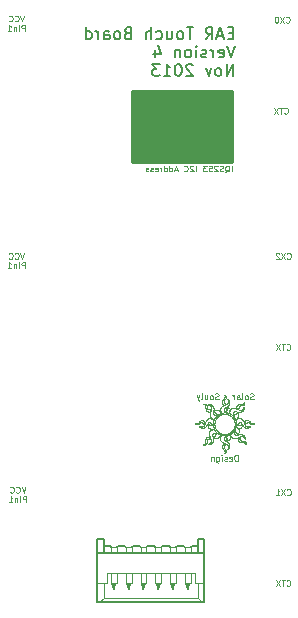
<source format=gbo>
G04 (created by PCBNEW (2013-07-07 BZR 4022)-stable) date 12/8/2013 11:31:44 AM*
%MOIN*%
G04 Gerber Fmt 3.4, Leading zero omitted, Abs format*
%FSLAX34Y34*%
G01*
G70*
G90*
G04 APERTURE LIST*
%ADD10C,0.00590551*%
%ADD11C,0.00393701*%
%ADD12C,0.0026*%
%ADD13C,0.008*%
%ADD14C,0.002*%
%ADD15C,4.72441e-006*%
%ADD16C,0.01*%
G04 APERTURE END LIST*
G54D10*
G54D11*
X90068Y-58682D02*
X90077Y-58692D01*
X90105Y-58701D01*
X90124Y-58701D01*
X90152Y-58692D01*
X90171Y-58673D01*
X90180Y-58654D01*
X90190Y-58617D01*
X90190Y-58589D01*
X90180Y-58551D01*
X90171Y-58532D01*
X90152Y-58514D01*
X90124Y-58504D01*
X90105Y-58504D01*
X90077Y-58514D01*
X90068Y-58523D01*
X90012Y-58504D02*
X89899Y-58504D01*
X89955Y-58701D02*
X89955Y-58504D01*
X89852Y-58504D02*
X89721Y-58701D01*
X89721Y-58504D02*
X89852Y-58701D01*
X89989Y-50808D02*
X89999Y-50818D01*
X90027Y-50827D01*
X90045Y-50827D01*
X90074Y-50818D01*
X90092Y-50799D01*
X90102Y-50780D01*
X90111Y-50743D01*
X90111Y-50715D01*
X90102Y-50677D01*
X90092Y-50658D01*
X90074Y-50640D01*
X90045Y-50630D01*
X90027Y-50630D01*
X89999Y-50640D01*
X89989Y-50649D01*
X89933Y-50630D02*
X89820Y-50630D01*
X89877Y-50827D02*
X89877Y-50630D01*
X89774Y-50630D02*
X89642Y-50827D01*
X89642Y-50630D02*
X89774Y-50827D01*
X81325Y-47559D02*
X81259Y-47756D01*
X81194Y-47559D01*
X81016Y-47738D02*
X81025Y-47747D01*
X81053Y-47756D01*
X81072Y-47756D01*
X81100Y-47747D01*
X81119Y-47728D01*
X81128Y-47709D01*
X81137Y-47672D01*
X81137Y-47644D01*
X81128Y-47606D01*
X81119Y-47588D01*
X81100Y-47569D01*
X81072Y-47559D01*
X81053Y-47559D01*
X81025Y-47569D01*
X81016Y-47578D01*
X80819Y-47738D02*
X80828Y-47747D01*
X80856Y-47756D01*
X80875Y-47756D01*
X80903Y-47747D01*
X80922Y-47728D01*
X80931Y-47709D01*
X80941Y-47672D01*
X80941Y-47644D01*
X80931Y-47606D01*
X80922Y-47588D01*
X80903Y-47569D01*
X80875Y-47559D01*
X80856Y-47559D01*
X80828Y-47569D01*
X80819Y-47578D01*
X81344Y-48071D02*
X81344Y-47874D01*
X81269Y-47874D01*
X81250Y-47884D01*
X81241Y-47893D01*
X81231Y-47912D01*
X81231Y-47940D01*
X81241Y-47959D01*
X81250Y-47968D01*
X81269Y-47978D01*
X81344Y-47978D01*
X81147Y-48071D02*
X81147Y-47940D01*
X81147Y-47874D02*
X81156Y-47884D01*
X81147Y-47893D01*
X81137Y-47884D01*
X81147Y-47874D01*
X81147Y-47893D01*
X81053Y-47940D02*
X81053Y-48071D01*
X81053Y-47959D02*
X81044Y-47949D01*
X81025Y-47940D01*
X80997Y-47940D01*
X80978Y-47949D01*
X80969Y-47968D01*
X80969Y-48071D01*
X80772Y-48071D02*
X80884Y-48071D01*
X80828Y-48071D02*
X80828Y-47874D01*
X80847Y-47903D01*
X80866Y-47921D01*
X80884Y-47931D01*
X81325Y-55473D02*
X81259Y-55670D01*
X81194Y-55473D01*
X81016Y-55651D02*
X81025Y-55660D01*
X81053Y-55670D01*
X81072Y-55670D01*
X81100Y-55660D01*
X81119Y-55642D01*
X81128Y-55623D01*
X81137Y-55585D01*
X81137Y-55557D01*
X81128Y-55520D01*
X81119Y-55501D01*
X81100Y-55482D01*
X81072Y-55473D01*
X81053Y-55473D01*
X81025Y-55482D01*
X81016Y-55492D01*
X80819Y-55651D02*
X80828Y-55660D01*
X80856Y-55670D01*
X80875Y-55670D01*
X80903Y-55660D01*
X80922Y-55642D01*
X80931Y-55623D01*
X80941Y-55585D01*
X80941Y-55557D01*
X80931Y-55520D01*
X80922Y-55501D01*
X80903Y-55482D01*
X80875Y-55473D01*
X80856Y-55473D01*
X80828Y-55482D01*
X80819Y-55492D01*
X81344Y-55985D02*
X81344Y-55788D01*
X81269Y-55788D01*
X81250Y-55797D01*
X81241Y-55807D01*
X81231Y-55825D01*
X81231Y-55853D01*
X81241Y-55872D01*
X81250Y-55882D01*
X81269Y-55891D01*
X81344Y-55891D01*
X81147Y-55985D02*
X81147Y-55853D01*
X81147Y-55788D02*
X81156Y-55797D01*
X81147Y-55807D01*
X81137Y-55797D01*
X81147Y-55788D01*
X81147Y-55807D01*
X81053Y-55853D02*
X81053Y-55985D01*
X81053Y-55872D02*
X81044Y-55863D01*
X81025Y-55853D01*
X80997Y-55853D01*
X80978Y-55863D01*
X80969Y-55882D01*
X80969Y-55985D01*
X80772Y-55985D02*
X80884Y-55985D01*
X80828Y-55985D02*
X80828Y-55788D01*
X80847Y-55816D01*
X80866Y-55835D01*
X80884Y-55844D01*
X81364Y-63268D02*
X81299Y-63465D01*
X81233Y-63268D01*
X81055Y-63446D02*
X81064Y-63456D01*
X81092Y-63465D01*
X81111Y-63465D01*
X81139Y-63456D01*
X81158Y-63437D01*
X81167Y-63418D01*
X81177Y-63381D01*
X81177Y-63353D01*
X81167Y-63315D01*
X81158Y-63296D01*
X81139Y-63278D01*
X81111Y-63268D01*
X81092Y-63268D01*
X81064Y-63278D01*
X81055Y-63287D01*
X80858Y-63446D02*
X80868Y-63456D01*
X80896Y-63465D01*
X80914Y-63465D01*
X80943Y-63456D01*
X80961Y-63437D01*
X80971Y-63418D01*
X80980Y-63381D01*
X80980Y-63353D01*
X80971Y-63315D01*
X80961Y-63296D01*
X80943Y-63278D01*
X80914Y-63268D01*
X80896Y-63268D01*
X80868Y-63278D01*
X80858Y-63287D01*
X81383Y-63780D02*
X81383Y-63583D01*
X81308Y-63583D01*
X81289Y-63592D01*
X81280Y-63602D01*
X81271Y-63621D01*
X81271Y-63649D01*
X81280Y-63667D01*
X81289Y-63677D01*
X81308Y-63686D01*
X81383Y-63686D01*
X81186Y-63780D02*
X81186Y-63649D01*
X81186Y-63583D02*
X81196Y-63592D01*
X81186Y-63602D01*
X81177Y-63592D01*
X81186Y-63583D01*
X81186Y-63602D01*
X81092Y-63649D02*
X81092Y-63780D01*
X81092Y-63667D02*
X81083Y-63658D01*
X81064Y-63649D01*
X81036Y-63649D01*
X81017Y-63658D01*
X81008Y-63677D01*
X81008Y-63780D01*
X80811Y-63780D02*
X80924Y-63780D01*
X80868Y-63780D02*
X80868Y-63583D01*
X80886Y-63611D01*
X80905Y-63630D01*
X80924Y-63639D01*
X90068Y-66556D02*
X90077Y-66566D01*
X90105Y-66575D01*
X90124Y-66575D01*
X90152Y-66566D01*
X90171Y-66547D01*
X90180Y-66528D01*
X90190Y-66491D01*
X90190Y-66463D01*
X90180Y-66425D01*
X90171Y-66407D01*
X90152Y-66388D01*
X90124Y-66378D01*
X90105Y-66378D01*
X90077Y-66388D01*
X90068Y-66397D01*
X90012Y-66378D02*
X89899Y-66378D01*
X89955Y-66575D02*
X89955Y-66378D01*
X89852Y-66378D02*
X89721Y-66575D01*
X89721Y-66378D02*
X89852Y-66575D01*
X90087Y-63525D02*
X90096Y-63534D01*
X90124Y-63544D01*
X90143Y-63544D01*
X90171Y-63534D01*
X90190Y-63516D01*
X90199Y-63497D01*
X90209Y-63459D01*
X90209Y-63431D01*
X90199Y-63394D01*
X90190Y-63375D01*
X90171Y-63356D01*
X90143Y-63347D01*
X90124Y-63347D01*
X90096Y-63356D01*
X90087Y-63366D01*
X90021Y-63347D02*
X89890Y-63544D01*
X89890Y-63347D02*
X90021Y-63544D01*
X89712Y-63544D02*
X89824Y-63544D01*
X89768Y-63544D02*
X89768Y-63347D01*
X89787Y-63375D01*
X89805Y-63394D01*
X89824Y-63403D01*
X90087Y-55651D02*
X90096Y-55660D01*
X90124Y-55670D01*
X90143Y-55670D01*
X90171Y-55660D01*
X90190Y-55642D01*
X90199Y-55623D01*
X90209Y-55585D01*
X90209Y-55557D01*
X90199Y-55520D01*
X90190Y-55501D01*
X90171Y-55482D01*
X90143Y-55473D01*
X90124Y-55473D01*
X90096Y-55482D01*
X90087Y-55492D01*
X90021Y-55473D02*
X89890Y-55670D01*
X89890Y-55473D02*
X90021Y-55670D01*
X89824Y-55492D02*
X89815Y-55482D01*
X89796Y-55473D01*
X89749Y-55473D01*
X89730Y-55482D01*
X89721Y-55492D01*
X89712Y-55510D01*
X89712Y-55529D01*
X89721Y-55557D01*
X89834Y-55670D01*
X89712Y-55670D01*
X90047Y-47777D02*
X90057Y-47786D01*
X90085Y-47796D01*
X90104Y-47796D01*
X90132Y-47786D01*
X90150Y-47768D01*
X90160Y-47749D01*
X90169Y-47711D01*
X90169Y-47683D01*
X90160Y-47646D01*
X90150Y-47627D01*
X90132Y-47608D01*
X90104Y-47599D01*
X90085Y-47599D01*
X90057Y-47608D01*
X90047Y-47618D01*
X89982Y-47599D02*
X89850Y-47796D01*
X89850Y-47599D02*
X89982Y-47796D01*
X89738Y-47599D02*
X89719Y-47599D01*
X89700Y-47608D01*
X89691Y-47618D01*
X89682Y-47636D01*
X89672Y-47674D01*
X89672Y-47721D01*
X89682Y-47758D01*
X89691Y-47777D01*
X89700Y-47786D01*
X89719Y-47796D01*
X89738Y-47796D01*
X89757Y-47786D01*
X89766Y-47777D01*
X89775Y-47758D01*
X89785Y-47721D01*
X89785Y-47674D01*
X89775Y-47636D01*
X89766Y-47618D01*
X89757Y-47608D01*
X89738Y-47599D01*
X88245Y-52756D02*
X88245Y-52559D01*
X88020Y-52775D02*
X88038Y-52766D01*
X88057Y-52747D01*
X88085Y-52719D01*
X88104Y-52709D01*
X88123Y-52709D01*
X88113Y-52756D02*
X88132Y-52747D01*
X88151Y-52728D01*
X88160Y-52691D01*
X88160Y-52625D01*
X88151Y-52588D01*
X88132Y-52569D01*
X88113Y-52559D01*
X88076Y-52559D01*
X88057Y-52569D01*
X88038Y-52588D01*
X88029Y-52625D01*
X88029Y-52691D01*
X88038Y-52728D01*
X88057Y-52747D01*
X88076Y-52756D01*
X88113Y-52756D01*
X87954Y-52747D02*
X87926Y-52756D01*
X87879Y-52756D01*
X87860Y-52747D01*
X87851Y-52738D01*
X87842Y-52719D01*
X87842Y-52700D01*
X87851Y-52681D01*
X87860Y-52672D01*
X87879Y-52663D01*
X87917Y-52653D01*
X87935Y-52644D01*
X87945Y-52634D01*
X87954Y-52616D01*
X87954Y-52597D01*
X87945Y-52578D01*
X87935Y-52569D01*
X87917Y-52559D01*
X87870Y-52559D01*
X87842Y-52569D01*
X87767Y-52578D02*
X87757Y-52569D01*
X87739Y-52559D01*
X87692Y-52559D01*
X87673Y-52569D01*
X87664Y-52578D01*
X87654Y-52597D01*
X87654Y-52616D01*
X87664Y-52644D01*
X87776Y-52756D01*
X87654Y-52756D01*
X87476Y-52559D02*
X87570Y-52559D01*
X87579Y-52653D01*
X87570Y-52644D01*
X87551Y-52634D01*
X87504Y-52634D01*
X87485Y-52644D01*
X87476Y-52653D01*
X87467Y-52672D01*
X87467Y-52719D01*
X87476Y-52738D01*
X87485Y-52747D01*
X87504Y-52756D01*
X87551Y-52756D01*
X87570Y-52747D01*
X87579Y-52738D01*
X87401Y-52559D02*
X87279Y-52559D01*
X87345Y-52634D01*
X87317Y-52634D01*
X87298Y-52644D01*
X87289Y-52653D01*
X87279Y-52672D01*
X87279Y-52719D01*
X87289Y-52738D01*
X87298Y-52747D01*
X87317Y-52756D01*
X87373Y-52756D01*
X87392Y-52747D01*
X87401Y-52738D01*
X87045Y-52756D02*
X87045Y-52559D01*
X86961Y-52578D02*
X86951Y-52569D01*
X86932Y-52559D01*
X86886Y-52559D01*
X86867Y-52569D01*
X86857Y-52578D01*
X86848Y-52597D01*
X86848Y-52616D01*
X86857Y-52644D01*
X86970Y-52756D01*
X86848Y-52756D01*
X86651Y-52738D02*
X86661Y-52747D01*
X86689Y-52756D01*
X86707Y-52756D01*
X86736Y-52747D01*
X86754Y-52728D01*
X86764Y-52709D01*
X86773Y-52672D01*
X86773Y-52644D01*
X86764Y-52606D01*
X86754Y-52588D01*
X86736Y-52569D01*
X86707Y-52559D01*
X86689Y-52559D01*
X86661Y-52569D01*
X86651Y-52578D01*
X86426Y-52700D02*
X86332Y-52700D01*
X86445Y-52756D02*
X86379Y-52559D01*
X86314Y-52756D01*
X86164Y-52756D02*
X86164Y-52559D01*
X86164Y-52747D02*
X86182Y-52756D01*
X86220Y-52756D01*
X86239Y-52747D01*
X86248Y-52738D01*
X86257Y-52719D01*
X86257Y-52663D01*
X86248Y-52644D01*
X86239Y-52634D01*
X86220Y-52625D01*
X86182Y-52625D01*
X86164Y-52634D01*
X85986Y-52756D02*
X85986Y-52559D01*
X85986Y-52747D02*
X86004Y-52756D01*
X86042Y-52756D01*
X86061Y-52747D01*
X86070Y-52738D01*
X86079Y-52719D01*
X86079Y-52663D01*
X86070Y-52644D01*
X86061Y-52634D01*
X86042Y-52625D01*
X86004Y-52625D01*
X85986Y-52634D01*
X85892Y-52756D02*
X85892Y-52625D01*
X85892Y-52663D02*
X85883Y-52644D01*
X85873Y-52634D01*
X85854Y-52625D01*
X85836Y-52625D01*
X85695Y-52747D02*
X85714Y-52756D01*
X85751Y-52756D01*
X85770Y-52747D01*
X85779Y-52728D01*
X85779Y-52653D01*
X85770Y-52634D01*
X85751Y-52625D01*
X85714Y-52625D01*
X85695Y-52634D01*
X85686Y-52653D01*
X85686Y-52672D01*
X85779Y-52691D01*
X85611Y-52747D02*
X85592Y-52756D01*
X85554Y-52756D01*
X85536Y-52747D01*
X85526Y-52728D01*
X85526Y-52719D01*
X85536Y-52700D01*
X85554Y-52691D01*
X85583Y-52691D01*
X85601Y-52681D01*
X85611Y-52663D01*
X85611Y-52653D01*
X85601Y-52634D01*
X85583Y-52625D01*
X85554Y-52625D01*
X85536Y-52634D01*
X85451Y-52747D02*
X85433Y-52756D01*
X85395Y-52756D01*
X85376Y-52747D01*
X85367Y-52728D01*
X85367Y-52719D01*
X85376Y-52700D01*
X85395Y-52691D01*
X85423Y-52691D01*
X85442Y-52681D01*
X85451Y-52663D01*
X85451Y-52653D01*
X85442Y-52634D01*
X85423Y-52625D01*
X85395Y-52625D01*
X85376Y-52634D01*
X88432Y-62402D02*
X88432Y-62205D01*
X88385Y-62205D01*
X88357Y-62215D01*
X88338Y-62233D01*
X88329Y-62252D01*
X88320Y-62290D01*
X88320Y-62318D01*
X88329Y-62355D01*
X88338Y-62374D01*
X88357Y-62393D01*
X88385Y-62402D01*
X88432Y-62402D01*
X88160Y-62393D02*
X88179Y-62402D01*
X88217Y-62402D01*
X88235Y-62393D01*
X88245Y-62374D01*
X88245Y-62299D01*
X88235Y-62280D01*
X88217Y-62271D01*
X88179Y-62271D01*
X88160Y-62280D01*
X88151Y-62299D01*
X88151Y-62318D01*
X88245Y-62336D01*
X88076Y-62393D02*
X88057Y-62402D01*
X88020Y-62402D01*
X88001Y-62393D01*
X87992Y-62374D01*
X87992Y-62365D01*
X88001Y-62346D01*
X88020Y-62336D01*
X88048Y-62336D01*
X88067Y-62327D01*
X88076Y-62308D01*
X88076Y-62299D01*
X88067Y-62280D01*
X88048Y-62271D01*
X88020Y-62271D01*
X88001Y-62280D01*
X87907Y-62402D02*
X87907Y-62271D01*
X87907Y-62205D02*
X87917Y-62215D01*
X87907Y-62224D01*
X87898Y-62215D01*
X87907Y-62205D01*
X87907Y-62224D01*
X87729Y-62271D02*
X87729Y-62430D01*
X87739Y-62449D01*
X87748Y-62458D01*
X87767Y-62468D01*
X87795Y-62468D01*
X87814Y-62458D01*
X87729Y-62393D02*
X87748Y-62402D01*
X87785Y-62402D01*
X87804Y-62393D01*
X87814Y-62383D01*
X87823Y-62365D01*
X87823Y-62308D01*
X87814Y-62290D01*
X87804Y-62280D01*
X87785Y-62271D01*
X87748Y-62271D01*
X87729Y-62280D01*
X87635Y-62271D02*
X87635Y-62402D01*
X87635Y-62290D02*
X87626Y-62280D01*
X87607Y-62271D01*
X87579Y-62271D01*
X87560Y-62280D01*
X87551Y-62299D01*
X87551Y-62402D01*
G54D10*
X88292Y-48142D02*
X88160Y-48142D01*
X88104Y-48348D02*
X88292Y-48348D01*
X88292Y-47954D01*
X88104Y-47954D01*
X87954Y-48235D02*
X87767Y-48235D01*
X87992Y-48348D02*
X87860Y-47954D01*
X87729Y-48348D01*
X87373Y-48348D02*
X87504Y-48160D01*
X87598Y-48348D02*
X87598Y-47954D01*
X87448Y-47954D01*
X87410Y-47973D01*
X87392Y-47992D01*
X87373Y-48029D01*
X87373Y-48085D01*
X87392Y-48123D01*
X87410Y-48142D01*
X87448Y-48160D01*
X87598Y-48160D01*
X86961Y-47954D02*
X86736Y-47954D01*
X86848Y-48348D02*
X86848Y-47954D01*
X86548Y-48348D02*
X86586Y-48329D01*
X86604Y-48310D01*
X86623Y-48273D01*
X86623Y-48160D01*
X86604Y-48123D01*
X86586Y-48104D01*
X86548Y-48085D01*
X86492Y-48085D01*
X86454Y-48104D01*
X86436Y-48123D01*
X86417Y-48160D01*
X86417Y-48273D01*
X86436Y-48310D01*
X86454Y-48329D01*
X86492Y-48348D01*
X86548Y-48348D01*
X86079Y-48085D02*
X86079Y-48348D01*
X86248Y-48085D02*
X86248Y-48292D01*
X86229Y-48329D01*
X86192Y-48348D01*
X86136Y-48348D01*
X86098Y-48329D01*
X86079Y-48310D01*
X85723Y-48329D02*
X85761Y-48348D01*
X85836Y-48348D01*
X85873Y-48329D01*
X85892Y-48310D01*
X85911Y-48273D01*
X85911Y-48160D01*
X85892Y-48123D01*
X85873Y-48104D01*
X85836Y-48085D01*
X85761Y-48085D01*
X85723Y-48104D01*
X85554Y-48348D02*
X85554Y-47954D01*
X85386Y-48348D02*
X85386Y-48142D01*
X85404Y-48104D01*
X85442Y-48085D01*
X85498Y-48085D01*
X85536Y-48104D01*
X85554Y-48123D01*
X84767Y-48142D02*
X84711Y-48160D01*
X84692Y-48179D01*
X84673Y-48217D01*
X84673Y-48273D01*
X84692Y-48310D01*
X84711Y-48329D01*
X84748Y-48348D01*
X84898Y-48348D01*
X84898Y-47954D01*
X84767Y-47954D01*
X84730Y-47973D01*
X84711Y-47992D01*
X84692Y-48029D01*
X84692Y-48067D01*
X84711Y-48104D01*
X84730Y-48123D01*
X84767Y-48142D01*
X84898Y-48142D01*
X84448Y-48348D02*
X84486Y-48329D01*
X84505Y-48310D01*
X84523Y-48273D01*
X84523Y-48160D01*
X84505Y-48123D01*
X84486Y-48104D01*
X84448Y-48085D01*
X84392Y-48085D01*
X84355Y-48104D01*
X84336Y-48123D01*
X84317Y-48160D01*
X84317Y-48273D01*
X84336Y-48310D01*
X84355Y-48329D01*
X84392Y-48348D01*
X84448Y-48348D01*
X83980Y-48348D02*
X83980Y-48142D01*
X83998Y-48104D01*
X84036Y-48085D01*
X84111Y-48085D01*
X84148Y-48104D01*
X83980Y-48329D02*
X84017Y-48348D01*
X84111Y-48348D01*
X84148Y-48329D01*
X84167Y-48292D01*
X84167Y-48254D01*
X84148Y-48217D01*
X84111Y-48198D01*
X84017Y-48198D01*
X83980Y-48179D01*
X83792Y-48348D02*
X83792Y-48085D01*
X83792Y-48160D02*
X83773Y-48123D01*
X83755Y-48104D01*
X83717Y-48085D01*
X83680Y-48085D01*
X83380Y-48348D02*
X83380Y-47954D01*
X83380Y-48329D02*
X83417Y-48348D01*
X83492Y-48348D01*
X83530Y-48329D01*
X83548Y-48310D01*
X83567Y-48273D01*
X83567Y-48160D01*
X83548Y-48123D01*
X83530Y-48104D01*
X83492Y-48085D01*
X83417Y-48085D01*
X83380Y-48104D01*
X88348Y-48564D02*
X88217Y-48958D01*
X88085Y-48564D01*
X87804Y-48939D02*
X87842Y-48958D01*
X87917Y-48958D01*
X87954Y-48939D01*
X87973Y-48902D01*
X87973Y-48752D01*
X87954Y-48714D01*
X87917Y-48696D01*
X87842Y-48696D01*
X87804Y-48714D01*
X87785Y-48752D01*
X87785Y-48789D01*
X87973Y-48827D01*
X87617Y-48958D02*
X87617Y-48696D01*
X87617Y-48771D02*
X87598Y-48733D01*
X87579Y-48714D01*
X87542Y-48696D01*
X87504Y-48696D01*
X87392Y-48939D02*
X87354Y-48958D01*
X87279Y-48958D01*
X87242Y-48939D01*
X87223Y-48902D01*
X87223Y-48883D01*
X87242Y-48846D01*
X87279Y-48827D01*
X87335Y-48827D01*
X87373Y-48808D01*
X87392Y-48771D01*
X87392Y-48752D01*
X87373Y-48714D01*
X87335Y-48696D01*
X87279Y-48696D01*
X87242Y-48714D01*
X87054Y-48958D02*
X87054Y-48696D01*
X87054Y-48564D02*
X87073Y-48583D01*
X87054Y-48602D01*
X87035Y-48583D01*
X87054Y-48564D01*
X87054Y-48602D01*
X86811Y-48958D02*
X86848Y-48939D01*
X86867Y-48921D01*
X86886Y-48883D01*
X86886Y-48771D01*
X86867Y-48733D01*
X86848Y-48714D01*
X86811Y-48696D01*
X86754Y-48696D01*
X86717Y-48714D01*
X86698Y-48733D01*
X86679Y-48771D01*
X86679Y-48883D01*
X86698Y-48921D01*
X86717Y-48939D01*
X86754Y-48958D01*
X86811Y-48958D01*
X86511Y-48696D02*
X86511Y-48958D01*
X86511Y-48733D02*
X86492Y-48714D01*
X86454Y-48696D01*
X86398Y-48696D01*
X86361Y-48714D01*
X86342Y-48752D01*
X86342Y-48958D01*
X85686Y-48696D02*
X85686Y-48958D01*
X85779Y-48546D02*
X85873Y-48827D01*
X85629Y-48827D01*
X88292Y-49568D02*
X88292Y-49175D01*
X88067Y-49568D01*
X88067Y-49175D01*
X87823Y-49568D02*
X87860Y-49550D01*
X87879Y-49531D01*
X87898Y-49493D01*
X87898Y-49381D01*
X87879Y-49343D01*
X87860Y-49325D01*
X87823Y-49306D01*
X87767Y-49306D01*
X87729Y-49325D01*
X87710Y-49343D01*
X87692Y-49381D01*
X87692Y-49493D01*
X87710Y-49531D01*
X87729Y-49550D01*
X87767Y-49568D01*
X87823Y-49568D01*
X87560Y-49306D02*
X87467Y-49568D01*
X87373Y-49306D01*
X86942Y-49212D02*
X86923Y-49193D01*
X86886Y-49175D01*
X86792Y-49175D01*
X86754Y-49193D01*
X86736Y-49212D01*
X86717Y-49250D01*
X86717Y-49287D01*
X86736Y-49343D01*
X86961Y-49568D01*
X86717Y-49568D01*
X86473Y-49175D02*
X86436Y-49175D01*
X86398Y-49193D01*
X86379Y-49212D01*
X86361Y-49250D01*
X86342Y-49325D01*
X86342Y-49418D01*
X86361Y-49493D01*
X86379Y-49531D01*
X86398Y-49550D01*
X86436Y-49568D01*
X86473Y-49568D01*
X86511Y-49550D01*
X86529Y-49531D01*
X86548Y-49493D01*
X86567Y-49418D01*
X86567Y-49325D01*
X86548Y-49250D01*
X86529Y-49212D01*
X86511Y-49193D01*
X86473Y-49175D01*
X85967Y-49568D02*
X86192Y-49568D01*
X86079Y-49568D02*
X86079Y-49175D01*
X86117Y-49231D01*
X86154Y-49268D01*
X86192Y-49287D01*
X85836Y-49175D02*
X85592Y-49175D01*
X85723Y-49325D01*
X85667Y-49325D01*
X85629Y-49343D01*
X85611Y-49362D01*
X85592Y-49400D01*
X85592Y-49493D01*
X85611Y-49531D01*
X85629Y-49550D01*
X85667Y-49568D01*
X85779Y-49568D01*
X85817Y-49550D01*
X85836Y-49531D01*
G54D11*
X88968Y-60345D02*
X88940Y-60355D01*
X88893Y-60355D01*
X88875Y-60345D01*
X88865Y-60336D01*
X88856Y-60317D01*
X88856Y-60299D01*
X88865Y-60280D01*
X88875Y-60270D01*
X88893Y-60261D01*
X88931Y-60252D01*
X88950Y-60242D01*
X88959Y-60233D01*
X88968Y-60214D01*
X88968Y-60195D01*
X88959Y-60177D01*
X88950Y-60167D01*
X88931Y-60158D01*
X88884Y-60158D01*
X88856Y-60167D01*
X88743Y-60355D02*
X88762Y-60345D01*
X88772Y-60336D01*
X88781Y-60317D01*
X88781Y-60261D01*
X88772Y-60242D01*
X88762Y-60233D01*
X88743Y-60224D01*
X88715Y-60224D01*
X88697Y-60233D01*
X88687Y-60242D01*
X88678Y-60261D01*
X88678Y-60317D01*
X88687Y-60336D01*
X88697Y-60345D01*
X88715Y-60355D01*
X88743Y-60355D01*
X88565Y-60355D02*
X88584Y-60345D01*
X88593Y-60327D01*
X88593Y-60158D01*
X88406Y-60355D02*
X88406Y-60252D01*
X88415Y-60233D01*
X88434Y-60224D01*
X88472Y-60224D01*
X88490Y-60233D01*
X88406Y-60345D02*
X88425Y-60355D01*
X88472Y-60355D01*
X88490Y-60345D01*
X88500Y-60327D01*
X88500Y-60308D01*
X88490Y-60289D01*
X88472Y-60280D01*
X88425Y-60280D01*
X88406Y-60270D01*
X88312Y-60355D02*
X88312Y-60224D01*
X88312Y-60261D02*
X88303Y-60242D01*
X88293Y-60233D01*
X88275Y-60224D01*
X88256Y-60224D01*
X87801Y-60345D02*
X87773Y-60355D01*
X87726Y-60355D01*
X87708Y-60345D01*
X87698Y-60336D01*
X87689Y-60317D01*
X87689Y-60299D01*
X87698Y-60280D01*
X87708Y-60270D01*
X87726Y-60261D01*
X87764Y-60252D01*
X87783Y-60242D01*
X87792Y-60233D01*
X87801Y-60214D01*
X87801Y-60195D01*
X87792Y-60177D01*
X87783Y-60167D01*
X87764Y-60158D01*
X87717Y-60158D01*
X87689Y-60167D01*
X87576Y-60355D02*
X87595Y-60345D01*
X87604Y-60336D01*
X87614Y-60317D01*
X87614Y-60261D01*
X87604Y-60242D01*
X87595Y-60233D01*
X87576Y-60224D01*
X87548Y-60224D01*
X87529Y-60233D01*
X87520Y-60242D01*
X87511Y-60261D01*
X87511Y-60317D01*
X87520Y-60336D01*
X87529Y-60345D01*
X87548Y-60355D01*
X87576Y-60355D01*
X87342Y-60224D02*
X87342Y-60355D01*
X87426Y-60224D02*
X87426Y-60327D01*
X87417Y-60345D01*
X87398Y-60355D01*
X87370Y-60355D01*
X87351Y-60345D01*
X87342Y-60336D01*
X87220Y-60355D02*
X87239Y-60345D01*
X87248Y-60327D01*
X87248Y-60158D01*
X87164Y-60224D02*
X87117Y-60355D01*
X87070Y-60224D02*
X87117Y-60355D01*
X87136Y-60402D01*
X87145Y-60411D01*
X87164Y-60420D01*
G54D12*
X84215Y-65291D02*
X84412Y-65291D01*
X84412Y-65291D02*
X84412Y-65488D01*
X84215Y-65488D02*
X84412Y-65488D01*
X84215Y-65291D02*
X84215Y-65488D01*
X84707Y-65291D02*
X84904Y-65291D01*
X84904Y-65291D02*
X84904Y-65488D01*
X84707Y-65488D02*
X84904Y-65488D01*
X84707Y-65291D02*
X84707Y-65488D01*
X85199Y-65291D02*
X85396Y-65291D01*
X85396Y-65291D02*
X85396Y-65488D01*
X85199Y-65488D02*
X85396Y-65488D01*
X85199Y-65291D02*
X85199Y-65488D01*
X85690Y-65291D02*
X85887Y-65291D01*
X85887Y-65291D02*
X85887Y-65488D01*
X85690Y-65488D02*
X85887Y-65488D01*
X85690Y-65291D02*
X85690Y-65488D01*
X86182Y-65291D02*
X86379Y-65291D01*
X86379Y-65291D02*
X86379Y-65488D01*
X86182Y-65488D02*
X86379Y-65488D01*
X86182Y-65291D02*
X86182Y-65488D01*
X86674Y-65291D02*
X86871Y-65291D01*
X86871Y-65291D02*
X86871Y-65488D01*
X86674Y-65488D02*
X86871Y-65488D01*
X86674Y-65291D02*
X86674Y-65488D01*
X84215Y-66127D02*
X84412Y-66127D01*
X84412Y-66127D02*
X84412Y-66471D01*
X84215Y-66471D02*
X84412Y-66471D01*
X84215Y-66127D02*
X84215Y-66471D01*
X84707Y-66127D02*
X84904Y-66127D01*
X84904Y-66127D02*
X84904Y-66471D01*
X84707Y-66471D02*
X84904Y-66471D01*
X84707Y-66127D02*
X84707Y-66471D01*
X85199Y-66127D02*
X85396Y-66127D01*
X85396Y-66127D02*
X85396Y-66471D01*
X85199Y-66471D02*
X85396Y-66471D01*
X85199Y-66127D02*
X85199Y-66471D01*
X85690Y-66127D02*
X85887Y-66127D01*
X85887Y-66127D02*
X85887Y-66471D01*
X85690Y-66471D02*
X85887Y-66471D01*
X85690Y-66127D02*
X85690Y-66471D01*
X86182Y-66127D02*
X86379Y-66127D01*
X86379Y-66127D02*
X86379Y-66471D01*
X86182Y-66471D02*
X86379Y-66471D01*
X86182Y-66127D02*
X86182Y-66471D01*
X86674Y-66127D02*
X86871Y-66127D01*
X86871Y-66127D02*
X86871Y-66471D01*
X86674Y-66471D02*
X86871Y-66471D01*
X86674Y-66127D02*
X86674Y-66471D01*
G54D13*
X83762Y-64996D02*
X83969Y-64996D01*
X87117Y-64996D02*
X87324Y-64996D01*
X87324Y-64996D02*
X87324Y-67111D01*
X87324Y-67111D02*
X87265Y-67111D01*
X87265Y-67111D02*
X83821Y-67111D01*
X83821Y-67111D02*
X83762Y-67111D01*
X83762Y-67111D02*
X83762Y-64996D01*
G54D14*
X83772Y-66471D02*
X83969Y-66471D01*
X83969Y-66471D02*
X84067Y-66471D01*
X84067Y-66471D02*
X84067Y-66127D01*
X84067Y-66127D02*
X87019Y-66127D01*
X87019Y-66471D02*
X87117Y-66471D01*
X87117Y-66471D02*
X87314Y-66471D01*
X87019Y-66471D02*
X87019Y-66127D01*
G54D13*
X83969Y-65488D02*
X87117Y-65488D01*
X84215Y-65291D02*
X84166Y-65242D01*
X84707Y-65291D02*
X84658Y-65242D01*
X84658Y-65242D02*
X84461Y-65242D01*
X84412Y-65291D02*
X84461Y-65242D01*
X85199Y-65291D02*
X85150Y-65242D01*
X85150Y-65242D02*
X84953Y-65242D01*
X84904Y-65291D02*
X84953Y-65242D01*
X85690Y-65291D02*
X85641Y-65242D01*
X85641Y-65242D02*
X85445Y-65242D01*
X85396Y-65291D02*
X85445Y-65242D01*
X86182Y-65291D02*
X86133Y-65242D01*
X86133Y-65242D02*
X85936Y-65242D01*
X85887Y-65291D02*
X85936Y-65242D01*
X86674Y-65291D02*
X86625Y-65242D01*
X86625Y-65242D02*
X86428Y-65242D01*
X86379Y-65291D02*
X86428Y-65242D01*
X87117Y-65242D02*
X86920Y-65242D01*
X86871Y-65291D02*
X86920Y-65242D01*
X84166Y-65242D02*
X83969Y-65242D01*
X83772Y-65488D02*
X83969Y-65488D01*
X83969Y-65488D02*
X83969Y-64996D01*
X87117Y-65488D02*
X87314Y-65488D01*
X87117Y-65488D02*
X87117Y-64996D01*
G54D14*
X83969Y-66471D02*
X83969Y-66963D01*
X83969Y-66963D02*
X87117Y-66963D01*
X87117Y-66963D02*
X87117Y-66471D01*
X83969Y-66963D02*
X83821Y-67111D01*
X87117Y-66963D02*
X87265Y-67111D01*
G54D13*
X84264Y-66471D02*
X84313Y-66668D01*
X84313Y-66668D02*
X84362Y-66471D01*
X84756Y-66471D02*
X84805Y-66668D01*
X84805Y-66668D02*
X84855Y-66471D01*
X85248Y-66471D02*
X85297Y-66668D01*
X85297Y-66668D02*
X85347Y-66471D01*
X85739Y-66471D02*
X85789Y-66668D01*
X85789Y-66668D02*
X85838Y-66471D01*
X86231Y-66471D02*
X86281Y-66668D01*
X86281Y-66668D02*
X86330Y-66471D01*
X86724Y-66471D02*
X86773Y-66668D01*
X86773Y-66668D02*
X86822Y-66471D01*
G54D15*
X88042Y-61610D02*
X88045Y-61614D01*
X88045Y-61614D02*
X88048Y-61618D01*
X88048Y-61618D02*
X88051Y-61622D01*
X88051Y-61622D02*
X88053Y-61624D01*
X88053Y-61624D02*
X88054Y-61626D01*
X88054Y-61626D02*
X88055Y-61627D01*
X88055Y-61627D02*
X88057Y-61629D01*
X88057Y-61629D02*
X88058Y-61631D01*
X88058Y-61631D02*
X88059Y-61633D01*
X88059Y-61633D02*
X88060Y-61635D01*
X88060Y-61635D02*
X88061Y-61637D01*
X88061Y-61637D02*
X88062Y-61638D01*
X88062Y-61638D02*
X88062Y-61640D01*
X88062Y-61640D02*
X88063Y-61642D01*
X88063Y-61642D02*
X88064Y-61644D01*
X88064Y-61644D02*
X88064Y-61645D01*
X88064Y-61645D02*
X88065Y-61647D01*
X88065Y-61647D02*
X88065Y-61649D01*
X88065Y-61649D02*
X88066Y-61650D01*
X88066Y-61650D02*
X88066Y-61651D01*
X88066Y-61651D02*
X88066Y-61652D01*
X88066Y-61652D02*
X88066Y-61653D01*
X88066Y-61653D02*
X88066Y-61654D01*
X88066Y-61654D02*
X88067Y-61654D01*
X88067Y-61654D02*
X88067Y-61655D01*
X88067Y-61655D02*
X88067Y-61656D01*
X88067Y-61656D02*
X88067Y-61657D01*
X88067Y-61657D02*
X88067Y-61658D01*
X88067Y-61658D02*
X88067Y-61658D01*
X88067Y-61658D02*
X88067Y-61659D01*
X88067Y-61659D02*
X88067Y-61660D01*
X88067Y-61660D02*
X88067Y-61661D01*
X88067Y-61661D02*
X88067Y-61661D01*
X88067Y-61661D02*
X88067Y-61662D01*
X88067Y-61662D02*
X88067Y-61663D01*
X88067Y-61663D02*
X88067Y-61664D01*
X88067Y-61664D02*
X88067Y-61665D01*
X88067Y-61665D02*
X88067Y-61665D01*
X88067Y-61665D02*
X88066Y-61666D01*
X88066Y-61667D02*
X88066Y-61668D01*
X88066Y-61668D02*
X88066Y-61669D01*
X88066Y-61669D02*
X88066Y-61669D01*
X88066Y-61669D02*
X88066Y-61670D01*
X88066Y-61670D02*
X88065Y-61671D01*
X88065Y-61671D02*
X88065Y-61672D01*
X88065Y-61672D02*
X88065Y-61672D01*
X88065Y-61672D02*
X88065Y-61673D01*
X88065Y-61673D02*
X88064Y-61674D01*
X88064Y-61674D02*
X88064Y-61675D01*
X88064Y-61675D02*
X88064Y-61676D01*
X88064Y-61676D02*
X88063Y-61676D01*
X88063Y-61676D02*
X88063Y-61677D01*
X88063Y-61677D02*
X88062Y-61678D01*
X88062Y-61678D02*
X88062Y-61678D01*
X88062Y-61678D02*
X88062Y-61679D01*
X88062Y-61679D02*
X88061Y-61680D01*
X88061Y-61680D02*
X88061Y-61681D01*
X88061Y-61681D02*
X88060Y-61681D01*
X88060Y-61681D02*
X88060Y-61682D01*
X88060Y-61682D02*
X88059Y-61683D01*
X88059Y-61683D02*
X88058Y-61684D01*
X88058Y-61684D02*
X88057Y-61685D01*
X88057Y-61685D02*
X88056Y-61687D01*
X88056Y-61687D02*
X88055Y-61688D01*
X88055Y-61688D02*
X88054Y-61689D01*
X88054Y-61689D02*
X88053Y-61690D01*
X88053Y-61690D02*
X88051Y-61691D01*
X88051Y-61691D02*
X88050Y-61693D01*
X88050Y-61693D02*
X88049Y-61694D01*
X88049Y-61694D02*
X88047Y-61695D01*
X88047Y-61695D02*
X88046Y-61696D01*
X88046Y-61696D02*
X88044Y-61697D01*
X88044Y-61697D02*
X88043Y-61698D01*
X88043Y-61698D02*
X88040Y-61700D01*
X88040Y-61700D02*
X88037Y-61702D01*
X88037Y-61702D02*
X88033Y-61704D01*
X88033Y-61704D02*
X88030Y-61706D01*
X88070Y-61708D02*
X88086Y-61708D01*
X88086Y-61708D02*
X88101Y-61708D01*
X88101Y-61708D02*
X88107Y-61708D01*
X88107Y-61708D02*
X88113Y-61708D01*
X88113Y-61708D02*
X88119Y-61707D01*
X88119Y-61707D02*
X88125Y-61706D01*
X88125Y-61706D02*
X88130Y-61706D01*
X88130Y-61706D02*
X88132Y-61705D01*
X88132Y-61705D02*
X88134Y-61705D01*
X88134Y-61705D02*
X88136Y-61704D01*
X88136Y-61704D02*
X88138Y-61704D01*
X88138Y-61704D02*
X88141Y-61703D01*
X88141Y-61703D02*
X88142Y-61703D01*
X88142Y-61703D02*
X88144Y-61702D01*
X88144Y-61702D02*
X88146Y-61702D01*
X88146Y-61702D02*
X88148Y-61701D01*
X88148Y-61701D02*
X88150Y-61700D01*
X88150Y-61700D02*
X88151Y-61700D01*
X88151Y-61700D02*
X88153Y-61699D01*
X88153Y-61699D02*
X88154Y-61698D01*
X88154Y-61698D02*
X88156Y-61697D01*
X88156Y-61697D02*
X88157Y-61696D01*
X88157Y-61696D02*
X88158Y-61696D01*
X88158Y-61696D02*
X88160Y-61695D01*
X88160Y-61695D02*
X88161Y-61694D01*
X88161Y-61694D02*
X88162Y-61693D01*
X88162Y-61693D02*
X88163Y-61692D01*
X88163Y-61692D02*
X88164Y-61691D01*
X88164Y-61691D02*
X88165Y-61690D01*
X88165Y-61690D02*
X88166Y-61689D01*
X88166Y-61689D02*
X88167Y-61688D01*
X88167Y-61688D02*
X88168Y-61686D01*
X88168Y-61686D02*
X88169Y-61685D01*
X88169Y-61685D02*
X88170Y-61684D01*
X88170Y-61684D02*
X88171Y-61683D01*
X88171Y-61683D02*
X88172Y-61682D01*
X88172Y-61682D02*
X88173Y-61680D01*
X88173Y-61680D02*
X88174Y-61679D01*
X88174Y-61679D02*
X88174Y-61677D01*
X88174Y-61677D02*
X88176Y-61675D01*
X88176Y-61675D02*
X88177Y-61672D01*
X88177Y-61672D02*
X88179Y-61669D01*
X88180Y-61667D02*
X88180Y-61665D01*
X88180Y-61665D02*
X88181Y-61664D01*
X88181Y-61664D02*
X88182Y-61662D01*
X88182Y-61662D02*
X88183Y-61658D01*
X88183Y-61658D02*
X88185Y-61653D01*
X88185Y-61653D02*
X88186Y-61648D01*
X88186Y-61648D02*
X88187Y-61643D01*
X88187Y-61643D02*
X88189Y-61638D01*
X88189Y-61638D02*
X88190Y-61633D01*
X88190Y-61633D02*
X88191Y-61627D01*
X88191Y-61627D02*
X88192Y-61621D01*
X88192Y-61621D02*
X88193Y-61615D01*
X88193Y-61615D02*
X88194Y-61608D01*
X88194Y-61608D02*
X88194Y-61602D01*
X88194Y-61602D02*
X88195Y-61596D01*
X88195Y-61596D02*
X88195Y-61589D01*
X88195Y-61589D02*
X88195Y-61583D01*
X88193Y-61579D02*
X88192Y-61575D01*
X88192Y-61575D02*
X88190Y-61570D01*
X88190Y-61570D02*
X88189Y-61566D01*
X88189Y-61566D02*
X88187Y-61562D01*
X88187Y-61562D02*
X88186Y-61558D01*
X88186Y-61558D02*
X88185Y-61553D01*
X88185Y-61553D02*
X88184Y-61549D01*
X88184Y-61549D02*
X88183Y-61544D01*
X88183Y-61544D02*
X88182Y-61540D01*
X88182Y-61540D02*
X88181Y-61535D01*
X88181Y-61535D02*
X88181Y-61531D01*
X88181Y-61531D02*
X88180Y-61526D01*
X88180Y-61526D02*
X88180Y-61521D01*
X88180Y-61521D02*
X88180Y-61517D01*
X88180Y-61517D02*
X88180Y-61512D01*
X88173Y-61515D02*
X88167Y-61518D01*
X88167Y-61518D02*
X88161Y-61521D01*
X88161Y-61521D02*
X88154Y-61524D01*
X88154Y-61524D02*
X88148Y-61527D01*
X88148Y-61527D02*
X88141Y-61529D01*
X88141Y-61529D02*
X88135Y-61532D01*
X88135Y-61532D02*
X88128Y-61534D01*
X88128Y-61534D02*
X88121Y-61537D01*
X88121Y-61537D02*
X88115Y-61539D01*
X88115Y-61539D02*
X88108Y-61541D01*
X88108Y-61541D02*
X88101Y-61543D01*
X88101Y-61543D02*
X88094Y-61545D01*
X88094Y-61545D02*
X88087Y-61546D01*
X88087Y-61546D02*
X88080Y-61548D01*
X88080Y-61548D02*
X88073Y-61549D01*
X88071Y-61554D02*
X88069Y-61559D01*
X88069Y-61559D02*
X88067Y-61564D01*
X88067Y-61564D02*
X88065Y-61568D01*
X88065Y-61568D02*
X88060Y-61577D01*
X88060Y-61577D02*
X88056Y-61586D01*
X88056Y-61586D02*
X88052Y-61593D01*
X88052Y-61593D02*
X88048Y-61600D01*
X88048Y-61600D02*
X88042Y-61610D01*
X88343Y-61444D02*
X88348Y-61444D01*
X88348Y-61444D02*
X88354Y-61445D01*
X88354Y-61445D02*
X88358Y-61445D01*
X88358Y-61445D02*
X88361Y-61445D01*
X88361Y-61445D02*
X88363Y-61446D01*
X88363Y-61446D02*
X88365Y-61446D01*
X88365Y-61446D02*
X88367Y-61447D01*
X88367Y-61447D02*
X88370Y-61447D01*
X88370Y-61447D02*
X88372Y-61447D01*
X88372Y-61447D02*
X88374Y-61448D01*
X88374Y-61448D02*
X88376Y-61449D01*
X88376Y-61449D02*
X88377Y-61449D01*
X88377Y-61449D02*
X88379Y-61450D01*
X88379Y-61450D02*
X88381Y-61450D01*
X88381Y-61450D02*
X88383Y-61451D01*
X88383Y-61451D02*
X88384Y-61452D01*
X88384Y-61452D02*
X88386Y-61453D01*
X88386Y-61453D02*
X88388Y-61453D01*
X88388Y-61453D02*
X88389Y-61454D01*
X88389Y-61454D02*
X88390Y-61455D01*
X88390Y-61455D02*
X88390Y-61455D01*
X88390Y-61455D02*
X88391Y-61456D01*
X88391Y-61456D02*
X88392Y-61456D01*
X88392Y-61456D02*
X88392Y-61457D01*
X88392Y-61457D02*
X88393Y-61457D01*
X88393Y-61457D02*
X88394Y-61458D01*
X88394Y-61458D02*
X88394Y-61458D01*
X88394Y-61458D02*
X88395Y-61459D01*
X88395Y-61459D02*
X88396Y-61459D01*
X88396Y-61459D02*
X88396Y-61460D01*
X88396Y-61460D02*
X88397Y-61460D01*
X88397Y-61460D02*
X88397Y-61461D01*
X88397Y-61461D02*
X88398Y-61461D01*
X88398Y-61461D02*
X88398Y-61462D01*
X88398Y-61462D02*
X88399Y-61462D01*
X88399Y-61462D02*
X88399Y-61463D01*
X88399Y-61463D02*
X88400Y-61464D01*
X88400Y-61464D02*
X88400Y-61464D01*
X88400Y-61464D02*
X88401Y-61465D01*
X88401Y-61465D02*
X88402Y-61466D01*
X88402Y-61466D02*
X88402Y-61467D01*
X88402Y-61467D02*
X88403Y-61468D01*
X88403Y-61468D02*
X88403Y-61468D01*
X88403Y-61468D02*
X88404Y-61469D01*
X88404Y-61469D02*
X88404Y-61470D01*
X88404Y-61470D02*
X88404Y-61470D01*
X88404Y-61470D02*
X88405Y-61471D01*
X88405Y-61471D02*
X88405Y-61472D01*
X88405Y-61472D02*
X88405Y-61473D01*
X88405Y-61473D02*
X88406Y-61473D01*
X88406Y-61473D02*
X88406Y-61474D01*
X88406Y-61474D02*
X88406Y-61475D01*
X88406Y-61475D02*
X88407Y-61476D01*
X88407Y-61476D02*
X88407Y-61476D01*
X88407Y-61476D02*
X88407Y-61477D01*
X88407Y-61477D02*
X88407Y-61478D01*
X88407Y-61478D02*
X88407Y-61479D01*
X88407Y-61479D02*
X88408Y-61480D01*
X88408Y-61480D02*
X88408Y-61480D01*
X88408Y-61480D02*
X88408Y-61481D01*
X88408Y-61481D02*
X88408Y-61483D01*
X88408Y-61483D02*
X88408Y-61485D01*
X88408Y-61485D02*
X88409Y-61486D01*
X88409Y-61486D02*
X88409Y-61488D01*
X88409Y-61488D02*
X88409Y-61490D01*
X88409Y-61490D02*
X88409Y-61491D01*
X88409Y-61491D02*
X88409Y-61493D01*
X88409Y-61493D02*
X88409Y-61495D01*
X88409Y-61495D02*
X88409Y-61497D01*
X88409Y-61497D02*
X88409Y-61499D01*
X88409Y-61499D02*
X88408Y-61500D01*
X88408Y-61500D02*
X88408Y-61502D01*
X88408Y-61502D02*
X88408Y-61504D01*
X88408Y-61504D02*
X88407Y-61508D01*
X88407Y-61508D02*
X88407Y-61511D01*
X88407Y-61511D02*
X88406Y-61515D01*
X88406Y-61515D02*
X88405Y-61519D01*
X88433Y-61492D02*
X88445Y-61480D01*
X88445Y-61480D02*
X88455Y-61469D01*
X88455Y-61469D02*
X88459Y-61464D01*
X88459Y-61464D02*
X88463Y-61459D01*
X88463Y-61459D02*
X88467Y-61455D01*
X88467Y-61455D02*
X88470Y-61451D01*
X88470Y-61451D02*
X88473Y-61446D01*
X88473Y-61446D02*
X88474Y-61444D01*
X88474Y-61444D02*
X88476Y-61443D01*
X88476Y-61443D02*
X88477Y-61441D01*
X88477Y-61441D02*
X88478Y-61439D01*
X88478Y-61439D02*
X88479Y-61437D01*
X88479Y-61437D02*
X88480Y-61435D01*
X88480Y-61435D02*
X88481Y-61433D01*
X88481Y-61433D02*
X88482Y-61432D01*
X88482Y-61432D02*
X88482Y-61430D01*
X88482Y-61430D02*
X88483Y-61428D01*
X88483Y-61428D02*
X88484Y-61427D01*
X88484Y-61427D02*
X88484Y-61425D01*
X88484Y-61425D02*
X88485Y-61423D01*
X88485Y-61423D02*
X88485Y-61422D01*
X88485Y-61422D02*
X88485Y-61420D01*
X88485Y-61420D02*
X88486Y-61419D01*
X88486Y-61419D02*
X88486Y-61417D01*
X88486Y-61417D02*
X88486Y-61416D01*
X88486Y-61416D02*
X88486Y-61414D01*
X88486Y-61414D02*
X88486Y-61412D01*
X88486Y-61412D02*
X88486Y-61411D01*
X88486Y-61411D02*
X88486Y-61410D01*
X88486Y-61410D02*
X88486Y-61408D01*
X88486Y-61408D02*
X88486Y-61407D01*
X88486Y-61407D02*
X88486Y-61405D01*
X88486Y-61405D02*
X88486Y-61404D01*
X88486Y-61404D02*
X88485Y-61402D01*
X88485Y-61402D02*
X88485Y-61401D01*
X88485Y-61401D02*
X88485Y-61399D01*
X88485Y-61399D02*
X88484Y-61398D01*
X88484Y-61398D02*
X88484Y-61396D01*
X88484Y-61396D02*
X88484Y-61395D01*
X88484Y-61395D02*
X88483Y-61391D01*
X88483Y-61391D02*
X88481Y-61388D01*
X88481Y-61388D02*
X88480Y-61385D01*
X88480Y-61384D02*
X88479Y-61382D01*
X88479Y-61382D02*
X88478Y-61380D01*
X88478Y-61380D02*
X88478Y-61379D01*
X88478Y-61379D02*
X88476Y-61375D01*
X88476Y-61375D02*
X88474Y-61372D01*
X88474Y-61372D02*
X88472Y-61368D01*
X88472Y-61368D02*
X88470Y-61364D01*
X88470Y-61364D02*
X88467Y-61360D01*
X88467Y-61360D02*
X88465Y-61356D01*
X88465Y-61356D02*
X88462Y-61352D01*
X88462Y-61352D02*
X88459Y-61348D01*
X88459Y-61348D02*
X88456Y-61344D01*
X88456Y-61344D02*
X88452Y-61340D01*
X88452Y-61340D02*
X88449Y-61335D01*
X88449Y-61335D02*
X88445Y-61331D01*
X88445Y-61331D02*
X88442Y-61327D01*
X88442Y-61327D02*
X88438Y-61322D01*
X88438Y-61322D02*
X88434Y-61318D01*
X88434Y-61318D02*
X88430Y-61314D01*
X88430Y-61314D02*
X88426Y-61310D01*
X88426Y-61310D02*
X88422Y-61307D01*
X88422Y-61307D02*
X88417Y-61303D01*
X88417Y-61303D02*
X88413Y-61299D01*
X88413Y-61299D02*
X88409Y-61296D01*
X88409Y-61296D02*
X88404Y-61293D01*
X88404Y-61293D02*
X88402Y-61291D01*
X88402Y-61291D02*
X88400Y-61290D01*
X88400Y-61290D02*
X88398Y-61288D01*
X88398Y-61288D02*
X88396Y-61287D01*
X88396Y-61287D02*
X88393Y-61286D01*
X88393Y-61286D02*
X88391Y-61285D01*
X88391Y-61285D02*
X88389Y-61283D01*
X88389Y-61283D02*
X88387Y-61282D01*
X88387Y-61282D02*
X88385Y-61281D01*
X88385Y-61281D02*
X88382Y-61280D01*
X88382Y-61280D02*
X88380Y-61280D01*
X88380Y-61280D02*
X88378Y-61279D01*
X88378Y-61279D02*
X88376Y-61278D01*
X88376Y-61278D02*
X88374Y-61278D01*
X88374Y-61278D02*
X88372Y-61277D01*
X88372Y-61277D02*
X88371Y-61277D01*
X88371Y-61277D02*
X88370Y-61277D01*
X88370Y-61277D02*
X88369Y-61277D01*
X88367Y-61284D02*
X88365Y-61291D01*
X88365Y-61291D02*
X88363Y-61297D01*
X88363Y-61297D02*
X88360Y-61304D01*
X88360Y-61304D02*
X88358Y-61311D01*
X88358Y-61311D02*
X88355Y-61318D01*
X88355Y-61318D02*
X88352Y-61324D01*
X88352Y-61324D02*
X88349Y-61331D01*
X88349Y-61331D02*
X88346Y-61338D01*
X88346Y-61338D02*
X88343Y-61344D01*
X88343Y-61344D02*
X88340Y-61350D01*
X88340Y-61350D02*
X88337Y-61357D01*
X88337Y-61357D02*
X88333Y-61363D01*
X88333Y-61363D02*
X88329Y-61369D01*
X88329Y-61369D02*
X88326Y-61375D01*
X88326Y-61375D02*
X88322Y-61381D01*
X88324Y-61386D02*
X88326Y-61390D01*
X88326Y-61390D02*
X88329Y-61400D01*
X88329Y-61400D02*
X88333Y-61409D01*
X88333Y-61409D02*
X88336Y-61418D01*
X88336Y-61418D02*
X88338Y-61426D01*
X88338Y-61426D02*
X88340Y-61433D01*
X88340Y-61433D02*
X88343Y-61444D01*
X88000Y-61510D02*
X88009Y-61510D01*
X88009Y-61510D02*
X88018Y-61509D01*
X88018Y-61509D02*
X88026Y-61509D01*
X88026Y-61509D02*
X88035Y-61508D01*
X88035Y-61508D02*
X88043Y-61507D01*
X88043Y-61507D02*
X88051Y-61506D01*
X88051Y-61506D02*
X88060Y-61505D01*
X88060Y-61505D02*
X88068Y-61503D01*
X88068Y-61503D02*
X88076Y-61501D01*
X88076Y-61501D02*
X88084Y-61499D01*
X88084Y-61499D02*
X88092Y-61497D01*
X88092Y-61497D02*
X88100Y-61495D01*
X88100Y-61495D02*
X88108Y-61492D01*
X88108Y-61492D02*
X88116Y-61489D01*
X88116Y-61489D02*
X88124Y-61487D01*
X88124Y-61487D02*
X88131Y-61483D01*
X88131Y-61483D02*
X88139Y-61480D01*
X88139Y-61480D02*
X88146Y-61477D01*
X88146Y-61477D02*
X88153Y-61473D01*
X88153Y-61473D02*
X88161Y-61469D01*
X88161Y-61469D02*
X88168Y-61465D01*
X88168Y-61465D02*
X88175Y-61461D01*
X88175Y-61461D02*
X88182Y-61457D01*
X88182Y-61457D02*
X88188Y-61452D01*
X88188Y-61452D02*
X88195Y-61448D01*
X88195Y-61448D02*
X88202Y-61443D01*
X88202Y-61443D02*
X88208Y-61438D01*
X88208Y-61438D02*
X88214Y-61433D01*
X88214Y-61433D02*
X88220Y-61428D01*
X88220Y-61428D02*
X88227Y-61422D01*
X88227Y-61422D02*
X88232Y-61417D01*
X88232Y-61417D02*
X88238Y-61411D01*
X88238Y-61411D02*
X88244Y-61405D01*
X88244Y-61405D02*
X88249Y-61400D01*
X88249Y-61400D02*
X88255Y-61393D01*
X88255Y-61393D02*
X88260Y-61387D01*
X88260Y-61387D02*
X88265Y-61381D01*
X88265Y-61381D02*
X88270Y-61375D01*
X88270Y-61375D02*
X88275Y-61368D01*
X88275Y-61368D02*
X88279Y-61361D01*
X88279Y-61361D02*
X88284Y-61355D01*
X88284Y-61355D02*
X88288Y-61348D01*
X88288Y-61348D02*
X88292Y-61341D01*
X88292Y-61341D02*
X88296Y-61334D01*
X88296Y-61334D02*
X88300Y-61326D01*
X88300Y-61326D02*
X88304Y-61319D01*
X88304Y-61319D02*
X88307Y-61312D01*
X88307Y-61312D02*
X88310Y-61304D01*
X88310Y-61304D02*
X88314Y-61297D01*
X88314Y-61297D02*
X88316Y-61289D01*
X88316Y-61289D02*
X88319Y-61281D01*
X88319Y-61281D02*
X88322Y-61273D01*
X88322Y-61273D02*
X88324Y-61265D01*
X88324Y-61265D02*
X88326Y-61257D01*
X88326Y-61257D02*
X88328Y-61249D01*
X88328Y-61249D02*
X88330Y-61241D01*
X88330Y-61241D02*
X88332Y-61233D01*
X88332Y-61233D02*
X88333Y-61224D01*
X88333Y-61224D02*
X88334Y-61216D01*
X88334Y-61216D02*
X88335Y-61208D01*
X88335Y-61208D02*
X88336Y-61199D01*
X88336Y-61199D02*
X88336Y-61191D01*
X88336Y-61191D02*
X88337Y-61182D01*
X88337Y-61182D02*
X88337Y-61173D01*
X88337Y-61165D02*
X88336Y-61156D01*
X88336Y-61156D02*
X88336Y-61147D01*
X88336Y-61147D02*
X88335Y-61139D01*
X88335Y-61139D02*
X88334Y-61130D01*
X88334Y-61130D02*
X88333Y-61122D01*
X88333Y-61122D02*
X88332Y-61114D01*
X88332Y-61114D02*
X88330Y-61106D01*
X88330Y-61106D02*
X88328Y-61097D01*
X88328Y-61097D02*
X88326Y-61089D01*
X88326Y-61089D02*
X88324Y-61081D01*
X88324Y-61081D02*
X88322Y-61073D01*
X88322Y-61073D02*
X88319Y-61065D01*
X88319Y-61065D02*
X88316Y-61058D01*
X88316Y-61058D02*
X88314Y-61050D01*
X88314Y-61050D02*
X88310Y-61042D01*
X88310Y-61042D02*
X88307Y-61035D01*
X88307Y-61035D02*
X88304Y-61027D01*
X88304Y-61027D02*
X88300Y-61020D01*
X88300Y-61020D02*
X88296Y-61013D01*
X88296Y-61013D02*
X88292Y-61006D01*
X88292Y-61006D02*
X88288Y-60999D01*
X88288Y-60999D02*
X88284Y-60992D01*
X88284Y-60992D02*
X88279Y-60985D01*
X88279Y-60985D02*
X88275Y-60979D01*
X88275Y-60979D02*
X88270Y-60972D01*
X88270Y-60972D02*
X88265Y-60966D01*
X88265Y-60966D02*
X88260Y-60959D01*
X88260Y-60959D02*
X88255Y-60953D01*
X88255Y-60953D02*
X88249Y-60947D01*
X88249Y-60947D02*
X88244Y-60941D01*
X88244Y-60941D02*
X88238Y-60935D01*
X88238Y-60935D02*
X88232Y-60930D01*
X88232Y-60930D02*
X88227Y-60924D01*
X88227Y-60924D02*
X88220Y-60919D01*
X88220Y-60919D02*
X88214Y-60914D01*
X88214Y-60914D02*
X88208Y-60909D01*
X88208Y-60909D02*
X88202Y-60904D01*
X88202Y-60904D02*
X88195Y-60899D01*
X88195Y-60899D02*
X88188Y-60894D01*
X88188Y-60894D02*
X88182Y-60890D01*
X88182Y-60890D02*
X88175Y-60885D01*
X88175Y-60885D02*
X88168Y-60881D01*
X88168Y-60881D02*
X88161Y-60877D01*
X88161Y-60877D02*
X88153Y-60873D01*
X88153Y-60873D02*
X88146Y-60870D01*
X88146Y-60870D02*
X88139Y-60866D01*
X88139Y-60866D02*
X88131Y-60863D01*
X88131Y-60863D02*
X88124Y-60860D01*
X88124Y-60860D02*
X88116Y-60857D01*
X88116Y-60857D02*
X88108Y-60854D01*
X88108Y-60854D02*
X88100Y-60852D01*
X88100Y-60852D02*
X88092Y-60849D01*
X88092Y-60849D02*
X88084Y-60847D01*
X88084Y-60847D02*
X88076Y-60845D01*
X88076Y-60845D02*
X88068Y-60843D01*
X88068Y-60843D02*
X88060Y-60842D01*
X88060Y-60842D02*
X88051Y-60840D01*
X88051Y-60840D02*
X88043Y-60839D01*
X88043Y-60839D02*
X88035Y-60838D01*
X88035Y-60838D02*
X88026Y-60838D01*
X88026Y-60838D02*
X88018Y-60837D01*
X88018Y-60837D02*
X88009Y-60837D01*
X88009Y-60837D02*
X88000Y-60837D01*
X87992Y-60837D02*
X87983Y-60837D01*
X87983Y-60837D02*
X87974Y-60838D01*
X87974Y-60838D02*
X87966Y-60838D01*
X87966Y-60838D02*
X87957Y-60839D01*
X87957Y-60839D02*
X87949Y-60840D01*
X87949Y-60840D02*
X87941Y-60842D01*
X87941Y-60842D02*
X87932Y-60843D01*
X87932Y-60843D02*
X87924Y-60845D01*
X87924Y-60845D02*
X87916Y-60847D01*
X87916Y-60847D02*
X87908Y-60849D01*
X87908Y-60849D02*
X87900Y-60852D01*
X87900Y-60852D02*
X87892Y-60854D01*
X87892Y-60854D02*
X87885Y-60857D01*
X87885Y-60857D02*
X87877Y-60860D01*
X87877Y-60860D02*
X87869Y-60863D01*
X87869Y-60863D02*
X87862Y-60866D01*
X87862Y-60866D02*
X87854Y-60870D01*
X87854Y-60870D02*
X87847Y-60873D01*
X87847Y-60873D02*
X87840Y-60877D01*
X87840Y-60877D02*
X87833Y-60881D01*
X87833Y-60881D02*
X87826Y-60885D01*
X87826Y-60885D02*
X87819Y-60890D01*
X87819Y-60890D02*
X87812Y-60894D01*
X87812Y-60894D02*
X87806Y-60899D01*
X87806Y-60899D02*
X87799Y-60904D01*
X87799Y-60904D02*
X87793Y-60909D01*
X87793Y-60909D02*
X87786Y-60914D01*
X87786Y-60914D02*
X87780Y-60919D01*
X87780Y-60919D02*
X87774Y-60924D01*
X87774Y-60924D02*
X87768Y-60930D01*
X87768Y-60930D02*
X87762Y-60935D01*
X87762Y-60935D02*
X87757Y-60941D01*
X87757Y-60941D02*
X87751Y-60947D01*
X87751Y-60947D02*
X87746Y-60953D01*
X87746Y-60953D02*
X87741Y-60959D01*
X87741Y-60959D02*
X87735Y-60966D01*
X87735Y-60966D02*
X87731Y-60972D01*
X87731Y-60972D02*
X87726Y-60979D01*
X87726Y-60979D02*
X87721Y-60985D01*
X87721Y-60985D02*
X87717Y-60992D01*
X87717Y-60992D02*
X87712Y-60999D01*
X87712Y-60999D02*
X87708Y-61006D01*
X87708Y-61006D02*
X87704Y-61013D01*
X87704Y-61013D02*
X87700Y-61020D01*
X87700Y-61020D02*
X87697Y-61027D01*
X87697Y-61027D02*
X87693Y-61035D01*
X87693Y-61035D02*
X87690Y-61042D01*
X87690Y-61042D02*
X87687Y-61050D01*
X87687Y-61050D02*
X87684Y-61058D01*
X87684Y-61058D02*
X87681Y-61065D01*
X87681Y-61065D02*
X87679Y-61073D01*
X87679Y-61073D02*
X87676Y-61081D01*
X87676Y-61081D02*
X87674Y-61089D01*
X87674Y-61089D02*
X87672Y-61097D01*
X87672Y-61097D02*
X87670Y-61106D01*
X87670Y-61106D02*
X87669Y-61114D01*
X87669Y-61114D02*
X87667Y-61122D01*
X87667Y-61122D02*
X87666Y-61130D01*
X87666Y-61130D02*
X87665Y-61139D01*
X87665Y-61139D02*
X87665Y-61147D01*
X87665Y-61147D02*
X87664Y-61156D01*
X87664Y-61156D02*
X87664Y-61165D01*
X87664Y-61165D02*
X87664Y-61173D01*
X87664Y-61182D02*
X87664Y-61191D01*
X87664Y-61191D02*
X87665Y-61199D01*
X87665Y-61199D02*
X87665Y-61208D01*
X87665Y-61208D02*
X87666Y-61216D01*
X87666Y-61216D02*
X87667Y-61224D01*
X87667Y-61224D02*
X87669Y-61233D01*
X87669Y-61233D02*
X87670Y-61241D01*
X87670Y-61241D02*
X87672Y-61249D01*
X87672Y-61249D02*
X87674Y-61257D01*
X87674Y-61257D02*
X87676Y-61265D01*
X87676Y-61265D02*
X87679Y-61273D01*
X87679Y-61273D02*
X87681Y-61281D01*
X87681Y-61281D02*
X87684Y-61289D01*
X87684Y-61289D02*
X87687Y-61297D01*
X87687Y-61297D02*
X87690Y-61304D01*
X87690Y-61304D02*
X87693Y-61312D01*
X87693Y-61312D02*
X87697Y-61319D01*
X87697Y-61319D02*
X87700Y-61326D01*
X87700Y-61326D02*
X87704Y-61334D01*
X87704Y-61334D02*
X87708Y-61341D01*
X87708Y-61341D02*
X87712Y-61348D01*
X87712Y-61348D02*
X87717Y-61355D01*
X87717Y-61355D02*
X87721Y-61361D01*
X87721Y-61361D02*
X87726Y-61368D01*
X87726Y-61368D02*
X87731Y-61375D01*
X87731Y-61375D02*
X87735Y-61381D01*
X87735Y-61381D02*
X87741Y-61387D01*
X87741Y-61387D02*
X87746Y-61393D01*
X87746Y-61393D02*
X87751Y-61400D01*
X87751Y-61400D02*
X87757Y-61405D01*
X87757Y-61405D02*
X87762Y-61411D01*
X87762Y-61411D02*
X87768Y-61417D01*
X87768Y-61417D02*
X87774Y-61422D01*
X87774Y-61422D02*
X87780Y-61428D01*
X87780Y-61428D02*
X87786Y-61433D01*
X87786Y-61433D02*
X87793Y-61438D01*
X87793Y-61438D02*
X87799Y-61443D01*
X87799Y-61443D02*
X87806Y-61448D01*
X87806Y-61448D02*
X87812Y-61452D01*
X87812Y-61452D02*
X87819Y-61457D01*
X87819Y-61457D02*
X87826Y-61461D01*
X87826Y-61461D02*
X87833Y-61465D01*
X87833Y-61465D02*
X87840Y-61469D01*
X87840Y-61469D02*
X87847Y-61473D01*
X87847Y-61473D02*
X87854Y-61477D01*
X87854Y-61477D02*
X87862Y-61480D01*
X87862Y-61480D02*
X87869Y-61483D01*
X87869Y-61483D02*
X87877Y-61487D01*
X87877Y-61487D02*
X87885Y-61489D01*
X87885Y-61489D02*
X87892Y-61492D01*
X87892Y-61492D02*
X87900Y-61495D01*
X87900Y-61495D02*
X87908Y-61497D01*
X87908Y-61497D02*
X87916Y-61499D01*
X87916Y-61499D02*
X87924Y-61501D01*
X87924Y-61501D02*
X87932Y-61503D01*
X87932Y-61503D02*
X87941Y-61505D01*
X87941Y-61505D02*
X87949Y-61506D01*
X87949Y-61506D02*
X87957Y-61507D01*
X87957Y-61507D02*
X87966Y-61508D01*
X87966Y-61508D02*
X87974Y-61509D01*
X87974Y-61509D02*
X87983Y-61509D01*
X87983Y-61509D02*
X87992Y-61510D01*
X87992Y-61510D02*
X88000Y-61510D01*
X87189Y-61129D02*
X87192Y-61127D01*
X87192Y-61127D02*
X87194Y-61125D01*
X87194Y-61125D02*
X87197Y-61123D01*
X87197Y-61123D02*
X87200Y-61122D01*
X87200Y-61122D02*
X87202Y-61120D01*
X87202Y-61120D02*
X87203Y-61119D01*
X87203Y-61119D02*
X87205Y-61119D01*
X87205Y-61119D02*
X87206Y-61118D01*
X87206Y-61118D02*
X87207Y-61117D01*
X87207Y-61117D02*
X87208Y-61117D01*
X87208Y-61117D02*
X87210Y-61116D01*
X87210Y-61116D02*
X87211Y-61116D01*
X87211Y-61116D02*
X87212Y-61115D01*
X87212Y-61115D02*
X87213Y-61115D01*
X87213Y-61115D02*
X87214Y-61114D01*
X87214Y-61114D02*
X87216Y-61114D01*
X87216Y-61114D02*
X87217Y-61114D01*
X87217Y-61114D02*
X87218Y-61113D01*
X87218Y-61113D02*
X87219Y-61113D01*
X87219Y-61113D02*
X87220Y-61113D01*
X87220Y-61113D02*
X87221Y-61113D01*
X87221Y-61113D02*
X87223Y-61112D01*
X87223Y-61112D02*
X87224Y-61112D01*
X87224Y-61112D02*
X87225Y-61112D01*
X87225Y-61112D02*
X87226Y-61112D01*
X87226Y-61112D02*
X87227Y-61112D01*
X87227Y-61112D02*
X87228Y-61112D01*
X87229Y-61112D02*
X87230Y-61112D01*
X87230Y-61112D02*
X87231Y-61112D01*
X87231Y-61112D02*
X87232Y-61112D01*
X87232Y-61112D02*
X87233Y-61112D01*
X87233Y-61112D02*
X87234Y-61112D01*
X87234Y-61112D02*
X87235Y-61113D01*
X87235Y-61113D02*
X87236Y-61113D01*
X87236Y-61113D02*
X87237Y-61113D01*
X87237Y-61113D02*
X87238Y-61113D01*
X87238Y-61113D02*
X87239Y-61113D01*
X87239Y-61113D02*
X87239Y-61114D01*
X87239Y-61114D02*
X87240Y-61114D01*
X87240Y-61114D02*
X87241Y-61114D01*
X87241Y-61114D02*
X87242Y-61114D01*
X87242Y-61114D02*
X87243Y-61115D01*
X87243Y-61115D02*
X87244Y-61115D01*
X87244Y-61115D02*
X87245Y-61115D01*
X87245Y-61115D02*
X87245Y-61116D01*
X87245Y-61116D02*
X87246Y-61116D01*
X87246Y-61116D02*
X87248Y-61117D01*
X87248Y-61117D02*
X87250Y-61118D01*
X87250Y-61118D02*
X87251Y-61119D01*
X87251Y-61119D02*
X87253Y-61119D01*
X87253Y-61119D02*
X87254Y-61120D01*
X87254Y-61120D02*
X87256Y-61122D01*
X87256Y-61122D02*
X87257Y-61123D01*
X87257Y-61123D02*
X87259Y-61124D01*
X87259Y-61124D02*
X87260Y-61125D01*
X87260Y-61125D02*
X87262Y-61126D01*
X87262Y-61126D02*
X87265Y-61129D01*
X87265Y-61129D02*
X87268Y-61131D01*
X87268Y-61131D02*
X87274Y-61137D01*
X87274Y-61137D02*
X87280Y-61143D01*
X87286Y-61149D02*
X87293Y-61156D01*
X87293Y-61156D02*
X87296Y-61159D01*
X87296Y-61159D02*
X87300Y-61162D01*
X87300Y-61162D02*
X87302Y-61163D01*
X87302Y-61163D02*
X87304Y-61164D01*
X87304Y-61164D02*
X87305Y-61166D01*
X87305Y-61166D02*
X87307Y-61167D01*
X87310Y-61159D02*
X87311Y-61154D01*
X87311Y-61154D02*
X87312Y-61150D01*
X87312Y-61150D02*
X87313Y-61147D01*
X87313Y-61147D02*
X87313Y-61143D01*
X87313Y-61143D02*
X87314Y-61139D01*
X87314Y-61139D02*
X87315Y-61135D01*
X87315Y-61135D02*
X87315Y-61132D01*
X87315Y-61132D02*
X87316Y-61128D01*
X87316Y-61128D02*
X87316Y-61125D01*
X87316Y-61125D02*
X87316Y-61121D01*
X87316Y-61121D02*
X87316Y-61118D01*
X87316Y-61118D02*
X87317Y-61115D01*
X87317Y-61115D02*
X87317Y-61112D01*
X87317Y-61112D02*
X87316Y-61109D01*
X87316Y-61109D02*
X87316Y-61106D01*
X87316Y-61106D02*
X87316Y-61103D01*
X87316Y-61103D02*
X87316Y-61100D01*
X87316Y-61100D02*
X87315Y-61098D01*
X87315Y-61098D02*
X87315Y-61095D01*
X87315Y-61095D02*
X87314Y-61093D01*
X87314Y-61093D02*
X87314Y-61090D01*
X87314Y-61090D02*
X87313Y-61088D01*
X87313Y-61088D02*
X87312Y-61085D01*
X87312Y-61085D02*
X87312Y-61084D01*
X87312Y-61084D02*
X87312Y-61083D01*
X87312Y-61083D02*
X87311Y-61082D01*
X87311Y-61082D02*
X87311Y-61081D01*
X87311Y-61081D02*
X87310Y-61080D01*
X87310Y-61080D02*
X87310Y-61079D01*
X87310Y-61079D02*
X87309Y-61078D01*
X87309Y-61078D02*
X87309Y-61077D01*
X87309Y-61077D02*
X87308Y-61076D01*
X87308Y-61076D02*
X87308Y-61075D01*
X87308Y-61075D02*
X87307Y-61074D01*
X87307Y-61074D02*
X87307Y-61073D01*
X87307Y-61073D02*
X87306Y-61072D01*
X87306Y-61072D02*
X87306Y-61071D01*
X87306Y-61071D02*
X87305Y-61070D01*
X87305Y-61070D02*
X87304Y-61069D01*
X87304Y-61069D02*
X87304Y-61068D01*
X87304Y-61068D02*
X87303Y-61067D01*
X87303Y-61067D02*
X87303Y-61067D01*
X87303Y-61067D02*
X87302Y-61066D01*
X87302Y-61066D02*
X87301Y-61065D01*
X87301Y-61065D02*
X87301Y-61064D01*
X87301Y-61064D02*
X87300Y-61064D01*
X87300Y-61064D02*
X87299Y-61063D01*
X87299Y-61063D02*
X87298Y-61062D01*
X87298Y-61062D02*
X87298Y-61061D01*
X87298Y-61061D02*
X87297Y-61061D01*
X87297Y-61061D02*
X87296Y-61060D01*
X87296Y-61060D02*
X87295Y-61059D01*
X87295Y-61059D02*
X87295Y-61059D01*
X87295Y-61059D02*
X87294Y-61058D01*
X87294Y-61058D02*
X87293Y-61057D01*
X87293Y-61057D02*
X87292Y-61057D01*
X87292Y-61057D02*
X87291Y-61056D01*
X87291Y-61056D02*
X87291Y-61056D01*
X87291Y-61056D02*
X87290Y-61055D01*
X87290Y-61055D02*
X87288Y-61054D01*
X87288Y-61054D02*
X87286Y-61053D01*
X87286Y-61053D02*
X87285Y-61052D01*
X87285Y-61052D02*
X87283Y-61051D01*
X87283Y-61051D02*
X87281Y-61050D01*
X87281Y-61050D02*
X87279Y-61049D01*
X87279Y-61049D02*
X87277Y-61049D01*
X87277Y-61049D02*
X87275Y-61048D01*
X87275Y-61048D02*
X87273Y-61047D01*
X87273Y-61047D02*
X87271Y-61047D01*
X87271Y-61047D02*
X87269Y-61046D01*
X87269Y-61046D02*
X87267Y-61046D01*
X87267Y-61046D02*
X87265Y-61045D01*
X87265Y-61045D02*
X87263Y-61045D01*
X87263Y-61045D02*
X87261Y-61045D01*
X87261Y-61045D02*
X87259Y-61044D01*
X87259Y-61044D02*
X87257Y-61044D01*
X87257Y-61044D02*
X87255Y-61044D01*
X87255Y-61044D02*
X87253Y-61044D01*
X87253Y-61044D02*
X87251Y-61044D01*
X87251Y-61044D02*
X87249Y-61044D01*
X87247Y-61044D02*
X87245Y-61044D01*
X87245Y-61044D02*
X87242Y-61044D01*
X87242Y-61044D02*
X87240Y-61044D01*
X87240Y-61044D02*
X87238Y-61044D01*
X87238Y-61044D02*
X87236Y-61045D01*
X87236Y-61045D02*
X87234Y-61045D01*
X87234Y-61045D02*
X87232Y-61045D01*
X87232Y-61045D02*
X87230Y-61046D01*
X87230Y-61046D02*
X87228Y-61046D01*
X87228Y-61046D02*
X87226Y-61047D01*
X87226Y-61047D02*
X87224Y-61047D01*
X87224Y-61047D02*
X87222Y-61048D01*
X87222Y-61048D02*
X87220Y-61048D01*
X87220Y-61048D02*
X87218Y-61049D01*
X87218Y-61049D02*
X87216Y-61050D01*
X87213Y-61051D02*
X87211Y-61052D01*
X87211Y-61052D02*
X87208Y-61053D01*
X87208Y-61053D02*
X87205Y-61055D01*
X87205Y-61055D02*
X87202Y-61056D01*
X87202Y-61056D02*
X87199Y-61057D01*
X87199Y-61057D02*
X87197Y-61059D01*
X87197Y-61059D02*
X87194Y-61061D01*
X87194Y-61061D02*
X87191Y-61062D01*
X87191Y-61062D02*
X87189Y-61064D01*
X87189Y-61064D02*
X87183Y-61067D01*
X87183Y-61067D02*
X87178Y-61071D01*
X87178Y-61071D02*
X87173Y-61075D01*
X87173Y-61075D02*
X87168Y-61079D01*
X87168Y-61079D02*
X87163Y-61083D01*
X87163Y-61083D02*
X87154Y-61091D01*
X87154Y-61091D02*
X87136Y-61107D01*
X87116Y-61126D02*
X87111Y-61130D01*
X87111Y-61130D02*
X87106Y-61134D01*
X87106Y-61134D02*
X87102Y-61137D01*
X87102Y-61137D02*
X87099Y-61139D01*
X87099Y-61139D02*
X87097Y-61141D01*
X87097Y-61141D02*
X87095Y-61142D01*
X87095Y-61142D02*
X87092Y-61144D01*
X87092Y-61144D02*
X87090Y-61145D01*
X87090Y-61145D02*
X87087Y-61147D01*
X87087Y-61147D02*
X87085Y-61148D01*
X87085Y-61148D02*
X87083Y-61149D01*
X87083Y-61149D02*
X87080Y-61150D01*
X87080Y-61150D02*
X87079Y-61150D01*
X87079Y-61150D02*
X87078Y-61151D01*
X87078Y-61151D02*
X87077Y-61151D01*
X87077Y-61151D02*
X87076Y-61152D01*
X87076Y-61152D02*
X87074Y-61152D01*
X87074Y-61152D02*
X87073Y-61153D01*
X87073Y-61153D02*
X87072Y-61153D01*
X87072Y-61153D02*
X87071Y-61153D01*
X87071Y-61153D02*
X87070Y-61154D01*
X87070Y-61154D02*
X87068Y-61154D01*
X87068Y-61154D02*
X87067Y-61154D01*
X87067Y-61154D02*
X87066Y-61154D01*
X87066Y-61154D02*
X87065Y-61154D01*
X87065Y-61154D02*
X87064Y-61155D01*
X87064Y-61155D02*
X87062Y-61155D01*
X87062Y-61155D02*
X87061Y-61155D01*
X87061Y-61155D02*
X87060Y-61155D01*
X87060Y-61155D02*
X87059Y-61155D01*
X87057Y-61155D02*
X87056Y-61155D01*
X87056Y-61155D02*
X87054Y-61155D01*
X87054Y-61155D02*
X87053Y-61154D01*
X87053Y-61154D02*
X87052Y-61154D01*
X87052Y-61154D02*
X87050Y-61154D01*
X87050Y-61154D02*
X87049Y-61154D01*
X87049Y-61154D02*
X87047Y-61153D01*
X87047Y-61153D02*
X87046Y-61153D01*
X87046Y-61153D02*
X87045Y-61153D01*
X87045Y-61153D02*
X87043Y-61152D01*
X87043Y-61152D02*
X87042Y-61152D01*
X87042Y-61152D02*
X87040Y-61151D01*
X87040Y-61151D02*
X87039Y-61150D01*
X87039Y-61150D02*
X87038Y-61150D01*
X87038Y-61150D02*
X87036Y-61149D01*
X87036Y-61149D02*
X87035Y-61148D01*
X87035Y-61148D02*
X87034Y-61148D01*
X87034Y-61148D02*
X87032Y-61147D01*
X87032Y-61147D02*
X87031Y-61146D01*
X87031Y-61146D02*
X87029Y-61145D01*
X87029Y-61145D02*
X87028Y-61144D01*
X87028Y-61144D02*
X87027Y-61143D01*
X87027Y-61143D02*
X87025Y-61142D01*
X87025Y-61142D02*
X87024Y-61141D01*
X87024Y-61141D02*
X87023Y-61140D01*
X87023Y-61140D02*
X87021Y-61138D01*
X87021Y-61138D02*
X87020Y-61137D01*
X87020Y-61137D02*
X87019Y-61136D01*
X87019Y-61136D02*
X87017Y-61134D01*
X87017Y-61134D02*
X87014Y-61132D01*
X87015Y-61135D02*
X87016Y-61138D01*
X87016Y-61138D02*
X87018Y-61141D01*
X87018Y-61141D02*
X87019Y-61144D01*
X87019Y-61144D02*
X87020Y-61146D01*
X87020Y-61146D02*
X87020Y-61147D01*
X87020Y-61147D02*
X87021Y-61149D01*
X87021Y-61149D02*
X87022Y-61150D01*
X87022Y-61150D02*
X87023Y-61152D01*
X87023Y-61152D02*
X87024Y-61154D01*
X87024Y-61154D02*
X87025Y-61155D01*
X87025Y-61155D02*
X87026Y-61157D01*
X87026Y-61157D02*
X87027Y-61159D01*
X87027Y-61159D02*
X87028Y-61160D01*
X87028Y-61160D02*
X87029Y-61162D01*
X87029Y-61162D02*
X87031Y-61163D01*
X87031Y-61163D02*
X87032Y-61165D01*
X87032Y-61165D02*
X87033Y-61167D01*
X87033Y-61167D02*
X87035Y-61168D01*
X87035Y-61168D02*
X87036Y-61170D01*
X87036Y-61170D02*
X87038Y-61171D01*
X87038Y-61171D02*
X87039Y-61173D01*
X87039Y-61173D02*
X87041Y-61174D01*
X87041Y-61174D02*
X87043Y-61175D01*
X87043Y-61175D02*
X87044Y-61177D01*
X87044Y-61177D02*
X87046Y-61178D01*
X87046Y-61178D02*
X87048Y-61179D01*
X87048Y-61179D02*
X87050Y-61180D01*
X87052Y-61182D02*
X87054Y-61183D01*
X87054Y-61183D02*
X87056Y-61184D01*
X87056Y-61184D02*
X87058Y-61185D01*
X87058Y-61185D02*
X87061Y-61186D01*
X87061Y-61186D02*
X87063Y-61187D01*
X87063Y-61187D02*
X87065Y-61187D01*
X87065Y-61187D02*
X87067Y-61188D01*
X87067Y-61188D02*
X87068Y-61188D01*
X87068Y-61188D02*
X87069Y-61189D01*
X87069Y-61189D02*
X87070Y-61189D01*
X87070Y-61189D02*
X87071Y-61189D01*
X87071Y-61189D02*
X87072Y-61189D01*
X87072Y-61189D02*
X87073Y-61190D01*
X87073Y-61190D02*
X87074Y-61190D01*
X87074Y-61190D02*
X87075Y-61190D01*
X87075Y-61190D02*
X87076Y-61190D01*
X87076Y-61190D02*
X87077Y-61190D01*
X87077Y-61190D02*
X87078Y-61190D01*
X87078Y-61190D02*
X87079Y-61190D01*
X87079Y-61190D02*
X87080Y-61191D01*
X87080Y-61191D02*
X87081Y-61191D01*
X87081Y-61191D02*
X87082Y-61191D01*
X87082Y-61191D02*
X87083Y-61191D01*
X87084Y-61191D02*
X87086Y-61191D01*
X87086Y-61191D02*
X87087Y-61190D01*
X87087Y-61190D02*
X87089Y-61190D01*
X87089Y-61190D02*
X87090Y-61190D01*
X87090Y-61190D02*
X87091Y-61190D01*
X87091Y-61190D02*
X87093Y-61190D01*
X87093Y-61190D02*
X87094Y-61190D01*
X87094Y-61190D02*
X87096Y-61189D01*
X87096Y-61189D02*
X87097Y-61189D01*
X87097Y-61189D02*
X87098Y-61189D01*
X87098Y-61189D02*
X87100Y-61188D01*
X87100Y-61188D02*
X87101Y-61188D01*
X87101Y-61188D02*
X87103Y-61187D01*
X87103Y-61187D02*
X87104Y-61187D01*
X87104Y-61187D02*
X87105Y-61186D01*
X87105Y-61186D02*
X87108Y-61185D01*
X87108Y-61185D02*
X87111Y-61184D01*
X87111Y-61184D02*
X87114Y-61183D01*
X87114Y-61183D02*
X87117Y-61181D01*
X87117Y-61181D02*
X87120Y-61180D01*
X87120Y-61180D02*
X87123Y-61178D01*
X87123Y-61178D02*
X87126Y-61176D01*
X87126Y-61176D02*
X87129Y-61174D01*
X87129Y-61174D02*
X87136Y-61170D01*
X87136Y-61170D02*
X87142Y-61165D01*
X87142Y-61165D02*
X87149Y-61160D01*
X87149Y-61160D02*
X87156Y-61155D01*
X87156Y-61155D02*
X87188Y-61130D01*
X87990Y-61972D02*
X87989Y-61970D01*
X87989Y-61970D02*
X87987Y-61968D01*
X87987Y-61968D02*
X87986Y-61966D01*
X87986Y-61966D02*
X87984Y-61964D01*
X87984Y-61964D02*
X87983Y-61963D01*
X87983Y-61963D02*
X87982Y-61961D01*
X87982Y-61961D02*
X87981Y-61959D01*
X87981Y-61959D02*
X87980Y-61957D01*
X87980Y-61957D02*
X87979Y-61955D01*
X87979Y-61955D02*
X87978Y-61953D01*
X87978Y-61953D02*
X87977Y-61952D01*
X87977Y-61952D02*
X87977Y-61950D01*
X87977Y-61950D02*
X87976Y-61948D01*
X87976Y-61948D02*
X87975Y-61947D01*
X87975Y-61947D02*
X87975Y-61945D01*
X87975Y-61945D02*
X87975Y-61943D01*
X87975Y-61943D02*
X87974Y-61942D01*
X87974Y-61942D02*
X87974Y-61941D01*
X87974Y-61941D02*
X87974Y-61940D01*
X87974Y-61940D02*
X87974Y-61939D01*
X87974Y-61939D02*
X87974Y-61939D01*
X87974Y-61939D02*
X87974Y-61938D01*
X87974Y-61938D02*
X87973Y-61937D01*
X87973Y-61937D02*
X87973Y-61936D01*
X87973Y-61936D02*
X87973Y-61936D01*
X87973Y-61936D02*
X87973Y-61935D01*
X87973Y-61935D02*
X87973Y-61934D01*
X87973Y-61934D02*
X87973Y-61933D01*
X87973Y-61933D02*
X87973Y-61933D01*
X87973Y-61933D02*
X87973Y-61932D01*
X87973Y-61932D02*
X87973Y-61931D01*
X87973Y-61931D02*
X87973Y-61930D01*
X87973Y-61930D02*
X87973Y-61930D01*
X87973Y-61930D02*
X87973Y-61929D01*
X87973Y-61929D02*
X87974Y-61928D01*
X87974Y-61928D02*
X87974Y-61927D01*
X87974Y-61927D02*
X87974Y-61927D01*
X87974Y-61927D02*
X87974Y-61926D01*
X87974Y-61926D02*
X87974Y-61925D01*
X87974Y-61925D02*
X87974Y-61924D01*
X87974Y-61924D02*
X87975Y-61923D01*
X87975Y-61923D02*
X87975Y-61921D01*
X87975Y-61921D02*
X87975Y-61920D01*
X87975Y-61920D02*
X87976Y-61918D01*
X87976Y-61918D02*
X87976Y-61917D01*
X87976Y-61917D02*
X87977Y-61916D01*
X87977Y-61916D02*
X87978Y-61914D01*
X87978Y-61914D02*
X87978Y-61913D01*
X87978Y-61913D02*
X87979Y-61912D01*
X87979Y-61912D02*
X87980Y-61911D01*
X87980Y-61911D02*
X87980Y-61909D01*
X87980Y-61909D02*
X87981Y-61908D01*
X87981Y-61908D02*
X87982Y-61907D01*
X87982Y-61907D02*
X87983Y-61906D01*
X87983Y-61906D02*
X87983Y-61904D01*
X87983Y-61904D02*
X87985Y-61902D01*
X87985Y-61902D02*
X87987Y-61900D01*
X87987Y-61900D02*
X87989Y-61897D01*
X87989Y-61897D02*
X87991Y-61895D01*
X87991Y-61895D02*
X87995Y-61890D01*
X87995Y-61890D02*
X88004Y-61881D01*
X88010Y-61875D02*
X88017Y-61868D01*
X88017Y-61868D02*
X88020Y-61865D01*
X88020Y-61865D02*
X88023Y-61861D01*
X88023Y-61861D02*
X88024Y-61860D01*
X88024Y-61860D02*
X88025Y-61858D01*
X88025Y-61858D02*
X88027Y-61856D01*
X88027Y-61856D02*
X88028Y-61854D01*
X88024Y-61853D02*
X88019Y-61852D01*
X88019Y-61852D02*
X88015Y-61851D01*
X88015Y-61851D02*
X88011Y-61850D01*
X88011Y-61850D02*
X88007Y-61850D01*
X88007Y-61850D02*
X88003Y-61849D01*
X88003Y-61849D02*
X87999Y-61849D01*
X87999Y-61849D02*
X87995Y-61848D01*
X87995Y-61848D02*
X87991Y-61848D01*
X87991Y-61848D02*
X87988Y-61848D01*
X87988Y-61848D02*
X87984Y-61848D01*
X87984Y-61848D02*
X87981Y-61848D01*
X87981Y-61848D02*
X87977Y-61848D01*
X87977Y-61848D02*
X87974Y-61849D01*
X87974Y-61849D02*
X87970Y-61849D01*
X87970Y-61849D02*
X87967Y-61849D01*
X87967Y-61849D02*
X87964Y-61850D01*
X87964Y-61850D02*
X87961Y-61851D01*
X87961Y-61851D02*
X87958Y-61851D01*
X87958Y-61851D02*
X87955Y-61852D01*
X87955Y-61852D02*
X87952Y-61853D01*
X87952Y-61853D02*
X87951Y-61854D01*
X87951Y-61854D02*
X87949Y-61854D01*
X87949Y-61854D02*
X87948Y-61855D01*
X87948Y-61855D02*
X87947Y-61855D01*
X87947Y-61855D02*
X87945Y-61856D01*
X87945Y-61856D02*
X87944Y-61857D01*
X87944Y-61857D02*
X87943Y-61857D01*
X87943Y-61857D02*
X87942Y-61858D01*
X87942Y-61858D02*
X87940Y-61858D01*
X87940Y-61858D02*
X87939Y-61859D01*
X87939Y-61859D02*
X87938Y-61860D01*
X87938Y-61860D02*
X87937Y-61861D01*
X87937Y-61861D02*
X87936Y-61861D01*
X87936Y-61861D02*
X87934Y-61862D01*
X87934Y-61862D02*
X87933Y-61863D01*
X87933Y-61863D02*
X87932Y-61864D01*
X87932Y-61864D02*
X87931Y-61864D01*
X87931Y-61864D02*
X87930Y-61865D01*
X87930Y-61865D02*
X87929Y-61866D01*
X87929Y-61866D02*
X87928Y-61867D01*
X87928Y-61867D02*
X87927Y-61868D01*
X87927Y-61868D02*
X87926Y-61869D01*
X87926Y-61869D02*
X87925Y-61869D01*
X87925Y-61869D02*
X87924Y-61870D01*
X87924Y-61870D02*
X87923Y-61871D01*
X87923Y-61871D02*
X87923Y-61872D01*
X87923Y-61872D02*
X87922Y-61873D01*
X87922Y-61873D02*
X87921Y-61874D01*
X87921Y-61874D02*
X87920Y-61875D01*
X87920Y-61875D02*
X87919Y-61876D01*
X87919Y-61876D02*
X87918Y-61877D01*
X87918Y-61877D02*
X87918Y-61878D01*
X87918Y-61878D02*
X87917Y-61879D01*
X87917Y-61879D02*
X87916Y-61880D01*
X87916Y-61880D02*
X87916Y-61881D01*
X87916Y-61881D02*
X87915Y-61882D01*
X87915Y-61882D02*
X87914Y-61883D01*
X87914Y-61883D02*
X87914Y-61884D01*
X87914Y-61884D02*
X87913Y-61886D01*
X87913Y-61886D02*
X87913Y-61887D01*
X87913Y-61887D02*
X87912Y-61888D01*
X87912Y-61888D02*
X87911Y-61889D01*
X87911Y-61889D02*
X87911Y-61890D01*
X87911Y-61890D02*
X87910Y-61891D01*
X87910Y-61891D02*
X87910Y-61892D01*
X87910Y-61892D02*
X87910Y-61894D01*
X87910Y-61894D02*
X87909Y-61895D01*
X87909Y-61895D02*
X87909Y-61896D01*
X87909Y-61896D02*
X87908Y-61897D01*
X87908Y-61897D02*
X87908Y-61898D01*
X87908Y-61898D02*
X87908Y-61900D01*
X87908Y-61900D02*
X87907Y-61901D01*
X87907Y-61901D02*
X87907Y-61902D01*
X87907Y-61902D02*
X87907Y-61903D01*
X87907Y-61903D02*
X87907Y-61904D01*
X87907Y-61904D02*
X87906Y-61906D01*
X87906Y-61906D02*
X87906Y-61907D01*
X87906Y-61907D02*
X87906Y-61908D01*
X87906Y-61908D02*
X87906Y-61909D01*
X87906Y-61909D02*
X87906Y-61911D01*
X87906Y-61911D02*
X87906Y-61912D01*
X87906Y-61912D02*
X87906Y-61913D01*
X87906Y-61913D02*
X87906Y-61915D01*
X87906Y-61915D02*
X87906Y-61916D01*
X87906Y-61916D02*
X87906Y-61917D01*
X87906Y-61917D02*
X87906Y-61918D01*
X87906Y-61918D02*
X87906Y-61920D01*
X87906Y-61920D02*
X87906Y-61921D01*
X87906Y-61921D02*
X87906Y-61922D01*
X87906Y-61922D02*
X87906Y-61924D01*
X87906Y-61924D02*
X87906Y-61926D01*
X87906Y-61926D02*
X87907Y-61929D01*
X87907Y-61929D02*
X87907Y-61932D01*
X87907Y-61932D02*
X87908Y-61934D01*
X87908Y-61934D02*
X87908Y-61937D01*
X87908Y-61937D02*
X87909Y-61940D01*
X87909Y-61940D02*
X87910Y-61942D01*
X87910Y-61942D02*
X87911Y-61945D01*
X87912Y-61948D02*
X87913Y-61951D01*
X87913Y-61951D02*
X87914Y-61954D01*
X87914Y-61954D02*
X87916Y-61956D01*
X87916Y-61956D02*
X87917Y-61959D01*
X87917Y-61959D02*
X87919Y-61962D01*
X87919Y-61962D02*
X87920Y-61965D01*
X87920Y-61965D02*
X87922Y-61967D01*
X87922Y-61967D02*
X87923Y-61970D01*
X87923Y-61970D02*
X87925Y-61973D01*
X87925Y-61973D02*
X87928Y-61978D01*
X87928Y-61978D02*
X87932Y-61983D01*
X87932Y-61983D02*
X87936Y-61988D01*
X87936Y-61988D02*
X87940Y-61993D01*
X87940Y-61993D02*
X87944Y-61998D01*
X87944Y-61998D02*
X87952Y-62007D01*
X87952Y-62007D02*
X87969Y-62025D01*
X87978Y-62036D02*
X87988Y-62046D01*
X87988Y-62046D02*
X87992Y-62051D01*
X87992Y-62051D02*
X87996Y-62057D01*
X87996Y-62057D02*
X87998Y-62059D01*
X87998Y-62059D02*
X88000Y-62062D01*
X88000Y-62062D02*
X88002Y-62064D01*
X88002Y-62064D02*
X88003Y-62067D01*
X88003Y-62067D02*
X88005Y-62069D01*
X88005Y-62069D02*
X88006Y-62072D01*
X88006Y-62072D02*
X88008Y-62074D01*
X88008Y-62074D02*
X88009Y-62077D01*
X88009Y-62077D02*
X88010Y-62079D01*
X88010Y-62079D02*
X88011Y-62080D01*
X88011Y-62080D02*
X88011Y-62082D01*
X88011Y-62082D02*
X88012Y-62083D01*
X88012Y-62083D02*
X88012Y-62084D01*
X88012Y-62084D02*
X88013Y-62085D01*
X88013Y-62085D02*
X88013Y-62087D01*
X88013Y-62087D02*
X88014Y-62088D01*
X88014Y-62088D02*
X88014Y-62089D01*
X88014Y-62089D02*
X88014Y-62090D01*
X88014Y-62090D02*
X88015Y-62092D01*
X88015Y-62092D02*
X88015Y-62093D01*
X88015Y-62093D02*
X88015Y-62094D01*
X88015Y-62094D02*
X88015Y-62096D01*
X88015Y-62096D02*
X88016Y-62097D01*
X88016Y-62097D02*
X88016Y-62098D01*
X88016Y-62098D02*
X88016Y-62099D01*
X88016Y-62099D02*
X88016Y-62101D01*
X88016Y-62101D02*
X88016Y-62102D01*
X88016Y-62102D02*
X88016Y-62103D01*
X88016Y-62103D02*
X88016Y-62105D01*
X88016Y-62105D02*
X88016Y-62106D01*
X88016Y-62106D02*
X88016Y-62107D01*
X88016Y-62109D02*
X88015Y-62110D01*
X88015Y-62110D02*
X88015Y-62111D01*
X88015Y-62111D02*
X88015Y-62112D01*
X88015Y-62112D02*
X88015Y-62114D01*
X88015Y-62114D02*
X88014Y-62115D01*
X88014Y-62115D02*
X88014Y-62116D01*
X88014Y-62116D02*
X88013Y-62117D01*
X88013Y-62117D02*
X88013Y-62119D01*
X88013Y-62119D02*
X88013Y-62120D01*
X88013Y-62120D02*
X88012Y-62121D01*
X88012Y-62121D02*
X88012Y-62122D01*
X88012Y-62122D02*
X88011Y-62124D01*
X88011Y-62124D02*
X88010Y-62125D01*
X88010Y-62125D02*
X88010Y-62126D01*
X88010Y-62126D02*
X88009Y-62127D01*
X88009Y-62127D02*
X88008Y-62128D01*
X88008Y-62128D02*
X88007Y-62130D01*
X88007Y-62130D02*
X88007Y-62131D01*
X88007Y-62131D02*
X88006Y-62132D01*
X88006Y-62132D02*
X88005Y-62133D01*
X88005Y-62133D02*
X88004Y-62135D01*
X88004Y-62135D02*
X88003Y-62136D01*
X88003Y-62136D02*
X88002Y-62137D01*
X88002Y-62137D02*
X88001Y-62138D01*
X88001Y-62138D02*
X88000Y-62140D01*
X88000Y-62140D02*
X87998Y-62142D01*
X87998Y-62142D02*
X87995Y-62144D01*
X87995Y-62144D02*
X87993Y-62147D01*
X87996Y-62146D02*
X87999Y-62145D01*
X87999Y-62145D02*
X88002Y-62144D01*
X88002Y-62144D02*
X88005Y-62142D01*
X88005Y-62142D02*
X88007Y-62142D01*
X88007Y-62142D02*
X88008Y-62141D01*
X88008Y-62141D02*
X88010Y-62140D01*
X88010Y-62140D02*
X88012Y-62139D01*
X88012Y-62139D02*
X88013Y-62138D01*
X88013Y-62138D02*
X88015Y-62137D01*
X88015Y-62137D02*
X88016Y-62136D01*
X88016Y-62136D02*
X88018Y-62135D01*
X88018Y-62135D02*
X88020Y-62134D01*
X88020Y-62134D02*
X88021Y-62133D01*
X88021Y-62133D02*
X88023Y-62132D01*
X88023Y-62132D02*
X88025Y-62131D01*
X88025Y-62131D02*
X88026Y-62129D01*
X88026Y-62129D02*
X88028Y-62128D01*
X88028Y-62128D02*
X88029Y-62127D01*
X88029Y-62127D02*
X88031Y-62125D01*
X88031Y-62125D02*
X88032Y-62124D01*
X88032Y-62124D02*
X88034Y-62122D01*
X88034Y-62122D02*
X88035Y-62120D01*
X88035Y-62120D02*
X88036Y-62119D01*
X88036Y-62119D02*
X88038Y-62117D01*
X88038Y-62117D02*
X88039Y-62115D01*
X88039Y-62115D02*
X88040Y-62113D01*
X88040Y-62113D02*
X88042Y-62111D01*
X88043Y-62109D02*
X88044Y-62107D01*
X88044Y-62107D02*
X88045Y-62105D01*
X88045Y-62105D02*
X88046Y-62103D01*
X88046Y-62103D02*
X88047Y-62101D01*
X88047Y-62101D02*
X88047Y-62100D01*
X88047Y-62100D02*
X88048Y-62098D01*
X88048Y-62098D02*
X88049Y-62096D01*
X88049Y-62096D02*
X88049Y-62094D01*
X88049Y-62094D02*
X88050Y-62092D01*
X88050Y-62092D02*
X88050Y-62090D01*
X88050Y-62090D02*
X88051Y-62088D01*
X88051Y-62088D02*
X88051Y-62086D01*
X88051Y-62086D02*
X88051Y-62084D01*
X88051Y-62084D02*
X88052Y-62082D01*
X88052Y-62082D02*
X88052Y-62081D01*
X88052Y-62081D02*
X88052Y-62079D01*
X88052Y-62079D02*
X88052Y-62077D01*
X88052Y-62077D02*
X88052Y-62075D01*
X88052Y-62075D02*
X88052Y-62073D01*
X88052Y-62073D02*
X88051Y-62071D01*
X88051Y-62071D02*
X88051Y-62069D01*
X88051Y-62069D02*
X88051Y-62067D01*
X88051Y-62067D02*
X88050Y-62065D01*
X88050Y-62065D02*
X88050Y-62064D01*
X88050Y-62064D02*
X88049Y-62062D01*
X88049Y-62062D02*
X88049Y-62060D01*
X88049Y-62060D02*
X88048Y-62058D01*
X88048Y-62058D02*
X88047Y-62056D01*
X88047Y-62056D02*
X88047Y-62054D01*
X88047Y-62054D02*
X88046Y-62052D01*
X88046Y-62052D02*
X88045Y-62050D01*
X88045Y-62050D02*
X88044Y-62048D01*
X88044Y-62048D02*
X88043Y-62046D01*
X88043Y-62046D02*
X88042Y-62044D01*
X88042Y-62044D02*
X88041Y-62042D01*
X88041Y-62042D02*
X88039Y-62038D01*
X88039Y-62038D02*
X88036Y-62034D01*
X88036Y-62034D02*
X88033Y-62029D01*
X88033Y-62029D02*
X88031Y-62025D01*
X88031Y-62025D02*
X88024Y-62016D01*
X88024Y-62016D02*
X88017Y-62006D01*
X88017Y-62006D02*
X88009Y-61996D01*
X88009Y-61996D02*
X87991Y-61974D01*
X88471Y-60632D02*
X88471Y-60620D01*
X88471Y-60620D02*
X88471Y-60614D01*
X88471Y-60614D02*
X88471Y-60611D01*
X88471Y-60611D02*
X88472Y-60608D01*
X88472Y-60608D02*
X88472Y-60605D01*
X88472Y-60605D02*
X88472Y-60602D01*
X88472Y-60602D02*
X88472Y-60600D01*
X88472Y-60600D02*
X88473Y-60599D01*
X88473Y-60599D02*
X88473Y-60597D01*
X88473Y-60597D02*
X88473Y-60596D01*
X88473Y-60596D02*
X88474Y-60594D01*
X88474Y-60594D02*
X88474Y-60593D01*
X88474Y-60593D02*
X88474Y-60592D01*
X88474Y-60592D02*
X88475Y-60590D01*
X88475Y-60590D02*
X88475Y-60589D01*
X88475Y-60589D02*
X88476Y-60588D01*
X88476Y-60588D02*
X88476Y-60586D01*
X88476Y-60586D02*
X88477Y-60585D01*
X88477Y-60585D02*
X88478Y-60584D01*
X88478Y-60584D02*
X88478Y-60582D01*
X88478Y-60582D02*
X88479Y-60581D01*
X88479Y-60581D02*
X88480Y-60580D01*
X88480Y-60580D02*
X88480Y-60579D01*
X88480Y-60579D02*
X88481Y-60579D01*
X88481Y-60579D02*
X88481Y-60578D01*
X88481Y-60578D02*
X88481Y-60578D01*
X88481Y-60578D02*
X88482Y-60577D01*
X88482Y-60577D02*
X88482Y-60576D01*
X88482Y-60576D02*
X88483Y-60576D01*
X88483Y-60576D02*
X88483Y-60575D01*
X88483Y-60575D02*
X88484Y-60575D01*
X88484Y-60575D02*
X88484Y-60574D01*
X88484Y-60574D02*
X88485Y-60574D01*
X88485Y-60574D02*
X88485Y-60573D01*
X88485Y-60573D02*
X88486Y-60573D01*
X88486Y-60573D02*
X88486Y-60572D01*
X88486Y-60572D02*
X88487Y-60572D01*
X88487Y-60572D02*
X88487Y-60571D01*
X88487Y-60571D02*
X88488Y-60571D01*
X88488Y-60571D02*
X88489Y-60570D01*
X88489Y-60570D02*
X88489Y-60570D01*
X88489Y-60570D02*
X88490Y-60569D01*
X88490Y-60569D02*
X88491Y-60569D01*
X88491Y-60569D02*
X88491Y-60568D01*
X88491Y-60568D02*
X88493Y-60567D01*
X88493Y-60567D02*
X88494Y-60566D01*
X88494Y-60566D02*
X88496Y-60566D01*
X88496Y-60566D02*
X88497Y-60565D01*
X88497Y-60565D02*
X88499Y-60564D01*
X88499Y-60564D02*
X88500Y-60563D01*
X88500Y-60563D02*
X88502Y-60562D01*
X88502Y-60562D02*
X88504Y-60562D01*
X88504Y-60562D02*
X88506Y-60561D01*
X88506Y-60561D02*
X88508Y-60561D01*
X88508Y-60561D02*
X88510Y-60560D01*
X88510Y-60560D02*
X88512Y-60559D01*
X88512Y-60559D02*
X88514Y-60559D01*
X88514Y-60559D02*
X88516Y-60558D01*
X88516Y-60558D02*
X88519Y-60558D01*
X88519Y-60558D02*
X88521Y-60558D01*
X88521Y-60558D02*
X88524Y-60557D01*
X88553Y-60553D02*
X88566Y-60551D01*
X88566Y-60551D02*
X88578Y-60549D01*
X88578Y-60549D02*
X88589Y-60547D01*
X88589Y-60547D02*
X88594Y-60546D01*
X88594Y-60546D02*
X88599Y-60545D01*
X88599Y-60545D02*
X88604Y-60543D01*
X88604Y-60543D02*
X88608Y-60542D01*
X88608Y-60542D02*
X88613Y-60540D01*
X88613Y-60540D02*
X88615Y-60540D01*
X88615Y-60540D02*
X88617Y-60539D01*
X88617Y-60539D02*
X88619Y-60538D01*
X88619Y-60538D02*
X88621Y-60537D01*
X88621Y-60537D02*
X88623Y-60536D01*
X88623Y-60536D02*
X88625Y-60535D01*
X88625Y-60535D02*
X88627Y-60534D01*
X88627Y-60534D02*
X88628Y-60533D01*
X88628Y-60533D02*
X88630Y-60532D01*
X88630Y-60532D02*
X88632Y-60531D01*
X88632Y-60531D02*
X88633Y-60530D01*
X88633Y-60530D02*
X88635Y-60529D01*
X88635Y-60529D02*
X88636Y-60528D01*
X88636Y-60528D02*
X88638Y-60527D01*
X88638Y-60527D02*
X88639Y-60525D01*
X88639Y-60525D02*
X88641Y-60524D01*
X88641Y-60524D02*
X88642Y-60523D01*
X88642Y-60523D02*
X88643Y-60521D01*
X88643Y-60521D02*
X88644Y-60521D01*
X88644Y-60521D02*
X88644Y-60520D01*
X88644Y-60520D02*
X88645Y-60519D01*
X88645Y-60519D02*
X88645Y-60518D01*
X88645Y-60518D02*
X88646Y-60518D01*
X88646Y-60518D02*
X88647Y-60517D01*
X88647Y-60517D02*
X88648Y-60515D01*
X88648Y-60515D02*
X88649Y-60514D01*
X88649Y-60514D02*
X88650Y-60512D01*
X88650Y-60512D02*
X88651Y-60510D01*
X88651Y-60510D02*
X88652Y-60508D01*
X88652Y-60508D02*
X88652Y-60506D01*
X88652Y-60506D02*
X88653Y-60505D01*
X88653Y-60505D02*
X88654Y-60503D01*
X88654Y-60503D02*
X88655Y-60501D01*
X88655Y-60501D02*
X88655Y-60499D01*
X88655Y-60499D02*
X88656Y-60496D01*
X88656Y-60496D02*
X88656Y-60494D01*
X88656Y-60494D02*
X88657Y-60492D01*
X88658Y-60490D02*
X88658Y-60487D01*
X88658Y-60487D02*
X88658Y-60485D01*
X88658Y-60485D02*
X88658Y-60483D01*
X88658Y-60483D02*
X88659Y-60481D01*
X88659Y-60481D02*
X88659Y-60479D01*
X88659Y-60479D02*
X88659Y-60476D01*
X88659Y-60476D02*
X88659Y-60474D01*
X88659Y-60474D02*
X88659Y-60472D01*
X88659Y-60472D02*
X88659Y-60470D01*
X88659Y-60470D02*
X88658Y-60468D01*
X88658Y-60468D02*
X88658Y-60466D01*
X88658Y-60466D02*
X88658Y-60464D01*
X88658Y-60464D02*
X88657Y-60462D01*
X88657Y-60462D02*
X88657Y-60460D01*
X88657Y-60460D02*
X88657Y-60458D01*
X88657Y-60458D02*
X88656Y-60456D01*
X88656Y-60456D02*
X88656Y-60455D01*
X88656Y-60455D02*
X88655Y-60453D01*
X88655Y-60453D02*
X88655Y-60451D01*
X88655Y-60451D02*
X88654Y-60449D01*
X88654Y-60449D02*
X88653Y-60448D01*
X88653Y-60448D02*
X88653Y-60446D01*
X88653Y-60446D02*
X88652Y-60444D01*
X88652Y-60444D02*
X88651Y-60443D01*
X88651Y-60443D02*
X88651Y-60441D01*
X88651Y-60441D02*
X88649Y-60438D01*
X88649Y-60438D02*
X88648Y-60435D01*
X88648Y-60435D02*
X88646Y-60432D01*
X88646Y-60436D02*
X88646Y-60439D01*
X88646Y-60439D02*
X88646Y-60443D01*
X88646Y-60443D02*
X88646Y-60444D01*
X88646Y-60444D02*
X88646Y-60446D01*
X88646Y-60446D02*
X88646Y-60448D01*
X88646Y-60448D02*
X88646Y-60449D01*
X88646Y-60449D02*
X88646Y-60451D01*
X88646Y-60451D02*
X88645Y-60452D01*
X88645Y-60452D02*
X88645Y-60454D01*
X88645Y-60454D02*
X88645Y-60455D01*
X88645Y-60455D02*
X88645Y-60456D01*
X88645Y-60456D02*
X88644Y-60458D01*
X88644Y-60458D02*
X88644Y-60459D01*
X88644Y-60459D02*
X88644Y-60461D01*
X88644Y-60461D02*
X88643Y-60462D01*
X88643Y-60462D02*
X88643Y-60463D01*
X88643Y-60463D02*
X88642Y-60465D01*
X88642Y-60465D02*
X88642Y-60466D01*
X88642Y-60466D02*
X88641Y-60467D01*
X88641Y-60467D02*
X88641Y-60468D01*
X88641Y-60468D02*
X88640Y-60469D01*
X88640Y-60469D02*
X88640Y-60471D01*
X88640Y-60471D02*
X88639Y-60472D01*
X88639Y-60472D02*
X88638Y-60473D01*
X88638Y-60473D02*
X88638Y-60474D01*
X88638Y-60474D02*
X88637Y-60475D01*
X88637Y-60475D02*
X88636Y-60476D01*
X88636Y-60476D02*
X88635Y-60477D01*
X88635Y-60478D02*
X88634Y-60479D01*
X88634Y-60479D02*
X88633Y-60480D01*
X88633Y-60480D02*
X88632Y-60481D01*
X88632Y-60481D02*
X88631Y-60482D01*
X88631Y-60482D02*
X88630Y-60483D01*
X88630Y-60483D02*
X88629Y-60484D01*
X88629Y-60484D02*
X88628Y-60485D01*
X88628Y-60485D02*
X88627Y-60485D01*
X88627Y-60485D02*
X88626Y-60486D01*
X88626Y-60486D02*
X88625Y-60487D01*
X88625Y-60487D02*
X88624Y-60488D01*
X88624Y-60488D02*
X88623Y-60488D01*
X88623Y-60488D02*
X88622Y-60489D01*
X88622Y-60489D02*
X88621Y-60490D01*
X88621Y-60490D02*
X88620Y-60490D01*
X88620Y-60490D02*
X88618Y-60491D01*
X88618Y-60491D02*
X88617Y-60492D01*
X88617Y-60492D02*
X88616Y-60492D01*
X88616Y-60492D02*
X88615Y-60493D01*
X88615Y-60493D02*
X88613Y-60493D01*
X88613Y-60493D02*
X88612Y-60494D01*
X88612Y-60494D02*
X88610Y-60495D01*
X88610Y-60495D02*
X88607Y-60496D01*
X88607Y-60496D02*
X88604Y-60496D01*
X88604Y-60496D02*
X88601Y-60497D01*
X88601Y-60497D02*
X88598Y-60498D01*
X88598Y-60498D02*
X88595Y-60499D01*
X88595Y-60499D02*
X88592Y-60499D01*
X88592Y-60499D02*
X88589Y-60500D01*
X88589Y-60500D02*
X88586Y-60500D01*
X88586Y-60500D02*
X88580Y-60501D01*
X88580Y-60501D02*
X88573Y-60502D01*
X88573Y-60502D02*
X88559Y-60503D01*
X88559Y-60503D02*
X88545Y-60504D01*
X88520Y-60505D02*
X88508Y-60507D01*
X88508Y-60507D02*
X88502Y-60507D01*
X88502Y-60507D02*
X88495Y-60508D01*
X88495Y-60508D02*
X88489Y-60509D01*
X88489Y-60509D02*
X88483Y-60511D01*
X88483Y-60511D02*
X88477Y-60512D01*
X88477Y-60512D02*
X88474Y-60513D01*
X88474Y-60513D02*
X88471Y-60514D01*
X88471Y-60514D02*
X88468Y-60514D01*
X88468Y-60514D02*
X88465Y-60515D01*
X88465Y-60515D02*
X88462Y-60516D01*
X88462Y-60516D02*
X88459Y-60517D01*
X88459Y-60517D02*
X88456Y-60518D01*
X88456Y-60518D02*
X88453Y-60520D01*
X88453Y-60520D02*
X88450Y-60521D01*
X88450Y-60521D02*
X88448Y-60522D01*
X88445Y-60523D02*
X88443Y-60525D01*
X88443Y-60525D02*
X88440Y-60526D01*
X88440Y-60526D02*
X88438Y-60528D01*
X88438Y-60528D02*
X88436Y-60529D01*
X88436Y-60529D02*
X88433Y-60531D01*
X88433Y-60531D02*
X88431Y-60532D01*
X88431Y-60532D02*
X88429Y-60534D01*
X88429Y-60534D02*
X88427Y-60536D01*
X88427Y-60536D02*
X88425Y-60538D01*
X88425Y-60538D02*
X88423Y-60539D01*
X88423Y-60539D02*
X88421Y-60541D01*
X88421Y-60541D02*
X88420Y-60543D01*
X88420Y-60543D02*
X88418Y-60545D01*
X88418Y-60545D02*
X88416Y-60547D01*
X88416Y-60547D02*
X88415Y-60549D01*
X88415Y-60549D02*
X88413Y-60551D01*
X88413Y-60551D02*
X88411Y-60553D01*
X88411Y-60553D02*
X88410Y-60556D01*
X88410Y-60556D02*
X88409Y-60558D01*
X88409Y-60558D02*
X88407Y-60560D01*
X88407Y-60560D02*
X88406Y-60562D01*
X88406Y-60562D02*
X88405Y-60564D01*
X88405Y-60564D02*
X88403Y-60566D01*
X88403Y-60566D02*
X88402Y-60569D01*
X88402Y-60569D02*
X88401Y-60571D01*
X88401Y-60571D02*
X88399Y-60575D01*
X88399Y-60575D02*
X88397Y-60580D01*
X88397Y-60580D02*
X88395Y-60584D01*
X88395Y-60584D02*
X88393Y-60589D01*
X88393Y-60589D02*
X88392Y-60593D01*
X88392Y-60593D02*
X88391Y-60598D01*
X88391Y-60598D02*
X88389Y-60602D01*
X88389Y-60602D02*
X88388Y-60606D01*
X88388Y-60606D02*
X88387Y-60610D01*
X88387Y-60610D02*
X88386Y-60614D01*
X88386Y-60614D02*
X88386Y-60618D01*
X88386Y-60618D02*
X88385Y-60625D01*
X88385Y-60625D02*
X88384Y-60631D01*
X88384Y-60631D02*
X88383Y-60636D01*
X88383Y-60636D02*
X88383Y-60640D01*
X88398Y-60643D02*
X88412Y-60645D01*
X88412Y-60645D02*
X88424Y-60647D01*
X88424Y-60647D02*
X88429Y-60647D01*
X88429Y-60647D02*
X88434Y-60648D01*
X88434Y-60648D02*
X88439Y-60648D01*
X88439Y-60648D02*
X88443Y-60648D01*
X88443Y-60648D02*
X88447Y-60648D01*
X88447Y-60648D02*
X88450Y-60648D01*
X88450Y-60648D02*
X88452Y-60648D01*
X88452Y-60648D02*
X88453Y-60648D01*
X88453Y-60648D02*
X88454Y-60648D01*
X88454Y-60648D02*
X88456Y-60648D01*
X88456Y-60648D02*
X88457Y-60648D01*
X88457Y-60648D02*
X88458Y-60648D01*
X88458Y-60648D02*
X88459Y-60647D01*
X88459Y-60647D02*
X88460Y-60647D01*
X88460Y-60647D02*
X88461Y-60647D01*
X88461Y-60647D02*
X88462Y-60647D01*
X88462Y-60647D02*
X88462Y-60647D01*
X88462Y-60647D02*
X88463Y-60646D01*
X88463Y-60646D02*
X88463Y-60646D01*
X88463Y-60646D02*
X88464Y-60646D01*
X88464Y-60646D02*
X88464Y-60646D01*
X88464Y-60646D02*
X88464Y-60646D01*
X88464Y-60646D02*
X88465Y-60646D01*
X88465Y-60646D02*
X88465Y-60646D01*
X88465Y-60646D02*
X88466Y-60645D01*
X88466Y-60645D02*
X88466Y-60645D01*
X88466Y-60645D02*
X88466Y-60645D01*
X88466Y-60645D02*
X88467Y-60645D01*
X88467Y-60645D02*
X88467Y-60645D01*
X88467Y-60645D02*
X88467Y-60644D01*
X88467Y-60644D02*
X88467Y-60644D01*
X88467Y-60644D02*
X88468Y-60644D01*
X88468Y-60644D02*
X88468Y-60644D01*
X88468Y-60644D02*
X88468Y-60644D01*
X88468Y-60644D02*
X88468Y-60643D01*
X88468Y-60643D02*
X88469Y-60643D01*
X88469Y-60643D02*
X88469Y-60643D01*
X88469Y-60643D02*
X88469Y-60643D01*
X88469Y-60643D02*
X88469Y-60643D01*
X88469Y-60643D02*
X88469Y-60642D01*
X88469Y-60642D02*
X88469Y-60642D01*
X88469Y-60642D02*
X88470Y-60642D01*
X88470Y-60642D02*
X88470Y-60642D01*
X88470Y-60642D02*
X88470Y-60641D01*
X88470Y-60641D02*
X88470Y-60641D01*
X88470Y-60641D02*
X88470Y-60641D01*
X88470Y-60641D02*
X88470Y-60641D01*
X88470Y-60641D02*
X88470Y-60640D01*
X88470Y-60640D02*
X88470Y-60640D01*
X88470Y-60640D02*
X88471Y-60640D01*
X88471Y-60640D02*
X88471Y-60640D01*
X88471Y-60640D02*
X88471Y-60639D01*
X88471Y-60639D02*
X88471Y-60639D01*
X88471Y-60639D02*
X88471Y-60639D01*
X88471Y-60639D02*
X88471Y-60639D01*
X88471Y-60639D02*
X88471Y-60638D01*
X88471Y-60638D02*
X88471Y-60638D01*
X88471Y-60638D02*
X88471Y-60638D01*
X88471Y-60638D02*
X88471Y-60637D01*
X88471Y-60637D02*
X88471Y-60637D01*
X88471Y-60637D02*
X88471Y-60636D01*
X88471Y-60636D02*
X88471Y-60636D01*
X88471Y-60636D02*
X88471Y-60635D01*
X88471Y-60635D02*
X88471Y-60635D01*
X88471Y-60635D02*
X88471Y-60632D01*
X88572Y-61731D02*
X88569Y-61731D01*
X88569Y-61731D02*
X88566Y-61731D01*
X88566Y-61731D02*
X88564Y-61730D01*
X88564Y-61730D02*
X88562Y-61730D01*
X88562Y-61730D02*
X88559Y-61730D01*
X88559Y-61730D02*
X88557Y-61729D01*
X88557Y-61729D02*
X88555Y-61729D01*
X88555Y-61729D02*
X88553Y-61728D01*
X88553Y-61728D02*
X88551Y-61728D01*
X88551Y-61728D02*
X88549Y-61727D01*
X88549Y-61727D02*
X88547Y-61726D01*
X88547Y-61726D02*
X88545Y-61726D01*
X88545Y-61726D02*
X88544Y-61725D01*
X88544Y-61725D02*
X88542Y-61724D01*
X88542Y-61724D02*
X88541Y-61723D01*
X88541Y-61723D02*
X88539Y-61723D01*
X88539Y-61723D02*
X88538Y-61722D01*
X88538Y-61722D02*
X88536Y-61721D01*
X88536Y-61721D02*
X88535Y-61720D01*
X88535Y-61720D02*
X88535Y-61720D01*
X88535Y-61720D02*
X88534Y-61720D01*
X88534Y-61720D02*
X88533Y-61719D01*
X88533Y-61719D02*
X88533Y-61719D01*
X88533Y-61719D02*
X88532Y-61718D01*
X88532Y-61718D02*
X88532Y-61718D01*
X88532Y-61718D02*
X88531Y-61717D01*
X88531Y-61717D02*
X88530Y-61717D01*
X88530Y-61717D02*
X88530Y-61716D01*
X88530Y-61716D02*
X88529Y-61716D01*
X88529Y-61716D02*
X88529Y-61715D01*
X88529Y-61715D02*
X88528Y-61714D01*
X88528Y-61714D02*
X88528Y-61714D01*
X88528Y-61714D02*
X88527Y-61713D01*
X88527Y-61713D02*
X88527Y-61713D01*
X88527Y-61713D02*
X88526Y-61712D01*
X88526Y-61712D02*
X88526Y-61712D01*
X88526Y-61712D02*
X88525Y-61711D01*
X88525Y-61711D02*
X88525Y-61711D01*
X88525Y-61711D02*
X88524Y-61709D01*
X88524Y-61709D02*
X88523Y-61708D01*
X88523Y-61708D02*
X88523Y-61707D01*
X88523Y-61707D02*
X88522Y-61706D01*
X88522Y-61706D02*
X88521Y-61704D01*
X88521Y-61704D02*
X88521Y-61703D01*
X88521Y-61703D02*
X88520Y-61702D01*
X88520Y-61702D02*
X88519Y-61701D01*
X88519Y-61701D02*
X88519Y-61699D01*
X88519Y-61699D02*
X88518Y-61698D01*
X88518Y-61698D02*
X88518Y-61696D01*
X88518Y-61696D02*
X88518Y-61695D01*
X88518Y-61695D02*
X88517Y-61694D01*
X88517Y-61694D02*
X88517Y-61692D01*
X88517Y-61692D02*
X88517Y-61691D01*
X88517Y-61691D02*
X88516Y-61689D01*
X88516Y-61689D02*
X88516Y-61686D01*
X88516Y-61686D02*
X88515Y-61683D01*
X88515Y-61683D02*
X88515Y-61680D01*
X88515Y-61680D02*
X88515Y-61677D01*
X88515Y-61677D02*
X88514Y-61671D01*
X88514Y-61671D02*
X88514Y-61659D01*
X88513Y-61649D02*
X88513Y-61640D01*
X88513Y-61640D02*
X88513Y-61636D01*
X88513Y-61636D02*
X88512Y-61631D01*
X88512Y-61631D02*
X88512Y-61629D01*
X88512Y-61629D02*
X88511Y-61627D01*
X88511Y-61627D02*
X88511Y-61624D01*
X88511Y-61624D02*
X88510Y-61622D01*
X88507Y-61624D02*
X88503Y-61627D01*
X88503Y-61627D02*
X88499Y-61629D01*
X88499Y-61629D02*
X88496Y-61632D01*
X88496Y-61632D02*
X88493Y-61634D01*
X88493Y-61634D02*
X88489Y-61637D01*
X88489Y-61637D02*
X88486Y-61639D01*
X88486Y-61639D02*
X88484Y-61642D01*
X88484Y-61642D02*
X88481Y-61645D01*
X88481Y-61645D02*
X88478Y-61647D01*
X88478Y-61647D02*
X88476Y-61650D01*
X88476Y-61650D02*
X88473Y-61652D01*
X88473Y-61652D02*
X88471Y-61655D01*
X88471Y-61655D02*
X88469Y-61658D01*
X88469Y-61658D02*
X88467Y-61660D01*
X88467Y-61660D02*
X88465Y-61663D01*
X88465Y-61663D02*
X88463Y-61666D01*
X88463Y-61666D02*
X88462Y-61669D01*
X88462Y-61669D02*
X88460Y-61671D01*
X88460Y-61671D02*
X88459Y-61674D01*
X88459Y-61674D02*
X88457Y-61677D01*
X88457Y-61677D02*
X88457Y-61678D01*
X88457Y-61678D02*
X88456Y-61679D01*
X88456Y-61679D02*
X88456Y-61681D01*
X88456Y-61681D02*
X88455Y-61682D01*
X88455Y-61682D02*
X88455Y-61683D01*
X88455Y-61683D02*
X88454Y-61685D01*
X88454Y-61685D02*
X88454Y-61686D01*
X88454Y-61686D02*
X88453Y-61687D01*
X88453Y-61687D02*
X88453Y-61689D01*
X88453Y-61689D02*
X88453Y-61690D01*
X88453Y-61690D02*
X88452Y-61691D01*
X88452Y-61691D02*
X88452Y-61693D01*
X88452Y-61693D02*
X88452Y-61694D01*
X88452Y-61694D02*
X88452Y-61695D01*
X88452Y-61695D02*
X88451Y-61697D01*
X88451Y-61697D02*
X88451Y-61698D01*
X88451Y-61698D02*
X88451Y-61699D01*
X88451Y-61699D02*
X88451Y-61701D01*
X88451Y-61701D02*
X88451Y-61702D01*
X88451Y-61702D02*
X88451Y-61703D01*
X88451Y-61703D02*
X88451Y-61705D01*
X88451Y-61705D02*
X88451Y-61706D01*
X88451Y-61706D02*
X88451Y-61707D01*
X88451Y-61707D02*
X88451Y-61709D01*
X88451Y-61709D02*
X88451Y-61710D01*
X88451Y-61710D02*
X88451Y-61711D01*
X88451Y-61711D02*
X88451Y-61712D01*
X88451Y-61712D02*
X88451Y-61714D01*
X88451Y-61714D02*
X88451Y-61715D01*
X88451Y-61715D02*
X88451Y-61716D01*
X88451Y-61716D02*
X88452Y-61717D01*
X88452Y-61717D02*
X88452Y-61719D01*
X88452Y-61719D02*
X88452Y-61720D01*
X88452Y-61720D02*
X88452Y-61721D01*
X88452Y-61721D02*
X88453Y-61722D01*
X88453Y-61722D02*
X88453Y-61724D01*
X88453Y-61724D02*
X88453Y-61725D01*
X88453Y-61725D02*
X88454Y-61726D01*
X88454Y-61726D02*
X88454Y-61727D01*
X88454Y-61727D02*
X88454Y-61728D01*
X88454Y-61728D02*
X88455Y-61730D01*
X88455Y-61730D02*
X88455Y-61731D01*
X88455Y-61731D02*
X88456Y-61732D01*
X88456Y-61732D02*
X88456Y-61733D01*
X88456Y-61733D02*
X88457Y-61734D01*
X88457Y-61734D02*
X88457Y-61735D01*
X88457Y-61735D02*
X88458Y-61736D01*
X88458Y-61736D02*
X88458Y-61737D01*
X88458Y-61737D02*
X88459Y-61739D01*
X88459Y-61739D02*
X88460Y-61740D01*
X88460Y-61740D02*
X88460Y-61741D01*
X88460Y-61741D02*
X88461Y-61742D01*
X88461Y-61742D02*
X88462Y-61743D01*
X88462Y-61743D02*
X88462Y-61744D01*
X88462Y-61744D02*
X88463Y-61745D01*
X88463Y-61745D02*
X88464Y-61746D01*
X88464Y-61746D02*
X88465Y-61747D01*
X88465Y-61747D02*
X88466Y-61748D01*
X88466Y-61748D02*
X88466Y-61749D01*
X88466Y-61749D02*
X88467Y-61750D01*
X88467Y-61750D02*
X88468Y-61751D01*
X88468Y-61751D02*
X88469Y-61752D01*
X88469Y-61752D02*
X88470Y-61753D01*
X88470Y-61753D02*
X88471Y-61754D01*
X88471Y-61754D02*
X88472Y-61754D01*
X88472Y-61754D02*
X88473Y-61755D01*
X88473Y-61755D02*
X88474Y-61756D01*
X88474Y-61756D02*
X88475Y-61757D01*
X88475Y-61757D02*
X88476Y-61758D01*
X88476Y-61758D02*
X88477Y-61759D01*
X88477Y-61759D02*
X88479Y-61760D01*
X88479Y-61760D02*
X88481Y-61762D01*
X88481Y-61762D02*
X88483Y-61763D01*
X88483Y-61763D02*
X88485Y-61765D01*
X88485Y-61765D02*
X88488Y-61766D01*
X88488Y-61766D02*
X88490Y-61767D01*
X88490Y-61767D02*
X88493Y-61769D01*
X88493Y-61769D02*
X88495Y-61770D01*
X88498Y-61771D02*
X88501Y-61772D01*
X88501Y-61772D02*
X88504Y-61773D01*
X88504Y-61773D02*
X88507Y-61774D01*
X88507Y-61774D02*
X88510Y-61775D01*
X88510Y-61775D02*
X88513Y-61776D01*
X88513Y-61776D02*
X88516Y-61777D01*
X88516Y-61777D02*
X88519Y-61777D01*
X88519Y-61777D02*
X88522Y-61778D01*
X88522Y-61778D02*
X88525Y-61779D01*
X88525Y-61779D02*
X88531Y-61780D01*
X88531Y-61780D02*
X88538Y-61781D01*
X88538Y-61781D02*
X88544Y-61781D01*
X88544Y-61781D02*
X88550Y-61782D01*
X88550Y-61782D02*
X88557Y-61782D01*
X88557Y-61782D02*
X88569Y-61783D01*
X88569Y-61783D02*
X88593Y-61784D01*
X88608Y-61784D02*
X88622Y-61784D01*
X88622Y-61784D02*
X88629Y-61785D01*
X88629Y-61785D02*
X88635Y-61785D01*
X88635Y-61785D02*
X88638Y-61785D01*
X88638Y-61785D02*
X88641Y-61786D01*
X88641Y-61786D02*
X88644Y-61786D01*
X88644Y-61786D02*
X88647Y-61787D01*
X88647Y-61787D02*
X88650Y-61787D01*
X88650Y-61787D02*
X88653Y-61788D01*
X88653Y-61788D02*
X88656Y-61789D01*
X88656Y-61789D02*
X88658Y-61789D01*
X88658Y-61789D02*
X88661Y-61790D01*
X88661Y-61790D02*
X88662Y-61791D01*
X88662Y-61791D02*
X88664Y-61791D01*
X88664Y-61791D02*
X88665Y-61792D01*
X88665Y-61792D02*
X88666Y-61792D01*
X88666Y-61792D02*
X88667Y-61793D01*
X88667Y-61793D02*
X88669Y-61793D01*
X88669Y-61793D02*
X88670Y-61794D01*
X88670Y-61794D02*
X88671Y-61795D01*
X88671Y-61795D02*
X88672Y-61795D01*
X88672Y-61795D02*
X88673Y-61796D01*
X88673Y-61796D02*
X88674Y-61797D01*
X88674Y-61797D02*
X88675Y-61797D01*
X88675Y-61797D02*
X88677Y-61798D01*
X88677Y-61798D02*
X88678Y-61799D01*
X88678Y-61799D02*
X88679Y-61800D01*
X88679Y-61800D02*
X88680Y-61800D01*
X88680Y-61800D02*
X88681Y-61801D01*
X88681Y-61801D02*
X88682Y-61802D01*
X88682Y-61802D02*
X88683Y-61803D01*
X88683Y-61803D02*
X88683Y-61804D01*
X88683Y-61804D02*
X88684Y-61805D01*
X88684Y-61805D02*
X88685Y-61806D01*
X88686Y-61807D02*
X88687Y-61808D01*
X88687Y-61808D02*
X88688Y-61809D01*
X88688Y-61809D02*
X88688Y-61810D01*
X88688Y-61810D02*
X88689Y-61811D01*
X88689Y-61811D02*
X88690Y-61812D01*
X88690Y-61812D02*
X88690Y-61813D01*
X88690Y-61813D02*
X88691Y-61814D01*
X88691Y-61814D02*
X88692Y-61816D01*
X88692Y-61816D02*
X88692Y-61817D01*
X88692Y-61817D02*
X88693Y-61818D01*
X88693Y-61818D02*
X88693Y-61819D01*
X88693Y-61819D02*
X88694Y-61821D01*
X88694Y-61821D02*
X88694Y-61822D01*
X88694Y-61822D02*
X88695Y-61823D01*
X88695Y-61823D02*
X88695Y-61825D01*
X88695Y-61825D02*
X88695Y-61826D01*
X88695Y-61826D02*
X88696Y-61827D01*
X88696Y-61827D02*
X88696Y-61829D01*
X88696Y-61829D02*
X88696Y-61830D01*
X88696Y-61830D02*
X88697Y-61832D01*
X88697Y-61832D02*
X88697Y-61833D01*
X88697Y-61833D02*
X88697Y-61835D01*
X88697Y-61835D02*
X88697Y-61836D01*
X88697Y-61836D02*
X88698Y-61838D01*
X88698Y-61838D02*
X88698Y-61839D01*
X88698Y-61839D02*
X88698Y-61843D01*
X88698Y-61843D02*
X88698Y-61846D01*
X88698Y-61846D02*
X88698Y-61850D01*
X88699Y-61847D02*
X88701Y-61844D01*
X88701Y-61844D02*
X88702Y-61841D01*
X88702Y-61841D02*
X88703Y-61838D01*
X88703Y-61838D02*
X88704Y-61836D01*
X88704Y-61836D02*
X88704Y-61834D01*
X88704Y-61834D02*
X88705Y-61833D01*
X88705Y-61833D02*
X88706Y-61831D01*
X88706Y-61831D02*
X88706Y-61829D01*
X88706Y-61829D02*
X88706Y-61827D01*
X88706Y-61827D02*
X88707Y-61825D01*
X88707Y-61825D02*
X88707Y-61823D01*
X88707Y-61823D02*
X88708Y-61822D01*
X88708Y-61822D02*
X88708Y-61820D01*
X88708Y-61820D02*
X88708Y-61818D01*
X88708Y-61818D02*
X88708Y-61816D01*
X88708Y-61816D02*
X88709Y-61814D01*
X88709Y-61814D02*
X88709Y-61812D01*
X88709Y-61812D02*
X88709Y-61809D01*
X88709Y-61809D02*
X88709Y-61807D01*
X88709Y-61807D02*
X88709Y-61805D01*
X88709Y-61805D02*
X88708Y-61803D01*
X88708Y-61803D02*
X88708Y-61801D01*
X88708Y-61801D02*
X88708Y-61799D01*
X88708Y-61799D02*
X88708Y-61797D01*
X88708Y-61797D02*
X88707Y-61794D01*
X88707Y-61794D02*
X88707Y-61792D01*
X88707Y-61792D02*
X88706Y-61790D01*
X88705Y-61788D02*
X88705Y-61786D01*
X88705Y-61786D02*
X88704Y-61783D01*
X88704Y-61783D02*
X88703Y-61781D01*
X88703Y-61781D02*
X88702Y-61779D01*
X88702Y-61779D02*
X88702Y-61777D01*
X88702Y-61777D02*
X88701Y-61776D01*
X88701Y-61776D02*
X88700Y-61774D01*
X88700Y-61774D02*
X88699Y-61772D01*
X88699Y-61772D02*
X88698Y-61770D01*
X88698Y-61770D02*
X88697Y-61769D01*
X88697Y-61769D02*
X88696Y-61767D01*
X88696Y-61767D02*
X88694Y-61766D01*
X88694Y-61766D02*
X88693Y-61764D01*
X88693Y-61764D02*
X88692Y-61763D01*
X88692Y-61763D02*
X88691Y-61761D01*
X88691Y-61761D02*
X88689Y-61760D01*
X88689Y-61760D02*
X88688Y-61759D01*
X88688Y-61759D02*
X88687Y-61758D01*
X88687Y-61758D02*
X88685Y-61756D01*
X88685Y-61756D02*
X88684Y-61755D01*
X88684Y-61755D02*
X88682Y-61754D01*
X88682Y-61754D02*
X88681Y-61753D01*
X88681Y-61753D02*
X88679Y-61752D01*
X88679Y-61752D02*
X88677Y-61751D01*
X88677Y-61751D02*
X88675Y-61750D01*
X88675Y-61750D02*
X88674Y-61749D01*
X88674Y-61749D02*
X88672Y-61748D01*
X88672Y-61748D02*
X88670Y-61747D01*
X88670Y-61747D02*
X88668Y-61747D01*
X88668Y-61747D02*
X88666Y-61746D01*
X88666Y-61746D02*
X88664Y-61745D01*
X88664Y-61745D02*
X88662Y-61744D01*
X88662Y-61744D02*
X88660Y-61744D01*
X88660Y-61744D02*
X88658Y-61743D01*
X88658Y-61743D02*
X88655Y-61742D01*
X88655Y-61742D02*
X88651Y-61741D01*
X88651Y-61741D02*
X88646Y-61740D01*
X88646Y-61740D02*
X88641Y-61739D01*
X88641Y-61739D02*
X88636Y-61738D01*
X88636Y-61738D02*
X88625Y-61737D01*
X88625Y-61737D02*
X88613Y-61735D01*
X88613Y-61735D02*
X88600Y-61734D01*
X88600Y-61734D02*
X88572Y-61731D01*
X87362Y-60610D02*
X87364Y-60635D01*
X87364Y-60635D02*
X87365Y-60647D01*
X87365Y-60647D02*
X87366Y-60654D01*
X87366Y-60654D02*
X87367Y-60660D01*
X87367Y-60660D02*
X87368Y-60666D01*
X87368Y-60666D02*
X87369Y-60672D01*
X87369Y-60672D02*
X87371Y-60678D01*
X87371Y-60678D02*
X87371Y-60681D01*
X87371Y-60681D02*
X87372Y-60684D01*
X87372Y-60684D02*
X87373Y-60687D01*
X87373Y-60687D02*
X87374Y-60690D01*
X87374Y-60690D02*
X87375Y-60693D01*
X87375Y-60693D02*
X87376Y-60696D01*
X87376Y-60696D02*
X87377Y-60699D01*
X87377Y-60699D02*
X87378Y-60702D01*
X87378Y-60702D02*
X87379Y-60705D01*
X87379Y-60705D02*
X87381Y-60708D01*
X87382Y-60710D02*
X87383Y-60713D01*
X87383Y-60713D02*
X87385Y-60715D01*
X87385Y-60715D02*
X87386Y-60717D01*
X87386Y-60717D02*
X87388Y-60720D01*
X87388Y-60720D02*
X87389Y-60722D01*
X87389Y-60722D02*
X87391Y-60724D01*
X87391Y-60724D02*
X87393Y-60726D01*
X87393Y-60726D02*
X87394Y-60728D01*
X87394Y-60728D02*
X87396Y-60730D01*
X87396Y-60730D02*
X87398Y-60732D01*
X87398Y-60732D02*
X87400Y-60734D01*
X87400Y-60734D02*
X87402Y-60736D01*
X87402Y-60736D02*
X87404Y-60737D01*
X87404Y-60737D02*
X87406Y-60739D01*
X87406Y-60739D02*
X87408Y-60741D01*
X87408Y-60741D02*
X87410Y-60742D01*
X87410Y-60742D02*
X87412Y-60744D01*
X87412Y-60744D02*
X87414Y-60745D01*
X87414Y-60745D02*
X87416Y-60747D01*
X87416Y-60747D02*
X87418Y-60748D01*
X87418Y-60748D02*
X87421Y-60750D01*
X87421Y-60750D02*
X87423Y-60751D01*
X87423Y-60751D02*
X87425Y-60752D01*
X87425Y-60752D02*
X87427Y-60753D01*
X87427Y-60753D02*
X87430Y-60754D01*
X87430Y-60754D02*
X87434Y-60756D01*
X87434Y-60756D02*
X87439Y-60758D01*
X87439Y-60758D02*
X87443Y-60760D01*
X87443Y-60760D02*
X87448Y-60762D01*
X87448Y-60762D02*
X87452Y-60763D01*
X87452Y-60763D02*
X87456Y-60765D01*
X87456Y-60765D02*
X87461Y-60766D01*
X87461Y-60766D02*
X87465Y-60767D01*
X87465Y-60767D02*
X87469Y-60768D01*
X87469Y-60768D02*
X87473Y-60769D01*
X87473Y-60769D02*
X87477Y-60770D01*
X87477Y-60770D02*
X87484Y-60771D01*
X87484Y-60771D02*
X87490Y-60772D01*
X87490Y-60772D02*
X87495Y-60772D01*
X87495Y-60772D02*
X87499Y-60773D01*
X87505Y-60743D02*
X87507Y-60732D01*
X87507Y-60732D02*
X87509Y-60721D01*
X87509Y-60721D02*
X87510Y-60713D01*
X87510Y-60713D02*
X87511Y-60709D01*
X87511Y-60709D02*
X87511Y-60706D01*
X87511Y-60706D02*
X87511Y-60703D01*
X87511Y-60703D02*
X87511Y-60700D01*
X87511Y-60700D02*
X87511Y-60697D01*
X87511Y-60697D02*
X87511Y-60696D01*
X87511Y-60696D02*
X87511Y-60695D01*
X87511Y-60695D02*
X87511Y-60694D01*
X87511Y-60694D02*
X87511Y-60693D01*
X87511Y-60693D02*
X87511Y-60692D01*
X87511Y-60692D02*
X87511Y-60691D01*
X87511Y-60691D02*
X87511Y-60691D01*
X87511Y-60691D02*
X87511Y-60690D01*
X87511Y-60690D02*
X87511Y-60690D01*
X87511Y-60690D02*
X87511Y-60690D01*
X87511Y-60690D02*
X87510Y-60689D01*
X87510Y-60689D02*
X87510Y-60689D01*
X87510Y-60689D02*
X87510Y-60689D01*
X87510Y-60689D02*
X87510Y-60688D01*
X87510Y-60688D02*
X87510Y-60688D01*
X87510Y-60688D02*
X87510Y-60688D01*
X87510Y-60688D02*
X87510Y-60688D01*
X87510Y-60688D02*
X87510Y-60687D01*
X87510Y-60687D02*
X87510Y-60687D01*
X87510Y-60687D02*
X87510Y-60687D01*
X87510Y-60687D02*
X87509Y-60687D01*
X87509Y-60687D02*
X87509Y-60686D01*
X87509Y-60686D02*
X87509Y-60686D01*
X87509Y-60686D02*
X87509Y-60686D01*
X87509Y-60686D02*
X87509Y-60686D01*
X87509Y-60686D02*
X87509Y-60686D01*
X87509Y-60686D02*
X87509Y-60686D01*
X87509Y-60686D02*
X87509Y-60685D01*
X87509Y-60685D02*
X87508Y-60685D01*
X87508Y-60685D02*
X87508Y-60685D01*
X87508Y-60685D02*
X87508Y-60685D01*
X87508Y-60685D02*
X87508Y-60685D01*
X87508Y-60685D02*
X87508Y-60685D01*
X87508Y-60685D02*
X87508Y-60685D01*
X87508Y-60685D02*
X87508Y-60685D01*
X87508Y-60685D02*
X87507Y-60685D01*
X87507Y-60685D02*
X87507Y-60685D01*
X87507Y-60685D02*
X87507Y-60684D01*
X87507Y-60684D02*
X87507Y-60684D01*
X87507Y-60684D02*
X87507Y-60684D01*
X87507Y-60684D02*
X87507Y-60684D01*
X87507Y-60684D02*
X87507Y-60684D01*
X87507Y-60684D02*
X87506Y-60684D01*
X87506Y-60684D02*
X87506Y-60684D01*
X87506Y-60684D02*
X87506Y-60684D01*
X87506Y-60684D02*
X87506Y-60684D01*
X87506Y-60684D02*
X87506Y-60684D01*
X87506Y-60684D02*
X87506Y-60684D01*
X87506Y-60684D02*
X87505Y-60684D01*
X87505Y-60684D02*
X87505Y-60684D01*
X87505Y-60684D02*
X87505Y-60684D01*
X87505Y-60684D02*
X87505Y-60684D01*
X87505Y-60684D02*
X87504Y-60684D01*
X87504Y-60684D02*
X87504Y-60684D01*
X87504Y-60684D02*
X87503Y-60684D01*
X87474Y-60684D02*
X87471Y-60684D01*
X87471Y-60684D02*
X87468Y-60684D01*
X87468Y-60684D02*
X87466Y-60684D01*
X87466Y-60684D02*
X87463Y-60684D01*
X87463Y-60684D02*
X87461Y-60683D01*
X87461Y-60683D02*
X87458Y-60683D01*
X87458Y-60683D02*
X87457Y-60683D01*
X87457Y-60683D02*
X87456Y-60682D01*
X87456Y-60682D02*
X87454Y-60682D01*
X87454Y-60682D02*
X87453Y-60682D01*
X87453Y-60682D02*
X87452Y-60682D01*
X87452Y-60682D02*
X87451Y-60681D01*
X87451Y-60681D02*
X87449Y-60681D01*
X87449Y-60681D02*
X87448Y-60680D01*
X87448Y-60680D02*
X87447Y-60680D01*
X87447Y-60680D02*
X87446Y-60680D01*
X87446Y-60680D02*
X87445Y-60679D01*
X87445Y-60679D02*
X87444Y-60679D01*
X87444Y-60679D02*
X87442Y-60678D01*
X87442Y-60678D02*
X87441Y-60677D01*
X87441Y-60677D02*
X87440Y-60677D01*
X87440Y-60677D02*
X87439Y-60676D01*
X87439Y-60676D02*
X87438Y-60675D01*
X87438Y-60675D02*
X87437Y-60675D01*
X87437Y-60675D02*
X87436Y-60674D01*
X87436Y-60674D02*
X87435Y-60673D01*
X87435Y-60673D02*
X87434Y-60672D01*
X87434Y-60672D02*
X87433Y-60672D01*
X87433Y-60672D02*
X87432Y-60671D01*
X87432Y-60671D02*
X87431Y-60670D01*
X87431Y-60670D02*
X87430Y-60669D01*
X87430Y-60669D02*
X87429Y-60668D01*
X87429Y-60668D02*
X87428Y-60666D01*
X87428Y-60666D02*
X87428Y-60665D01*
X87428Y-60665D02*
X87427Y-60664D01*
X87427Y-60664D02*
X87426Y-60663D01*
X87426Y-60663D02*
X87425Y-60662D01*
X87425Y-60662D02*
X87424Y-60660D01*
X87424Y-60660D02*
X87424Y-60659D01*
X87424Y-60659D02*
X87423Y-60658D01*
X87423Y-60658D02*
X87422Y-60656D01*
X87422Y-60656D02*
X87422Y-60655D01*
X87422Y-60655D02*
X87421Y-60653D01*
X87421Y-60653D02*
X87420Y-60651D01*
X87420Y-60651D02*
X87420Y-60650D01*
X87420Y-60650D02*
X87419Y-60648D01*
X87419Y-60648D02*
X87419Y-60646D01*
X87419Y-60646D02*
X87418Y-60644D01*
X87418Y-60644D02*
X87418Y-60642D01*
X87418Y-60642D02*
X87417Y-60640D01*
X87417Y-60640D02*
X87417Y-60638D01*
X87417Y-60638D02*
X87416Y-60636D01*
X87416Y-60636D02*
X87416Y-60634D01*
X87416Y-60634D02*
X87416Y-60632D01*
X87412Y-60603D02*
X87410Y-60590D01*
X87410Y-60590D02*
X87408Y-60578D01*
X87408Y-60578D02*
X87406Y-60567D01*
X87406Y-60567D02*
X87404Y-60561D01*
X87404Y-60561D02*
X87403Y-60556D01*
X87403Y-60556D02*
X87402Y-60551D01*
X87402Y-60551D02*
X87400Y-60547D01*
X87400Y-60547D02*
X87399Y-60542D01*
X87399Y-60542D02*
X87398Y-60540D01*
X87398Y-60540D02*
X87397Y-60538D01*
X87397Y-60538D02*
X87397Y-60536D01*
X87397Y-60536D02*
X87396Y-60534D01*
X87396Y-60534D02*
X87395Y-60532D01*
X87395Y-60532D02*
X87394Y-60531D01*
X87394Y-60531D02*
X87393Y-60529D01*
X87393Y-60529D02*
X87392Y-60527D01*
X87392Y-60527D02*
X87391Y-60525D01*
X87391Y-60525D02*
X87390Y-60524D01*
X87390Y-60524D02*
X87389Y-60522D01*
X87389Y-60522D02*
X87387Y-60521D01*
X87387Y-60521D02*
X87386Y-60519D01*
X87386Y-60519D02*
X87385Y-60518D01*
X87385Y-60518D02*
X87384Y-60516D01*
X87384Y-60516D02*
X87383Y-60515D01*
X87383Y-60515D02*
X87381Y-60514D01*
X87381Y-60514D02*
X87380Y-60512D01*
X87380Y-60512D02*
X87379Y-60512D01*
X87379Y-60512D02*
X87378Y-60511D01*
X87378Y-60511D02*
X87378Y-60510D01*
X87378Y-60510D02*
X87377Y-60510D01*
X87377Y-60510D02*
X87376Y-60509D01*
X87376Y-60509D02*
X87375Y-60509D01*
X87375Y-60509D02*
X87374Y-60508D01*
X87374Y-60508D02*
X87372Y-60507D01*
X87372Y-60507D02*
X87370Y-60506D01*
X87370Y-60506D02*
X87369Y-60505D01*
X87369Y-60505D02*
X87367Y-60504D01*
X87367Y-60504D02*
X87365Y-60503D01*
X87365Y-60503D02*
X87363Y-60502D01*
X87363Y-60502D02*
X87361Y-60501D01*
X87361Y-60501D02*
X87359Y-60501D01*
X87359Y-60501D02*
X87357Y-60500D01*
X87357Y-60500D02*
X87355Y-60499D01*
X87355Y-60499D02*
X87353Y-60499D01*
X87353Y-60499D02*
X87350Y-60498D01*
X87349Y-60498D02*
X87347Y-60498D01*
X87347Y-60498D02*
X87345Y-60497D01*
X87345Y-60497D02*
X87343Y-60497D01*
X87343Y-60497D02*
X87341Y-60497D01*
X87341Y-60497D02*
X87339Y-60497D01*
X87339Y-60497D02*
X87337Y-60497D01*
X87337Y-60497D02*
X87335Y-60497D01*
X87333Y-60497D02*
X87331Y-60497D01*
X87331Y-60497D02*
X87330Y-60497D01*
X87330Y-60497D02*
X87328Y-60497D01*
X87328Y-60497D02*
X87327Y-60497D01*
X87327Y-60497D02*
X87325Y-60497D01*
X87325Y-60497D02*
X87323Y-60497D01*
X87323Y-60497D02*
X87322Y-60498D01*
X87322Y-60498D02*
X87320Y-60498D01*
X87320Y-60498D02*
X87319Y-60498D01*
X87319Y-60498D02*
X87317Y-60499D01*
X87317Y-60499D02*
X87316Y-60499D01*
X87316Y-60499D02*
X87313Y-60500D01*
X87313Y-60500D02*
X87310Y-60501D01*
X87310Y-60501D02*
X87308Y-60501D01*
X87308Y-60501D02*
X87305Y-60502D01*
X87305Y-60502D02*
X87302Y-60503D01*
X87302Y-60503D02*
X87300Y-60505D01*
X87300Y-60505D02*
X87298Y-60506D01*
X87298Y-60506D02*
X87295Y-60507D01*
X87295Y-60507D02*
X87293Y-60508D01*
X87293Y-60508D02*
X87291Y-60509D01*
X87301Y-60509D02*
X87303Y-60509D01*
X87303Y-60509D02*
X87306Y-60509D01*
X87306Y-60509D02*
X87308Y-60509D01*
X87308Y-60509D02*
X87311Y-60510D01*
X87311Y-60510D02*
X87313Y-60510D01*
X87313Y-60510D02*
X87315Y-60511D01*
X87315Y-60511D02*
X87316Y-60511D01*
X87316Y-60511D02*
X87317Y-60511D01*
X87317Y-60511D02*
X87318Y-60511D01*
X87318Y-60511D02*
X87319Y-60512D01*
X87319Y-60512D02*
X87320Y-60512D01*
X87320Y-60512D02*
X87321Y-60512D01*
X87321Y-60512D02*
X87322Y-60513D01*
X87322Y-60513D02*
X87323Y-60513D01*
X87323Y-60513D02*
X87324Y-60513D01*
X87324Y-60513D02*
X87325Y-60514D01*
X87325Y-60514D02*
X87326Y-60514D01*
X87326Y-60514D02*
X87327Y-60515D01*
X87327Y-60515D02*
X87328Y-60515D01*
X87328Y-60515D02*
X87329Y-60516D01*
X87329Y-60516D02*
X87330Y-60516D01*
X87330Y-60516D02*
X87331Y-60516D01*
X87331Y-60516D02*
X87331Y-60517D01*
X87331Y-60517D02*
X87332Y-60517D01*
X87332Y-60517D02*
X87333Y-60518D01*
X87333Y-60518D02*
X87334Y-60518D01*
X87334Y-60518D02*
X87335Y-60519D01*
X87335Y-60519D02*
X87335Y-60520D01*
X87335Y-60520D02*
X87336Y-60520D01*
X87336Y-60520D02*
X87337Y-60521D01*
X87337Y-60521D02*
X87337Y-60521D01*
X87337Y-60521D02*
X87338Y-60522D01*
X87338Y-60522D02*
X87339Y-60523D01*
X87339Y-60523D02*
X87339Y-60523D01*
X87339Y-60523D02*
X87340Y-60524D01*
X87340Y-60524D02*
X87341Y-60525D01*
X87341Y-60525D02*
X87341Y-60525D01*
X87341Y-60525D02*
X87342Y-60526D01*
X87342Y-60526D02*
X87343Y-60527D01*
X87343Y-60527D02*
X87343Y-60527D01*
X87343Y-60527D02*
X87344Y-60528D01*
X87344Y-60528D02*
X87344Y-60529D01*
X87344Y-60529D02*
X87345Y-60529D01*
X87345Y-60529D02*
X87345Y-60530D01*
X87345Y-60530D02*
X87346Y-60532D01*
X87346Y-60532D02*
X87347Y-60533D01*
X87347Y-60533D02*
X87348Y-60535D01*
X87348Y-60535D02*
X87349Y-60537D01*
X87349Y-60537D02*
X87350Y-60538D01*
X87350Y-60538D02*
X87351Y-60540D01*
X87351Y-60540D02*
X87352Y-60542D01*
X87352Y-60542D02*
X87352Y-60544D01*
X87352Y-60544D02*
X87353Y-60546D01*
X87353Y-60546D02*
X87354Y-60547D01*
X87354Y-60547D02*
X87354Y-60549D01*
X87354Y-60549D02*
X87355Y-60551D01*
X87355Y-60551D02*
X87355Y-60553D01*
X87355Y-60553D02*
X87356Y-60555D01*
X87356Y-60555D02*
X87357Y-60560D01*
X87357Y-60560D02*
X87358Y-60564D01*
X87358Y-60564D02*
X87359Y-60568D01*
X87359Y-60568D02*
X87359Y-60573D01*
X87359Y-60573D02*
X87360Y-60582D01*
X87360Y-60582D02*
X87361Y-60591D01*
X87361Y-60591D02*
X87362Y-60610D01*
X87860Y-61530D02*
X87859Y-61530D01*
X87859Y-61530D02*
X87857Y-61530D01*
X87857Y-61530D02*
X87856Y-61529D01*
X87856Y-61529D02*
X87855Y-61529D01*
X87855Y-61529D02*
X87854Y-61529D01*
X87854Y-61529D02*
X87852Y-61529D01*
X87852Y-61529D02*
X87850Y-61528D01*
X87850Y-61528D02*
X87847Y-61527D01*
X87847Y-61527D02*
X87844Y-61526D01*
X87844Y-61526D02*
X87841Y-61525D01*
X87841Y-61525D02*
X87838Y-61524D01*
X87838Y-61524D02*
X87831Y-61521D01*
X87831Y-61521D02*
X87824Y-61518D01*
X87824Y-61518D02*
X87817Y-61515D01*
X87817Y-61515D02*
X87810Y-61511D01*
X87810Y-61511D02*
X87803Y-61508D01*
X87803Y-61508D02*
X87795Y-61504D01*
X87795Y-61504D02*
X87788Y-61500D01*
X87788Y-61500D02*
X87782Y-61496D01*
X87782Y-61496D02*
X87775Y-61492D01*
X87775Y-61492D02*
X87769Y-61488D01*
X87769Y-61488D02*
X87763Y-61484D01*
X87763Y-61484D02*
X87758Y-61481D01*
X87754Y-61483D02*
X87749Y-61485D01*
X87749Y-61485D02*
X87744Y-61487D01*
X87744Y-61487D02*
X87739Y-61489D01*
X87739Y-61489D02*
X87730Y-61492D01*
X87730Y-61492D02*
X87721Y-61495D01*
X87721Y-61495D02*
X87713Y-61498D01*
X87713Y-61498D02*
X87705Y-61500D01*
X87705Y-61500D02*
X87694Y-61503D01*
X87694Y-61507D02*
X87694Y-61511D01*
X87694Y-61511D02*
X87693Y-61515D01*
X87693Y-61515D02*
X87693Y-61518D01*
X87693Y-61518D02*
X87692Y-61522D01*
X87692Y-61522D02*
X87692Y-61525D01*
X87692Y-61525D02*
X87691Y-61529D01*
X87691Y-61529D02*
X87690Y-61532D01*
X87690Y-61532D02*
X87690Y-61533D01*
X87690Y-61533D02*
X87690Y-61535D01*
X87690Y-61535D02*
X87689Y-61536D01*
X87689Y-61536D02*
X87689Y-61538D01*
X87689Y-61538D02*
X87688Y-61539D01*
X87688Y-61539D02*
X87688Y-61541D01*
X87688Y-61541D02*
X87687Y-61542D01*
X87687Y-61542D02*
X87687Y-61543D01*
X87687Y-61543D02*
X87686Y-61544D01*
X87686Y-61544D02*
X87685Y-61546D01*
X87685Y-61546D02*
X87685Y-61547D01*
X87685Y-61547D02*
X87684Y-61548D01*
X87684Y-61548D02*
X87683Y-61549D01*
X87683Y-61549D02*
X87683Y-61550D01*
X87683Y-61550D02*
X87682Y-61551D01*
X87682Y-61551D02*
X87681Y-61552D01*
X87681Y-61552D02*
X87681Y-61553D01*
X87681Y-61553D02*
X87680Y-61554D01*
X87680Y-61554D02*
X87679Y-61555D01*
X87679Y-61555D02*
X87678Y-61556D01*
X87678Y-61556D02*
X87677Y-61557D01*
X87677Y-61557D02*
X87677Y-61558D01*
X87677Y-61558D02*
X87676Y-61559D01*
X87676Y-61559D02*
X87675Y-61559D01*
X87675Y-61559D02*
X87674Y-61560D01*
X87674Y-61560D02*
X87673Y-61561D01*
X87673Y-61561D02*
X87672Y-61562D01*
X87672Y-61562D02*
X87671Y-61562D01*
X87671Y-61562D02*
X87670Y-61563D01*
X87670Y-61563D02*
X87669Y-61563D01*
X87669Y-61563D02*
X87668Y-61564D01*
X87668Y-61564D02*
X87667Y-61564D01*
X87667Y-61564D02*
X87666Y-61565D01*
X87666Y-61565D02*
X87664Y-61565D01*
X87664Y-61565D02*
X87663Y-61566D01*
X87663Y-61566D02*
X87662Y-61566D01*
X87662Y-61566D02*
X87661Y-61567D01*
X87661Y-61567D02*
X87660Y-61567D01*
X87660Y-61567D02*
X87659Y-61567D01*
X87659Y-61567D02*
X87657Y-61567D01*
X87657Y-61567D02*
X87656Y-61568D01*
X87656Y-61568D02*
X87655Y-61568D01*
X87655Y-61568D02*
X87653Y-61568D01*
X87653Y-61568D02*
X87652Y-61568D01*
X87652Y-61568D02*
X87651Y-61568D01*
X87651Y-61568D02*
X87649Y-61568D01*
X87649Y-61568D02*
X87648Y-61568D01*
X87648Y-61568D02*
X87646Y-61568D01*
X87645Y-61568D02*
X87643Y-61568D01*
X87643Y-61568D02*
X87641Y-61568D01*
X87641Y-61568D02*
X87639Y-61568D01*
X87639Y-61568D02*
X87638Y-61568D01*
X87638Y-61568D02*
X87636Y-61568D01*
X87636Y-61568D02*
X87633Y-61567D01*
X87633Y-61567D02*
X87629Y-61567D01*
X87629Y-61567D02*
X87626Y-61566D01*
X87626Y-61566D02*
X87622Y-61565D01*
X87622Y-61565D02*
X87619Y-61565D01*
X87628Y-61579D02*
X87637Y-61592D01*
X87637Y-61592D02*
X87645Y-61603D01*
X87645Y-61603D02*
X87652Y-61612D01*
X87652Y-61612D02*
X87655Y-61617D01*
X87655Y-61617D02*
X87658Y-61620D01*
X87658Y-61620D02*
X87662Y-61624D01*
X87662Y-61624D02*
X87665Y-61627D01*
X87665Y-61627D02*
X87667Y-61630D01*
X87667Y-61630D02*
X87670Y-61633D01*
X87670Y-61633D02*
X87673Y-61635D01*
X87673Y-61635D02*
X87674Y-61637D01*
X87674Y-61637D02*
X87675Y-61638D01*
X87675Y-61638D02*
X87677Y-61639D01*
X87677Y-61639D02*
X87678Y-61640D01*
X87678Y-61640D02*
X87679Y-61640D01*
X87679Y-61640D02*
X87680Y-61641D01*
X87680Y-61641D02*
X87681Y-61642D01*
X87681Y-61642D02*
X87682Y-61643D01*
X87682Y-61643D02*
X87684Y-61643D01*
X87684Y-61643D02*
X87685Y-61644D01*
X87685Y-61644D02*
X87686Y-61645D01*
X87686Y-61645D02*
X87687Y-61645D01*
X87687Y-61645D02*
X87688Y-61646D01*
X87688Y-61646D02*
X87689Y-61646D01*
X87689Y-61646D02*
X87690Y-61646D01*
X87690Y-61646D02*
X87691Y-61647D01*
X87691Y-61647D02*
X87692Y-61647D01*
X87692Y-61647D02*
X87693Y-61648D01*
X87693Y-61648D02*
X87694Y-61648D01*
X87694Y-61648D02*
X87694Y-61648D01*
X87694Y-61648D02*
X87695Y-61648D01*
X87695Y-61648D02*
X87696Y-61648D01*
X87696Y-61648D02*
X87697Y-61649D01*
X87697Y-61649D02*
X87698Y-61649D01*
X87698Y-61649D02*
X87699Y-61649D01*
X87699Y-61649D02*
X87700Y-61649D01*
X87700Y-61649D02*
X87700Y-61649D01*
X87700Y-61649D02*
X87701Y-61649D01*
X87701Y-61649D02*
X87703Y-61649D01*
X87703Y-61649D02*
X87704Y-61649D01*
X87704Y-61649D02*
X87706Y-61649D01*
X87709Y-61649D02*
X87712Y-61649D01*
X87712Y-61649D02*
X87715Y-61649D01*
X87715Y-61649D02*
X87718Y-61649D01*
X87718Y-61649D02*
X87720Y-61648D01*
X87720Y-61648D02*
X87723Y-61648D01*
X87723Y-61648D02*
X87726Y-61648D01*
X87726Y-61648D02*
X87729Y-61647D01*
X87729Y-61647D02*
X87732Y-61646D01*
X87732Y-61646D02*
X87735Y-61646D01*
X87735Y-61646D02*
X87737Y-61645D01*
X87737Y-61645D02*
X87740Y-61644D01*
X87740Y-61644D02*
X87743Y-61643D01*
X87743Y-61643D02*
X87747Y-61642D01*
X87747Y-61642D02*
X87753Y-61640D01*
X87756Y-61639D02*
X87759Y-61637D01*
X87759Y-61637D02*
X87763Y-61636D01*
X87763Y-61636D02*
X87767Y-61634D01*
X87767Y-61634D02*
X87771Y-61632D01*
X87771Y-61632D02*
X87775Y-61630D01*
X87775Y-61630D02*
X87780Y-61627D01*
X87780Y-61627D02*
X87784Y-61625D01*
X87784Y-61625D02*
X87789Y-61622D01*
X87789Y-61622D02*
X87794Y-61619D01*
X87794Y-61619D02*
X87798Y-61616D01*
X87798Y-61616D02*
X87803Y-61613D01*
X87803Y-61613D02*
X87808Y-61609D01*
X87808Y-61609D02*
X87813Y-61606D01*
X87813Y-61606D02*
X87817Y-61602D01*
X87817Y-61602D02*
X87822Y-61599D01*
X87822Y-61599D02*
X87826Y-61595D01*
X87826Y-61595D02*
X87830Y-61591D01*
X87830Y-61591D02*
X87835Y-61587D01*
X87835Y-61587D02*
X87836Y-61585D01*
X87836Y-61585D02*
X87838Y-61583D01*
X87838Y-61583D02*
X87840Y-61581D01*
X87840Y-61581D02*
X87842Y-61579D01*
X87842Y-61579D02*
X87844Y-61577D01*
X87844Y-61577D02*
X87846Y-61575D01*
X87846Y-61575D02*
X87847Y-61573D01*
X87847Y-61573D02*
X87849Y-61570D01*
X87849Y-61570D02*
X87850Y-61568D01*
X87850Y-61568D02*
X87851Y-61566D01*
X87851Y-61566D02*
X87853Y-61564D01*
X87853Y-61564D02*
X87854Y-61562D01*
X87854Y-61562D02*
X87855Y-61561D01*
X87855Y-61561D02*
X87855Y-61559D01*
X87855Y-61559D02*
X87856Y-61558D01*
X87856Y-61558D02*
X87856Y-61557D01*
X87856Y-61557D02*
X87857Y-61556D01*
X87857Y-61556D02*
X87857Y-61555D01*
X87857Y-61555D02*
X87857Y-61554D01*
X87857Y-61554D02*
X87858Y-61553D01*
X87858Y-61553D02*
X87858Y-61552D01*
X87858Y-61552D02*
X87859Y-61550D01*
X87859Y-61550D02*
X87859Y-61549D01*
X87859Y-61549D02*
X87859Y-61548D01*
X87859Y-61548D02*
X87859Y-61547D01*
X87859Y-61547D02*
X87860Y-61546D01*
X87860Y-61546D02*
X87860Y-61545D01*
X87860Y-61545D02*
X87860Y-61544D01*
X87860Y-61544D02*
X87860Y-61543D01*
X87860Y-61543D02*
X87860Y-61541D01*
X87860Y-61541D02*
X87860Y-61540D01*
X87860Y-61540D02*
X87860Y-61539D01*
X87860Y-61539D02*
X87860Y-61538D01*
X87860Y-61538D02*
X87860Y-61537D01*
X87860Y-61537D02*
X87860Y-61536D01*
X87860Y-61536D02*
X87860Y-61535D01*
X87860Y-61535D02*
X87860Y-61533D01*
X87860Y-61533D02*
X87860Y-61532D01*
X87860Y-61532D02*
X87860Y-61531D01*
X87860Y-61531D02*
X87860Y-61530D01*
X87419Y-61183D02*
X87431Y-61164D01*
X87431Y-61164D02*
X87434Y-61159D01*
X87434Y-61159D02*
X87436Y-61154D01*
X87436Y-61154D02*
X87439Y-61150D01*
X87439Y-61150D02*
X87442Y-61146D01*
X87442Y-61146D02*
X87444Y-61144D01*
X87444Y-61144D02*
X87445Y-61142D01*
X87445Y-61142D02*
X87447Y-61140D01*
X87447Y-61140D02*
X87448Y-61138D01*
X87448Y-61138D02*
X87450Y-61137D01*
X87450Y-61137D02*
X87451Y-61135D01*
X87451Y-61135D02*
X87453Y-61134D01*
X87453Y-61134D02*
X87455Y-61132D01*
X87455Y-61132D02*
X87456Y-61131D01*
X87456Y-61131D02*
X87457Y-61130D01*
X87457Y-61130D02*
X87458Y-61129D01*
X87458Y-61129D02*
X87459Y-61128D01*
X87459Y-61128D02*
X87460Y-61128D01*
X87460Y-61128D02*
X87461Y-61127D01*
X87461Y-61127D02*
X87461Y-61127D01*
X87461Y-61127D02*
X87462Y-61126D01*
X87462Y-61126D02*
X87463Y-61125D01*
X87463Y-61125D02*
X87464Y-61125D01*
X87464Y-61125D02*
X87465Y-61124D01*
X87465Y-61124D02*
X87466Y-61124D01*
X87466Y-61124D02*
X87467Y-61123D01*
X87467Y-61123D02*
X87468Y-61123D01*
X87468Y-61123D02*
X87469Y-61122D01*
X87470Y-61122D02*
X87472Y-61121D01*
X87472Y-61121D02*
X87473Y-61121D01*
X87473Y-61121D02*
X87475Y-61120D01*
X87475Y-61120D02*
X87476Y-61120D01*
X87476Y-61120D02*
X87478Y-61119D01*
X87478Y-61119D02*
X87479Y-61119D01*
X87479Y-61119D02*
X87481Y-61118D01*
X87481Y-61118D02*
X87482Y-61118D01*
X87482Y-61118D02*
X87484Y-61118D01*
X87484Y-61118D02*
X87485Y-61118D01*
X87485Y-61118D02*
X87487Y-61117D01*
X87487Y-61117D02*
X87488Y-61117D01*
X87488Y-61117D02*
X87490Y-61117D01*
X87490Y-61117D02*
X87491Y-61117D01*
X87491Y-61117D02*
X87493Y-61117D01*
X87494Y-61117D02*
X87495Y-61117D01*
X87495Y-61117D02*
X87496Y-61117D01*
X87496Y-61117D02*
X87497Y-61117D01*
X87497Y-61117D02*
X87499Y-61117D01*
X87499Y-61117D02*
X87500Y-61117D01*
X87500Y-61117D02*
X87501Y-61118D01*
X87501Y-61118D02*
X87502Y-61118D01*
X87502Y-61118D02*
X87503Y-61118D01*
X87503Y-61118D02*
X87504Y-61118D01*
X87504Y-61118D02*
X87505Y-61118D01*
X87505Y-61118D02*
X87506Y-61119D01*
X87506Y-61119D02*
X87508Y-61119D01*
X87508Y-61119D02*
X87511Y-61120D01*
X87511Y-61120D02*
X87513Y-61121D01*
X87513Y-61121D02*
X87515Y-61121D01*
X87515Y-61121D02*
X87517Y-61122D01*
X87517Y-61122D02*
X87519Y-61123D01*
X87519Y-61123D02*
X87521Y-61124D01*
X87521Y-61124D02*
X87523Y-61125D01*
X87523Y-61125D02*
X87526Y-61126D01*
X87526Y-61126D02*
X87528Y-61127D01*
X87528Y-61127D02*
X87530Y-61129D01*
X87530Y-61129D02*
X87532Y-61130D01*
X87532Y-61130D02*
X87536Y-61132D01*
X87536Y-61132D02*
X87541Y-61135D01*
X87541Y-61135D02*
X87545Y-61138D01*
X87545Y-61138D02*
X87563Y-61151D01*
X87574Y-61160D02*
X87586Y-61168D01*
X87586Y-61168D02*
X87592Y-61172D01*
X87592Y-61172D02*
X87598Y-61176D01*
X87598Y-61176D02*
X87604Y-61180D01*
X87604Y-61180D02*
X87611Y-61184D01*
X87611Y-61180D02*
X87611Y-61177D01*
X87611Y-61177D02*
X87611Y-61169D01*
X87611Y-61169D02*
X87612Y-61161D01*
X87612Y-61161D02*
X87613Y-61152D01*
X87613Y-61152D02*
X87615Y-61133D01*
X87615Y-61133D02*
X87618Y-61112D01*
X87618Y-61112D02*
X87622Y-61092D01*
X87622Y-61092D02*
X87624Y-61082D01*
X87624Y-61082D02*
X87626Y-61072D01*
X87626Y-61072D02*
X87628Y-61063D01*
X87628Y-61063D02*
X87630Y-61055D01*
X87630Y-61055D02*
X87633Y-61047D01*
X87633Y-61047D02*
X87634Y-61043D01*
X87634Y-61043D02*
X87635Y-61040D01*
X87632Y-61036D02*
X87629Y-61032D01*
X87629Y-61032D02*
X87626Y-61028D01*
X87626Y-61028D02*
X87623Y-61025D01*
X87623Y-61025D02*
X87620Y-61022D01*
X87620Y-61022D02*
X87616Y-61018D01*
X87616Y-61018D02*
X87613Y-61015D01*
X87613Y-61015D02*
X87610Y-61012D01*
X87607Y-61012D02*
X87604Y-61011D01*
X87604Y-61011D02*
X87602Y-61011D01*
X87602Y-61011D02*
X87599Y-61010D01*
X87599Y-61010D02*
X87597Y-61010D01*
X87597Y-61010D02*
X87594Y-61009D01*
X87594Y-61009D02*
X87591Y-61008D01*
X87591Y-61008D02*
X87589Y-61008D01*
X87589Y-61008D02*
X87587Y-61007D01*
X87587Y-61007D02*
X87584Y-61006D01*
X87584Y-61006D02*
X87582Y-61005D01*
X87582Y-61005D02*
X87579Y-61004D01*
X87579Y-61004D02*
X87577Y-61003D01*
X87577Y-61003D02*
X87575Y-61002D01*
X87575Y-61002D02*
X87573Y-61001D01*
X87573Y-61001D02*
X87570Y-61000D01*
X87570Y-61000D02*
X87568Y-60999D01*
X87568Y-60999D02*
X87566Y-60998D01*
X87566Y-60998D02*
X87564Y-60997D01*
X87564Y-60997D02*
X87562Y-60996D01*
X87562Y-60996D02*
X87560Y-60995D01*
X87560Y-60995D02*
X87558Y-60993D01*
X87558Y-60993D02*
X87556Y-60992D01*
X87556Y-60992D02*
X87554Y-60991D01*
X87554Y-60991D02*
X87552Y-60989D01*
X87552Y-60989D02*
X87550Y-60988D01*
X87550Y-60988D02*
X87548Y-60987D01*
X87548Y-60987D02*
X87546Y-60985D01*
X87546Y-60985D02*
X87544Y-60984D01*
X87544Y-60984D02*
X87543Y-60982D01*
X87543Y-60982D02*
X87541Y-60981D01*
X87541Y-60981D02*
X87539Y-60979D01*
X87536Y-60978D02*
X87533Y-60978D01*
X87533Y-60978D02*
X87530Y-60978D01*
X87530Y-60978D02*
X87527Y-60977D01*
X87527Y-60977D02*
X87524Y-60977D01*
X87524Y-60977D02*
X87521Y-60977D01*
X87521Y-60977D02*
X87518Y-60977D01*
X87518Y-60977D02*
X87515Y-60977D01*
X87512Y-60977D02*
X87509Y-60977D01*
X87509Y-60977D02*
X87507Y-60977D01*
X87507Y-60977D02*
X87504Y-60977D01*
X87504Y-60977D02*
X87501Y-60977D01*
X87501Y-60977D02*
X87499Y-60978D01*
X87499Y-60978D02*
X87496Y-60978D01*
X87496Y-60978D02*
X87494Y-60978D01*
X87494Y-60978D02*
X87491Y-60979D01*
X87491Y-60979D02*
X87489Y-60979D01*
X87489Y-60979D02*
X87486Y-60980D01*
X87486Y-60980D02*
X87484Y-60980D01*
X87484Y-60980D02*
X87481Y-60981D01*
X87481Y-60981D02*
X87479Y-60982D01*
X87479Y-60982D02*
X87476Y-60982D01*
X87476Y-60982D02*
X87474Y-60983D01*
X87474Y-60983D02*
X87472Y-60984D01*
X87472Y-60984D02*
X87470Y-60985D01*
X87470Y-60985D02*
X87467Y-60985D01*
X87467Y-60985D02*
X87465Y-60986D01*
X87465Y-60986D02*
X87463Y-60987D01*
X87463Y-60987D02*
X87461Y-60988D01*
X87461Y-60988D02*
X87459Y-60989D01*
X87459Y-60989D02*
X87457Y-60990D01*
X87457Y-60990D02*
X87455Y-60991D01*
X87455Y-60991D02*
X87453Y-60992D01*
X87453Y-60992D02*
X87451Y-60994D01*
X87451Y-60994D02*
X87449Y-60995D01*
X87449Y-60995D02*
X87447Y-60996D01*
X87447Y-60996D02*
X87445Y-60997D01*
X87445Y-60997D02*
X87444Y-60999D01*
X87444Y-60999D02*
X87442Y-61000D01*
X87436Y-61005D02*
X87430Y-61010D01*
X87430Y-61010D02*
X87425Y-61015D01*
X87425Y-61015D02*
X87420Y-61020D01*
X87420Y-61020D02*
X87415Y-61025D01*
X87415Y-61025D02*
X87410Y-61031D01*
X87410Y-61031D02*
X87405Y-61036D01*
X87405Y-61036D02*
X87401Y-61041D01*
X87401Y-61041D02*
X87397Y-61046D01*
X87397Y-61046D02*
X87393Y-61051D01*
X87393Y-61051D02*
X87389Y-61056D01*
X87389Y-61056D02*
X87385Y-61061D01*
X87385Y-61061D02*
X87382Y-61066D01*
X87382Y-61066D02*
X87378Y-61071D01*
X87378Y-61071D02*
X87375Y-61076D01*
X87375Y-61076D02*
X87372Y-61081D01*
X87372Y-61081D02*
X87366Y-61091D01*
X87366Y-61091D02*
X87360Y-61101D01*
X87360Y-61101D02*
X87355Y-61111D01*
X87355Y-61111D02*
X87351Y-61121D01*
X87351Y-61121D02*
X87342Y-61141D01*
X87342Y-61141D02*
X87334Y-61159D01*
X87325Y-61182D02*
X87320Y-61193D01*
X87320Y-61193D02*
X87315Y-61204D01*
X87313Y-61207D02*
X87311Y-61210D01*
X87311Y-61210D02*
X87310Y-61212D01*
X87310Y-61212D02*
X87309Y-61213D01*
X87309Y-61213D02*
X87308Y-61215D01*
X87308Y-61215D02*
X87307Y-61216D01*
X87307Y-61216D02*
X87306Y-61218D01*
X87306Y-61218D02*
X87305Y-61219D01*
X87305Y-61219D02*
X87304Y-61221D01*
X87304Y-61221D02*
X87303Y-61222D01*
X87303Y-61222D02*
X87302Y-61223D01*
X87302Y-61223D02*
X87301Y-61225D01*
X87301Y-61225D02*
X87300Y-61226D01*
X87300Y-61226D02*
X87298Y-61227D01*
X87298Y-61227D02*
X87297Y-61229D01*
X87297Y-61229D02*
X87296Y-61230D01*
X87296Y-61230D02*
X87295Y-61231D01*
X87295Y-61231D02*
X87293Y-61232D01*
X87293Y-61232D02*
X87292Y-61234D01*
X87292Y-61234D02*
X87291Y-61235D01*
X87291Y-61235D02*
X87290Y-61236D01*
X87290Y-61236D02*
X87288Y-61237D01*
X87288Y-61237D02*
X87287Y-61238D01*
X87287Y-61238D02*
X87285Y-61239D01*
X87285Y-61239D02*
X87284Y-61240D01*
X87284Y-61240D02*
X87283Y-61241D01*
X87283Y-61241D02*
X87281Y-61242D01*
X87281Y-61242D02*
X87280Y-61243D01*
X87280Y-61243D02*
X87278Y-61244D01*
X87278Y-61244D02*
X87277Y-61245D01*
X87277Y-61245D02*
X87275Y-61246D01*
X87275Y-61246D02*
X87274Y-61247D01*
X87274Y-61247D02*
X87272Y-61248D01*
X87272Y-61248D02*
X87271Y-61249D01*
X87271Y-61249D02*
X87267Y-61250D01*
X87267Y-61250D02*
X87264Y-61252D01*
X87264Y-61252D02*
X87261Y-61253D01*
X87261Y-61253D02*
X87257Y-61254D01*
X87257Y-61254D02*
X87254Y-61255D01*
X87254Y-61255D02*
X87251Y-61256D01*
X87251Y-61256D02*
X87247Y-61257D01*
X87247Y-61257D02*
X87243Y-61258D01*
X87243Y-61258D02*
X87240Y-61259D01*
X87240Y-61259D02*
X87236Y-61259D01*
X87236Y-61259D02*
X87232Y-61260D01*
X87232Y-61260D02*
X87229Y-61260D01*
X87229Y-61260D02*
X87225Y-61260D01*
X87225Y-61260D02*
X87221Y-61260D01*
X87218Y-61260D02*
X87216Y-61260D01*
X87216Y-61260D02*
X87213Y-61260D01*
X87213Y-61260D02*
X87210Y-61260D01*
X87210Y-61260D02*
X87208Y-61259D01*
X87208Y-61259D02*
X87205Y-61259D01*
X87205Y-61259D02*
X87202Y-61259D01*
X87202Y-61259D02*
X87200Y-61258D01*
X87200Y-61258D02*
X87197Y-61258D01*
X87197Y-61258D02*
X87195Y-61257D01*
X87195Y-61257D02*
X87192Y-61257D01*
X87192Y-61257D02*
X87189Y-61256D01*
X87189Y-61256D02*
X87187Y-61255D01*
X87187Y-61255D02*
X87184Y-61255D01*
X87184Y-61255D02*
X87182Y-61254D01*
X87182Y-61254D02*
X87179Y-61253D01*
X87179Y-61253D02*
X87176Y-61252D01*
X87176Y-61252D02*
X87174Y-61251D01*
X87174Y-61251D02*
X87171Y-61250D01*
X87171Y-61250D02*
X87169Y-61249D01*
X87169Y-61249D02*
X87166Y-61248D01*
X87166Y-61248D02*
X87164Y-61247D01*
X87164Y-61247D02*
X87161Y-61245D01*
X87161Y-61245D02*
X87159Y-61244D01*
X87159Y-61244D02*
X87156Y-61243D01*
X87156Y-61243D02*
X87154Y-61241D01*
X87154Y-61241D02*
X87152Y-61240D01*
X87152Y-61240D02*
X87149Y-61239D01*
X87149Y-61239D02*
X87147Y-61237D01*
X87147Y-61237D02*
X87144Y-61235D01*
X87144Y-61235D02*
X87142Y-61234D01*
X87142Y-61234D02*
X87140Y-61232D01*
X87142Y-61235D02*
X87143Y-61238D01*
X87143Y-61238D02*
X87145Y-61241D01*
X87145Y-61241D02*
X87147Y-61244D01*
X87147Y-61244D02*
X87149Y-61247D01*
X87149Y-61247D02*
X87152Y-61250D01*
X87152Y-61250D02*
X87154Y-61253D01*
X87154Y-61253D02*
X87157Y-61256D01*
X87157Y-61256D02*
X87159Y-61259D01*
X87159Y-61259D02*
X87162Y-61262D01*
X87162Y-61262D02*
X87165Y-61265D01*
X87165Y-61265D02*
X87167Y-61268D01*
X87167Y-61268D02*
X87171Y-61270D01*
X87171Y-61270D02*
X87174Y-61273D01*
X87174Y-61273D02*
X87177Y-61276D01*
X87177Y-61276D02*
X87180Y-61278D01*
X87180Y-61278D02*
X87182Y-61279D01*
X87182Y-61279D02*
X87184Y-61280D01*
X87184Y-61280D02*
X87186Y-61282D01*
X87186Y-61282D02*
X87187Y-61283D01*
X87187Y-61283D02*
X87189Y-61284D01*
X87189Y-61284D02*
X87191Y-61285D01*
X87191Y-61285D02*
X87193Y-61286D01*
X87193Y-61286D02*
X87195Y-61287D01*
X87195Y-61287D02*
X87197Y-61288D01*
X87197Y-61288D02*
X87199Y-61289D01*
X87199Y-61289D02*
X87201Y-61290D01*
X87201Y-61290D02*
X87203Y-61291D01*
X87203Y-61291D02*
X87205Y-61292D01*
X87205Y-61292D02*
X87208Y-61292D01*
X87208Y-61292D02*
X87210Y-61293D01*
X87210Y-61293D02*
X87212Y-61294D01*
X87212Y-61294D02*
X87214Y-61295D01*
X87214Y-61295D02*
X87217Y-61295D01*
X87217Y-61295D02*
X87219Y-61296D01*
X87219Y-61296D02*
X87221Y-61297D01*
X87221Y-61297D02*
X87224Y-61297D01*
X87224Y-61297D02*
X87226Y-61298D01*
X87226Y-61298D02*
X87229Y-61298D01*
X87229Y-61298D02*
X87231Y-61299D01*
X87231Y-61299D02*
X87234Y-61299D01*
X87234Y-61299D02*
X87236Y-61299D01*
X87236Y-61299D02*
X87239Y-61300D01*
X87239Y-61300D02*
X87242Y-61300D01*
X87242Y-61300D02*
X87244Y-61300D01*
X87244Y-61300D02*
X87247Y-61300D01*
X87247Y-61300D02*
X87250Y-61300D01*
X87250Y-61300D02*
X87253Y-61300D01*
X87256Y-61300D02*
X87259Y-61300D01*
X87259Y-61300D02*
X87263Y-61300D01*
X87263Y-61300D02*
X87266Y-61300D01*
X87266Y-61300D02*
X87270Y-61299D01*
X87270Y-61299D02*
X87273Y-61299D01*
X87273Y-61299D02*
X87276Y-61298D01*
X87276Y-61298D02*
X87280Y-61298D01*
X87280Y-61298D02*
X87283Y-61297D01*
X87283Y-61297D02*
X87287Y-61297D01*
X87287Y-61297D02*
X87294Y-61295D01*
X87294Y-61295D02*
X87301Y-61293D01*
X87301Y-61293D02*
X87309Y-61291D01*
X87312Y-61290D02*
X87314Y-61289D01*
X87314Y-61289D02*
X87317Y-61288D01*
X87317Y-61288D02*
X87320Y-61287D01*
X87320Y-61287D02*
X87322Y-61286D01*
X87322Y-61286D02*
X87325Y-61285D01*
X87325Y-61285D02*
X87327Y-61284D01*
X87327Y-61284D02*
X87330Y-61283D01*
X87330Y-61283D02*
X87332Y-61282D01*
X87332Y-61282D02*
X87335Y-61281D01*
X87335Y-61281D02*
X87337Y-61279D01*
X87337Y-61279D02*
X87339Y-61278D01*
X87339Y-61278D02*
X87342Y-61277D01*
X87342Y-61277D02*
X87344Y-61275D01*
X87344Y-61275D02*
X87346Y-61274D01*
X87346Y-61274D02*
X87348Y-61273D01*
X87348Y-61273D02*
X87350Y-61271D01*
X87350Y-61271D02*
X87352Y-61270D01*
X87352Y-61270D02*
X87356Y-61267D01*
X87356Y-61267D02*
X87360Y-61264D01*
X87360Y-61264D02*
X87364Y-61260D01*
X87364Y-61260D02*
X87368Y-61257D01*
X87368Y-61257D02*
X87371Y-61253D01*
X87371Y-61253D02*
X87375Y-61250D01*
X87375Y-61250D02*
X87378Y-61246D01*
X87378Y-61246D02*
X87381Y-61243D01*
X87381Y-61243D02*
X87384Y-61239D01*
X87384Y-61239D02*
X87387Y-61235D01*
X87387Y-61235D02*
X87390Y-61231D01*
X87390Y-61231D02*
X87393Y-61227D01*
X87393Y-61227D02*
X87395Y-61223D01*
X87395Y-61223D02*
X87401Y-61215D01*
X87401Y-61215D02*
X87406Y-61207D01*
X87406Y-61207D02*
X87410Y-61199D01*
X87410Y-61199D02*
X87419Y-61183D01*
X88683Y-61204D02*
X88678Y-61193D01*
X88678Y-61193D02*
X88673Y-61182D01*
X88673Y-61182D02*
X88663Y-61159D01*
X88655Y-61141D02*
X88647Y-61121D01*
X88647Y-61121D02*
X88642Y-61111D01*
X88642Y-61111D02*
X88637Y-61101D01*
X88637Y-61101D02*
X88632Y-61091D01*
X88632Y-61091D02*
X88626Y-61081D01*
X88626Y-61081D02*
X88623Y-61076D01*
X88623Y-61076D02*
X88619Y-61071D01*
X88619Y-61071D02*
X88616Y-61066D01*
X88616Y-61066D02*
X88612Y-61061D01*
X88612Y-61061D02*
X88609Y-61056D01*
X88609Y-61056D02*
X88605Y-61051D01*
X88605Y-61051D02*
X88601Y-61046D01*
X88601Y-61046D02*
X88596Y-61041D01*
X88596Y-61041D02*
X88592Y-61036D01*
X88592Y-61036D02*
X88587Y-61031D01*
X88587Y-61031D02*
X88583Y-61025D01*
X88583Y-61025D02*
X88578Y-61020D01*
X88578Y-61020D02*
X88572Y-61015D01*
X88572Y-61015D02*
X88567Y-61010D01*
X88567Y-61010D02*
X88561Y-61005D01*
X88561Y-61005D02*
X88556Y-61000D01*
X88554Y-60999D02*
X88552Y-60997D01*
X88552Y-60997D02*
X88550Y-60996D01*
X88550Y-60996D02*
X88549Y-60995D01*
X88549Y-60995D02*
X88547Y-60994D01*
X88547Y-60994D02*
X88545Y-60993D01*
X88545Y-60993D02*
X88543Y-60991D01*
X88543Y-60991D02*
X88541Y-60990D01*
X88541Y-60990D02*
X88539Y-60989D01*
X88539Y-60989D02*
X88537Y-60988D01*
X88537Y-60988D02*
X88534Y-60987D01*
X88534Y-60987D02*
X88532Y-60986D01*
X88532Y-60986D02*
X88530Y-60985D01*
X88530Y-60985D02*
X88528Y-60985D01*
X88528Y-60985D02*
X88525Y-60984D01*
X88525Y-60984D02*
X88523Y-60983D01*
X88523Y-60983D02*
X88521Y-60982D01*
X88521Y-60982D02*
X88518Y-60982D01*
X88518Y-60982D02*
X88516Y-60981D01*
X88516Y-60981D02*
X88513Y-60980D01*
X88513Y-60980D02*
X88511Y-60980D01*
X88511Y-60980D02*
X88508Y-60979D01*
X88508Y-60979D02*
X88505Y-60979D01*
X88505Y-60979D02*
X88503Y-60978D01*
X88503Y-60978D02*
X88500Y-60978D01*
X88500Y-60978D02*
X88498Y-60978D01*
X88498Y-60978D02*
X88495Y-60977D01*
X88495Y-60977D02*
X88492Y-60977D01*
X88492Y-60977D02*
X88490Y-60977D01*
X88490Y-60977D02*
X88487Y-60977D01*
X88487Y-60977D02*
X88484Y-60977D01*
X88484Y-60977D02*
X88482Y-60977D01*
X88477Y-60977D02*
X88473Y-60977D01*
X88473Y-60977D02*
X88469Y-60977D01*
X88469Y-60977D02*
X88464Y-60978D01*
X88464Y-60978D02*
X88460Y-60978D01*
X88460Y-60978D02*
X88456Y-60979D01*
X88456Y-60979D02*
X88452Y-60980D01*
X88452Y-60980D02*
X88447Y-60981D01*
X88447Y-60981D02*
X88443Y-60982D01*
X88443Y-60982D02*
X88439Y-60983D01*
X88439Y-60983D02*
X88435Y-60984D01*
X88435Y-60984D02*
X88431Y-60985D01*
X88431Y-60985D02*
X88427Y-60987D01*
X88427Y-60987D02*
X88423Y-60988D01*
X88423Y-60988D02*
X88419Y-60990D01*
X88419Y-60990D02*
X88416Y-60992D01*
X88413Y-60995D02*
X88410Y-60999D01*
X88410Y-60999D02*
X88407Y-61002D01*
X88407Y-61002D02*
X88404Y-61005D01*
X88404Y-61005D02*
X88401Y-61008D01*
X88401Y-61008D02*
X88398Y-61011D01*
X88398Y-61011D02*
X88395Y-61013D01*
X88395Y-61013D02*
X88392Y-61016D01*
X88392Y-61016D02*
X88391Y-61017D01*
X88391Y-61017D02*
X88389Y-61018D01*
X88389Y-61018D02*
X88387Y-61020D01*
X88387Y-61020D02*
X88386Y-61021D01*
X88386Y-61021D02*
X88384Y-61022D01*
X88384Y-61022D02*
X88383Y-61023D01*
X88383Y-61023D02*
X88381Y-61024D01*
X88381Y-61024D02*
X88379Y-61025D01*
X88379Y-61025D02*
X88378Y-61026D01*
X88378Y-61026D02*
X88376Y-61027D01*
X88376Y-61027D02*
X88374Y-61027D01*
X88374Y-61027D02*
X88373Y-61028D01*
X88373Y-61028D02*
X88371Y-61029D01*
X88371Y-61029D02*
X88369Y-61030D01*
X88369Y-61030D02*
X88367Y-61030D01*
X88367Y-61030D02*
X88366Y-61031D01*
X88363Y-61050D02*
X88367Y-61061D01*
X88367Y-61061D02*
X88370Y-61073D01*
X88370Y-61073D02*
X88373Y-61084D01*
X88379Y-61111D02*
X88381Y-61123D01*
X88381Y-61123D02*
X88382Y-61135D01*
X88382Y-61135D02*
X88384Y-61147D01*
X88384Y-61147D02*
X88385Y-61157D01*
X88385Y-61157D02*
X88386Y-61167D01*
X88386Y-61167D02*
X88386Y-61176D01*
X88386Y-61176D02*
X88386Y-61180D01*
X88386Y-61180D02*
X88386Y-61184D01*
X88393Y-61180D02*
X88399Y-61176D01*
X88399Y-61176D02*
X88406Y-61172D01*
X88406Y-61172D02*
X88412Y-61168D01*
X88412Y-61168D02*
X88423Y-61160D01*
X88423Y-61160D02*
X88434Y-61151D01*
X88452Y-61138D02*
X88457Y-61135D01*
X88457Y-61135D02*
X88461Y-61132D01*
X88461Y-61132D02*
X88465Y-61130D01*
X88465Y-61130D02*
X88468Y-61129D01*
X88468Y-61129D02*
X88470Y-61127D01*
X88470Y-61127D02*
X88472Y-61126D01*
X88472Y-61126D02*
X88474Y-61125D01*
X88474Y-61125D02*
X88476Y-61124D01*
X88476Y-61124D02*
X88478Y-61123D01*
X88478Y-61123D02*
X88480Y-61122D01*
X88480Y-61122D02*
X88483Y-61121D01*
X88483Y-61121D02*
X88485Y-61121D01*
X88485Y-61121D02*
X88487Y-61120D01*
X88487Y-61120D02*
X88489Y-61119D01*
X88489Y-61119D02*
X88491Y-61119D01*
X88491Y-61119D02*
X88492Y-61118D01*
X88492Y-61118D02*
X88493Y-61118D01*
X88493Y-61118D02*
X88494Y-61118D01*
X88494Y-61118D02*
X88496Y-61118D01*
X88496Y-61118D02*
X88497Y-61118D01*
X88497Y-61118D02*
X88498Y-61117D01*
X88498Y-61117D02*
X88499Y-61117D01*
X88499Y-61117D02*
X88500Y-61117D01*
X88500Y-61117D02*
X88501Y-61117D01*
X88501Y-61117D02*
X88502Y-61117D01*
X88502Y-61117D02*
X88503Y-61117D01*
X88503Y-61117D02*
X88504Y-61117D01*
X88506Y-61117D02*
X88508Y-61117D01*
X88508Y-61117D02*
X88509Y-61117D01*
X88509Y-61117D02*
X88511Y-61117D01*
X88511Y-61117D02*
X88512Y-61118D01*
X88512Y-61118D02*
X88514Y-61118D01*
X88514Y-61118D02*
X88515Y-61118D01*
X88515Y-61118D02*
X88517Y-61118D01*
X88517Y-61118D02*
X88518Y-61119D01*
X88518Y-61119D02*
X88520Y-61119D01*
X88520Y-61119D02*
X88521Y-61120D01*
X88521Y-61120D02*
X88522Y-61120D01*
X88522Y-61120D02*
X88524Y-61121D01*
X88524Y-61121D02*
X88526Y-61121D01*
X88526Y-61121D02*
X88527Y-61122D01*
X88527Y-61122D02*
X88529Y-61122D01*
X88529Y-61123D02*
X88530Y-61123D01*
X88530Y-61123D02*
X88531Y-61124D01*
X88531Y-61124D02*
X88532Y-61124D01*
X88532Y-61124D02*
X88533Y-61125D01*
X88533Y-61125D02*
X88534Y-61125D01*
X88534Y-61125D02*
X88535Y-61126D01*
X88535Y-61126D02*
X88536Y-61127D01*
X88536Y-61127D02*
X88537Y-61127D01*
X88537Y-61127D02*
X88538Y-61128D01*
X88538Y-61128D02*
X88539Y-61128D01*
X88539Y-61128D02*
X88539Y-61129D01*
X88539Y-61129D02*
X88540Y-61130D01*
X88540Y-61130D02*
X88541Y-61131D01*
X88541Y-61131D02*
X88543Y-61132D01*
X88543Y-61132D02*
X88544Y-61134D01*
X88544Y-61134D02*
X88546Y-61135D01*
X88546Y-61135D02*
X88548Y-61137D01*
X88548Y-61137D02*
X88549Y-61138D01*
X88549Y-61138D02*
X88551Y-61140D01*
X88551Y-61140D02*
X88552Y-61142D01*
X88552Y-61142D02*
X88554Y-61144D01*
X88554Y-61144D02*
X88555Y-61146D01*
X88555Y-61146D02*
X88558Y-61150D01*
X88558Y-61150D02*
X88561Y-61154D01*
X88561Y-61154D02*
X88564Y-61159D01*
X88564Y-61159D02*
X88567Y-61164D01*
X88567Y-61164D02*
X88578Y-61183D01*
X88587Y-61199D02*
X88592Y-61207D01*
X88592Y-61207D02*
X88597Y-61215D01*
X88597Y-61215D02*
X88602Y-61223D01*
X88602Y-61223D02*
X88605Y-61227D01*
X88605Y-61227D02*
X88607Y-61231D01*
X88607Y-61231D02*
X88610Y-61235D01*
X88610Y-61235D02*
X88613Y-61239D01*
X88613Y-61239D02*
X88616Y-61243D01*
X88616Y-61243D02*
X88620Y-61246D01*
X88620Y-61246D02*
X88623Y-61250D01*
X88623Y-61250D02*
X88626Y-61253D01*
X88626Y-61253D02*
X88630Y-61257D01*
X88630Y-61257D02*
X88633Y-61260D01*
X88633Y-61260D02*
X88637Y-61264D01*
X88637Y-61264D02*
X88641Y-61267D01*
X88641Y-61267D02*
X88645Y-61270D01*
X88645Y-61270D02*
X88647Y-61271D01*
X88647Y-61271D02*
X88649Y-61273D01*
X88649Y-61273D02*
X88651Y-61274D01*
X88651Y-61274D02*
X88653Y-61275D01*
X88653Y-61275D02*
X88656Y-61277D01*
X88656Y-61277D02*
X88658Y-61278D01*
X88658Y-61278D02*
X88660Y-61279D01*
X88660Y-61279D02*
X88663Y-61281D01*
X88663Y-61281D02*
X88665Y-61282D01*
X88665Y-61282D02*
X88667Y-61283D01*
X88667Y-61283D02*
X88670Y-61284D01*
X88670Y-61284D02*
X88672Y-61285D01*
X88672Y-61285D02*
X88675Y-61286D01*
X88675Y-61286D02*
X88678Y-61287D01*
X88678Y-61287D02*
X88680Y-61288D01*
X88680Y-61288D02*
X88683Y-61289D01*
X88683Y-61289D02*
X88686Y-61290D01*
X88686Y-61290D02*
X88689Y-61291D01*
X88696Y-61293D02*
X88703Y-61295D01*
X88703Y-61295D02*
X88710Y-61297D01*
X88710Y-61297D02*
X88714Y-61297D01*
X88714Y-61297D02*
X88717Y-61298D01*
X88717Y-61298D02*
X88721Y-61298D01*
X88721Y-61298D02*
X88724Y-61299D01*
X88724Y-61299D02*
X88728Y-61299D01*
X88728Y-61299D02*
X88731Y-61300D01*
X88731Y-61300D02*
X88735Y-61300D01*
X88735Y-61300D02*
X88738Y-61300D01*
X88738Y-61300D02*
X88741Y-61300D01*
X88741Y-61300D02*
X88745Y-61300D01*
X88747Y-61300D02*
X88750Y-61300D01*
X88750Y-61300D02*
X88753Y-61300D01*
X88753Y-61300D02*
X88756Y-61300D01*
X88756Y-61300D02*
X88758Y-61300D01*
X88758Y-61300D02*
X88761Y-61299D01*
X88761Y-61299D02*
X88764Y-61299D01*
X88764Y-61299D02*
X88766Y-61299D01*
X88766Y-61299D02*
X88769Y-61298D01*
X88769Y-61298D02*
X88771Y-61298D01*
X88771Y-61298D02*
X88774Y-61297D01*
X88774Y-61297D02*
X88776Y-61297D01*
X88776Y-61297D02*
X88778Y-61296D01*
X88778Y-61296D02*
X88781Y-61295D01*
X88781Y-61295D02*
X88783Y-61295D01*
X88783Y-61295D02*
X88785Y-61294D01*
X88785Y-61294D02*
X88788Y-61293D01*
X88788Y-61293D02*
X88790Y-61292D01*
X88790Y-61292D02*
X88792Y-61292D01*
X88792Y-61292D02*
X88794Y-61291D01*
X88794Y-61291D02*
X88796Y-61290D01*
X88796Y-61290D02*
X88798Y-61289D01*
X88798Y-61289D02*
X88800Y-61288D01*
X88800Y-61288D02*
X88802Y-61287D01*
X88802Y-61287D02*
X88804Y-61286D01*
X88804Y-61286D02*
X88806Y-61285D01*
X88806Y-61285D02*
X88808Y-61284D01*
X88808Y-61284D02*
X88810Y-61283D01*
X88810Y-61283D02*
X88812Y-61282D01*
X88812Y-61282D02*
X88814Y-61280D01*
X88814Y-61280D02*
X88815Y-61279D01*
X88815Y-61279D02*
X88817Y-61278D01*
X88817Y-61278D02*
X88821Y-61276D01*
X88821Y-61276D02*
X88824Y-61273D01*
X88824Y-61273D02*
X88827Y-61270D01*
X88827Y-61270D02*
X88830Y-61268D01*
X88830Y-61268D02*
X88833Y-61265D01*
X88833Y-61265D02*
X88836Y-61262D01*
X88836Y-61262D02*
X88838Y-61259D01*
X88838Y-61259D02*
X88841Y-61256D01*
X88841Y-61256D02*
X88843Y-61253D01*
X88843Y-61253D02*
X88846Y-61250D01*
X88846Y-61250D02*
X88848Y-61247D01*
X88848Y-61247D02*
X88850Y-61244D01*
X88850Y-61244D02*
X88852Y-61241D01*
X88852Y-61241D02*
X88854Y-61238D01*
X88854Y-61238D02*
X88856Y-61235D01*
X88856Y-61235D02*
X88858Y-61232D01*
X88855Y-61234D02*
X88853Y-61235D01*
X88853Y-61235D02*
X88851Y-61237D01*
X88851Y-61237D02*
X88848Y-61239D01*
X88848Y-61239D02*
X88846Y-61240D01*
X88846Y-61240D02*
X88843Y-61241D01*
X88843Y-61241D02*
X88841Y-61243D01*
X88841Y-61243D02*
X88839Y-61244D01*
X88839Y-61244D02*
X88836Y-61245D01*
X88836Y-61245D02*
X88834Y-61247D01*
X88834Y-61247D02*
X88831Y-61248D01*
X88831Y-61248D02*
X88829Y-61249D01*
X88829Y-61249D02*
X88826Y-61250D01*
X88826Y-61250D02*
X88824Y-61251D01*
X88824Y-61251D02*
X88821Y-61252D01*
X88821Y-61252D02*
X88818Y-61253D01*
X88818Y-61253D02*
X88816Y-61254D01*
X88816Y-61254D02*
X88813Y-61255D01*
X88813Y-61255D02*
X88811Y-61255D01*
X88811Y-61255D02*
X88808Y-61256D01*
X88808Y-61256D02*
X88805Y-61257D01*
X88805Y-61257D02*
X88803Y-61257D01*
X88803Y-61257D02*
X88800Y-61258D01*
X88800Y-61258D02*
X88798Y-61258D01*
X88798Y-61258D02*
X88795Y-61259D01*
X88795Y-61259D02*
X88792Y-61259D01*
X88792Y-61259D02*
X88790Y-61259D01*
X88790Y-61259D02*
X88787Y-61260D01*
X88787Y-61260D02*
X88784Y-61260D01*
X88784Y-61260D02*
X88782Y-61260D01*
X88782Y-61260D02*
X88779Y-61260D01*
X88779Y-61260D02*
X88776Y-61260D01*
X88773Y-61260D02*
X88769Y-61260D01*
X88769Y-61260D02*
X88765Y-61260D01*
X88765Y-61260D02*
X88761Y-61259D01*
X88761Y-61259D02*
X88758Y-61259D01*
X88758Y-61259D02*
X88754Y-61258D01*
X88754Y-61258D02*
X88750Y-61257D01*
X88750Y-61257D02*
X88747Y-61256D01*
X88747Y-61256D02*
X88743Y-61255D01*
X88743Y-61255D02*
X88740Y-61254D01*
X88740Y-61254D02*
X88737Y-61253D01*
X88737Y-61253D02*
X88733Y-61252D01*
X88733Y-61252D02*
X88730Y-61250D01*
X88730Y-61250D02*
X88727Y-61249D01*
X88727Y-61249D02*
X88725Y-61248D01*
X88725Y-61248D02*
X88724Y-61247D01*
X88724Y-61247D02*
X88722Y-61246D01*
X88722Y-61246D02*
X88721Y-61245D01*
X88721Y-61245D02*
X88719Y-61244D01*
X88719Y-61244D02*
X88718Y-61243D01*
X88718Y-61243D02*
X88716Y-61242D01*
X88716Y-61242D02*
X88715Y-61241D01*
X88715Y-61241D02*
X88713Y-61240D01*
X88713Y-61240D02*
X88712Y-61239D01*
X88712Y-61239D02*
X88711Y-61238D01*
X88711Y-61238D02*
X88709Y-61237D01*
X88709Y-61237D02*
X88708Y-61236D01*
X88708Y-61236D02*
X88707Y-61235D01*
X88707Y-61235D02*
X88705Y-61234D01*
X88705Y-61234D02*
X88704Y-61232D01*
X88704Y-61232D02*
X88703Y-61231D01*
X88703Y-61231D02*
X88701Y-61230D01*
X88701Y-61230D02*
X88700Y-61229D01*
X88700Y-61229D02*
X88699Y-61227D01*
X88699Y-61227D02*
X88698Y-61226D01*
X88698Y-61226D02*
X88697Y-61225D01*
X88697Y-61225D02*
X88695Y-61223D01*
X88695Y-61223D02*
X88694Y-61222D01*
X88694Y-61222D02*
X88693Y-61221D01*
X88693Y-61221D02*
X88692Y-61219D01*
X88692Y-61219D02*
X88691Y-61218D01*
X88691Y-61218D02*
X88690Y-61216D01*
X88690Y-61216D02*
X88689Y-61215D01*
X88689Y-61215D02*
X88688Y-61213D01*
X88688Y-61213D02*
X88687Y-61212D01*
X88687Y-61212D02*
X88686Y-61210D01*
X88686Y-61210D02*
X88685Y-61209D01*
X88685Y-61209D02*
X88684Y-61207D01*
X88684Y-61207D02*
X88683Y-61204D01*
X87766Y-60704D02*
X87760Y-60703D01*
X87760Y-60703D02*
X87755Y-60701D01*
X87755Y-60701D02*
X87752Y-60700D01*
X87752Y-60700D02*
X87749Y-60700D01*
X87749Y-60700D02*
X87747Y-60699D01*
X87747Y-60699D02*
X87744Y-60699D01*
X87744Y-60699D02*
X87742Y-60698D01*
X87742Y-60698D02*
X87739Y-60698D01*
X87739Y-60698D02*
X87737Y-60698D01*
X87737Y-60698D02*
X87735Y-60697D01*
X87735Y-60697D02*
X87732Y-60697D01*
X87732Y-60697D02*
X87730Y-60697D01*
X87730Y-60697D02*
X87727Y-60697D01*
X87727Y-60697D02*
X87725Y-60697D01*
X87721Y-60697D02*
X87718Y-60697D01*
X87718Y-60697D02*
X87714Y-60697D01*
X87714Y-60697D02*
X87711Y-60698D01*
X87711Y-60698D02*
X87703Y-60699D01*
X87703Y-60699D02*
X87695Y-60700D01*
X87695Y-60700D02*
X87676Y-60703D01*
X87676Y-60703D02*
X87654Y-60708D01*
X87652Y-60721D02*
X87651Y-60732D01*
X87651Y-60732D02*
X87651Y-60742D01*
X87651Y-60742D02*
X87651Y-60747D01*
X87651Y-60747D02*
X87651Y-60751D01*
X87651Y-60751D02*
X87651Y-60755D01*
X87651Y-60755D02*
X87651Y-60758D01*
X87651Y-60758D02*
X87651Y-60761D01*
X87651Y-60761D02*
X87651Y-60764D01*
X87651Y-60764D02*
X87651Y-60765D01*
X87651Y-60765D02*
X87652Y-60766D01*
X87652Y-60766D02*
X87652Y-60768D01*
X87652Y-60768D02*
X87652Y-60769D01*
X87652Y-60769D02*
X87652Y-60770D01*
X87652Y-60770D02*
X87652Y-60771D01*
X87652Y-60771D02*
X87653Y-60772D01*
X87653Y-60772D02*
X87653Y-60772D01*
X87653Y-60772D02*
X87653Y-60773D01*
X87653Y-60773D02*
X87653Y-60773D01*
X87653Y-60773D02*
X87653Y-60774D01*
X87653Y-60774D02*
X87653Y-60774D01*
X87653Y-60774D02*
X87654Y-60774D01*
X87654Y-60774D02*
X87654Y-60775D01*
X87654Y-60775D02*
X87654Y-60775D01*
X87654Y-60775D02*
X87654Y-60775D01*
X87654Y-60775D02*
X87654Y-60776D01*
X87654Y-60776D02*
X87654Y-60776D01*
X87654Y-60776D02*
X87655Y-60776D01*
X87655Y-60776D02*
X87655Y-60777D01*
X87655Y-60777D02*
X87655Y-60777D01*
X87655Y-60777D02*
X87655Y-60777D01*
X87655Y-60777D02*
X87655Y-60777D01*
X87655Y-60777D02*
X87655Y-60777D01*
X87655Y-60777D02*
X87656Y-60778D01*
X87656Y-60778D02*
X87656Y-60778D01*
X87656Y-60778D02*
X87656Y-60778D01*
X87656Y-60778D02*
X87656Y-60778D01*
X87656Y-60778D02*
X87656Y-60778D01*
X87656Y-60778D02*
X87657Y-60779D01*
X87657Y-60779D02*
X87657Y-60779D01*
X87657Y-60779D02*
X87657Y-60779D01*
X87657Y-60779D02*
X87657Y-60779D01*
X87657Y-60779D02*
X87657Y-60779D01*
X87657Y-60779D02*
X87658Y-60779D01*
X87658Y-60779D02*
X87658Y-60779D01*
X87658Y-60779D02*
X87658Y-60780D01*
X87658Y-60780D02*
X87658Y-60780D01*
X87658Y-60780D02*
X87658Y-60780D01*
X87658Y-60780D02*
X87659Y-60780D01*
X87659Y-60780D02*
X87659Y-60780D01*
X87659Y-60780D02*
X87659Y-60780D01*
X87659Y-60780D02*
X87659Y-60780D01*
X87659Y-60780D02*
X87659Y-60780D01*
X87659Y-60780D02*
X87660Y-60780D01*
X87660Y-60780D02*
X87660Y-60780D01*
X87660Y-60780D02*
X87660Y-60780D01*
X87660Y-60780D02*
X87660Y-60780D01*
X87660Y-60780D02*
X87661Y-60780D01*
X87661Y-60780D02*
X87661Y-60781D01*
X87661Y-60781D02*
X87661Y-60781D01*
X87661Y-60781D02*
X87661Y-60781D01*
X87661Y-60781D02*
X87662Y-60781D01*
X87662Y-60781D02*
X87662Y-60781D01*
X87662Y-60781D02*
X87663Y-60781D01*
X87663Y-60781D02*
X87663Y-60781D01*
X87663Y-60781D02*
X87664Y-60781D01*
X87664Y-60781D02*
X87666Y-60781D01*
X87667Y-60781D02*
X87669Y-60781D01*
X87669Y-60781D02*
X87670Y-60781D01*
X87670Y-60781D02*
X87671Y-60781D01*
X87671Y-60781D02*
X87672Y-60781D01*
X87672Y-60781D02*
X87674Y-60781D01*
X87674Y-60781D02*
X87675Y-60781D01*
X87675Y-60781D02*
X87676Y-60782D01*
X87676Y-60782D02*
X87677Y-60782D01*
X87677Y-60782D02*
X87679Y-60782D01*
X87679Y-60782D02*
X87680Y-60783D01*
X87680Y-60783D02*
X87681Y-60783D01*
X87681Y-60783D02*
X87682Y-60783D01*
X87682Y-60783D02*
X87683Y-60784D01*
X87683Y-60784D02*
X87684Y-60784D01*
X87684Y-60784D02*
X87685Y-60785D01*
X87685Y-60785D02*
X87686Y-60785D01*
X87686Y-60785D02*
X87687Y-60786D01*
X87687Y-60786D02*
X87688Y-60786D01*
X87688Y-60786D02*
X87689Y-60787D01*
X87689Y-60787D02*
X87690Y-60787D01*
X87690Y-60787D02*
X87691Y-60788D01*
X87691Y-60788D02*
X87692Y-60789D01*
X87692Y-60789D02*
X87693Y-60789D01*
X87693Y-60789D02*
X87694Y-60790D01*
X87694Y-60790D02*
X87695Y-60791D01*
X87695Y-60791D02*
X87695Y-60792D01*
X87695Y-60792D02*
X87696Y-60793D01*
X87696Y-60793D02*
X87697Y-60793D01*
X87697Y-60793D02*
X87698Y-60794D01*
X87698Y-60794D02*
X87699Y-60795D01*
X87699Y-60795D02*
X87699Y-60796D01*
X87699Y-60796D02*
X87700Y-60797D01*
X87700Y-60797D02*
X87701Y-60798D01*
X87701Y-60798D02*
X87701Y-60799D01*
X87701Y-60799D02*
X87702Y-60800D01*
X87702Y-60800D02*
X87703Y-60801D01*
X87703Y-60801D02*
X87703Y-60803D01*
X87703Y-60803D02*
X87704Y-60804D01*
X87704Y-60804D02*
X87705Y-60805D01*
X87705Y-60805D02*
X87705Y-60806D01*
X87705Y-60806D02*
X87706Y-60808D01*
X87706Y-60808D02*
X87706Y-60809D01*
X87706Y-60809D02*
X87707Y-60810D01*
X87707Y-60810D02*
X87707Y-60812D01*
X87707Y-60812D02*
X87708Y-60813D01*
X87708Y-60813D02*
X87708Y-60814D01*
X87708Y-60814D02*
X87709Y-60816D01*
X87709Y-60816D02*
X87710Y-60819D01*
X87710Y-60819D02*
X87710Y-60822D01*
X87710Y-60822D02*
X87711Y-60826D01*
X87711Y-60826D02*
X87712Y-60829D01*
X87712Y-60829D02*
X87712Y-60833D01*
X87712Y-60833D02*
X87713Y-60836D01*
X87713Y-60836D02*
X87713Y-60840D01*
X87713Y-60840D02*
X87714Y-60844D01*
X87724Y-60846D02*
X87732Y-60848D01*
X87732Y-60848D02*
X87740Y-60850D01*
X87740Y-60850D02*
X87749Y-60853D01*
X87749Y-60853D02*
X87758Y-60856D01*
X87758Y-60856D02*
X87768Y-60859D01*
X87768Y-60859D02*
X87772Y-60860D01*
X87772Y-60860D02*
X87777Y-60862D01*
X87783Y-60858D02*
X87789Y-60854D01*
X87789Y-60854D02*
X87795Y-60850D01*
X87795Y-60850D02*
X87801Y-60846D01*
X87801Y-60846D02*
X87808Y-60842D01*
X87808Y-60842D02*
X87814Y-60839D01*
X87814Y-60839D02*
X87820Y-60835D01*
X87820Y-60835D02*
X87827Y-60832D01*
X87827Y-60832D02*
X87834Y-60828D01*
X87834Y-60828D02*
X87840Y-60825D01*
X87840Y-60825D02*
X87847Y-60822D01*
X87847Y-60822D02*
X87854Y-60819D01*
X87854Y-60819D02*
X87861Y-60816D01*
X87861Y-60816D02*
X87868Y-60814D01*
X87868Y-60814D02*
X87875Y-60811D01*
X87875Y-60811D02*
X87882Y-60809D01*
X87882Y-60808D02*
X87881Y-60807D01*
X87881Y-60807D02*
X87881Y-60806D01*
X87881Y-60806D02*
X87881Y-60805D01*
X87881Y-60805D02*
X87881Y-60804D01*
X87881Y-60804D02*
X87881Y-60803D01*
X87881Y-60803D02*
X87880Y-60801D01*
X87880Y-60801D02*
X87880Y-60800D01*
X87880Y-60800D02*
X87880Y-60799D01*
X87880Y-60799D02*
X87879Y-60798D01*
X87879Y-60798D02*
X87879Y-60797D01*
X87879Y-60797D02*
X87879Y-60796D01*
X87879Y-60796D02*
X87878Y-60795D01*
X87878Y-60795D02*
X87878Y-60794D01*
X87878Y-60794D02*
X87877Y-60792D01*
X87877Y-60792D02*
X87876Y-60790D01*
X87876Y-60790D02*
X87875Y-60788D01*
X87875Y-60788D02*
X87874Y-60786D01*
X87874Y-60786D02*
X87872Y-60783D01*
X87872Y-60783D02*
X87871Y-60781D01*
X87871Y-60781D02*
X87870Y-60779D01*
X87870Y-60779D02*
X87868Y-60777D01*
X87868Y-60777D02*
X87867Y-60775D01*
X87867Y-60775D02*
X87865Y-60773D01*
X87865Y-60773D02*
X87864Y-60771D01*
X87864Y-60771D02*
X87862Y-60769D01*
X87862Y-60769D02*
X87860Y-60767D01*
X87860Y-60767D02*
X87858Y-60765D01*
X87858Y-60765D02*
X87856Y-60763D01*
X87856Y-60763D02*
X87853Y-60759D01*
X87853Y-60759D02*
X87848Y-60755D01*
X87848Y-60755D02*
X87844Y-60751D01*
X87844Y-60751D02*
X87840Y-60748D01*
X87840Y-60748D02*
X87835Y-60744D01*
X87835Y-60744D02*
X87831Y-60740D01*
X87831Y-60740D02*
X87826Y-60737D01*
X87826Y-60737D02*
X87822Y-60734D01*
X87822Y-60734D02*
X87817Y-60731D01*
X87817Y-60731D02*
X87812Y-60727D01*
X87812Y-60727D02*
X87807Y-60725D01*
X87807Y-60725D02*
X87803Y-60722D01*
X87803Y-60722D02*
X87798Y-60719D01*
X87798Y-60719D02*
X87794Y-60717D01*
X87794Y-60717D02*
X87789Y-60714D01*
X87789Y-60714D02*
X87785Y-60712D01*
X87785Y-60712D02*
X87781Y-60710D01*
X87781Y-60710D02*
X87777Y-60708D01*
X87777Y-60708D02*
X87773Y-60707D01*
X87773Y-60707D02*
X87769Y-60705D01*
X87769Y-60705D02*
X87766Y-60704D01*
X88028Y-60496D02*
X88027Y-60494D01*
X88027Y-60494D02*
X88025Y-60493D01*
X88025Y-60493D02*
X88024Y-60491D01*
X88024Y-60491D02*
X88023Y-60489D01*
X88023Y-60489D02*
X88020Y-60485D01*
X88020Y-60485D02*
X88017Y-60482D01*
X88017Y-60482D02*
X88010Y-60475D01*
X88010Y-60475D02*
X88004Y-60469D01*
X87995Y-60460D02*
X87991Y-60455D01*
X87991Y-60455D02*
X87989Y-60453D01*
X87989Y-60453D02*
X87987Y-60451D01*
X87987Y-60451D02*
X87985Y-60448D01*
X87985Y-60448D02*
X87983Y-60446D01*
X87983Y-60446D02*
X87983Y-60445D01*
X87983Y-60445D02*
X87982Y-60443D01*
X87982Y-60443D02*
X87981Y-60442D01*
X87981Y-60442D02*
X87980Y-60441D01*
X87980Y-60441D02*
X87980Y-60440D01*
X87980Y-60440D02*
X87979Y-60438D01*
X87979Y-60438D02*
X87978Y-60437D01*
X87978Y-60437D02*
X87978Y-60436D01*
X87978Y-60436D02*
X87977Y-60435D01*
X87977Y-60435D02*
X87976Y-60433D01*
X87976Y-60433D02*
X87976Y-60432D01*
X87976Y-60432D02*
X87975Y-60431D01*
X87975Y-60431D02*
X87975Y-60429D01*
X87975Y-60429D02*
X87975Y-60428D01*
X87975Y-60428D02*
X87974Y-60426D01*
X87974Y-60426D02*
X87974Y-60425D01*
X87974Y-60425D02*
X87974Y-60424D01*
X87974Y-60424D02*
X87974Y-60424D01*
X87974Y-60424D02*
X87974Y-60423D01*
X87974Y-60423D02*
X87974Y-60422D01*
X87974Y-60422D02*
X87973Y-60421D01*
X87973Y-60421D02*
X87973Y-60421D01*
X87973Y-60421D02*
X87973Y-60420D01*
X87973Y-60420D02*
X87973Y-60419D01*
X87973Y-60419D02*
X87973Y-60419D01*
X87973Y-60419D02*
X87973Y-60418D01*
X87973Y-60418D02*
X87973Y-60417D01*
X87973Y-60417D02*
X87973Y-60416D01*
X87973Y-60416D02*
X87973Y-60416D01*
X87973Y-60416D02*
X87973Y-60415D01*
X87973Y-60415D02*
X87973Y-60414D01*
X87973Y-60414D02*
X87973Y-60413D01*
X87973Y-60413D02*
X87974Y-60412D01*
X87974Y-60412D02*
X87974Y-60412D01*
X87974Y-60412D02*
X87974Y-60411D01*
X87974Y-60411D02*
X87974Y-60410D01*
X87974Y-60410D02*
X87974Y-60409D01*
X87974Y-60409D02*
X87974Y-60409D01*
X87974Y-60409D02*
X87975Y-60407D01*
X87975Y-60407D02*
X87975Y-60405D01*
X87975Y-60405D02*
X87975Y-60404D01*
X87975Y-60404D02*
X87976Y-60402D01*
X87976Y-60402D02*
X87977Y-60400D01*
X87977Y-60400D02*
X87977Y-60399D01*
X87977Y-60399D02*
X87978Y-60397D01*
X87978Y-60397D02*
X87979Y-60395D01*
X87979Y-60395D02*
X87980Y-60393D01*
X87980Y-60393D02*
X87981Y-60391D01*
X87981Y-60391D02*
X87982Y-60390D01*
X87982Y-60390D02*
X87983Y-60388D01*
X87983Y-60388D02*
X87984Y-60386D01*
X87984Y-60386D02*
X87986Y-60384D01*
X87986Y-60384D02*
X87987Y-60382D01*
X87987Y-60382D02*
X87989Y-60380D01*
X87989Y-60380D02*
X87990Y-60378D01*
X88008Y-60355D02*
X88016Y-60345D01*
X88016Y-60345D02*
X88024Y-60335D01*
X88024Y-60335D02*
X88030Y-60326D01*
X88030Y-60326D02*
X88033Y-60321D01*
X88033Y-60321D02*
X88036Y-60317D01*
X88036Y-60317D02*
X88039Y-60313D01*
X88039Y-60313D02*
X88041Y-60309D01*
X88041Y-60309D02*
X88043Y-60305D01*
X88043Y-60305D02*
X88044Y-60302D01*
X88044Y-60302D02*
X88045Y-60300D01*
X88045Y-60300D02*
X88046Y-60298D01*
X88046Y-60298D02*
X88047Y-60297D01*
X88047Y-60297D02*
X88047Y-60295D01*
X88047Y-60295D02*
X88048Y-60293D01*
X88048Y-60293D02*
X88049Y-60291D01*
X88049Y-60291D02*
X88049Y-60289D01*
X88049Y-60289D02*
X88050Y-60287D01*
X88050Y-60287D02*
X88050Y-60285D01*
X88050Y-60285D02*
X88051Y-60283D01*
X88051Y-60283D02*
X88051Y-60281D01*
X88051Y-60281D02*
X88051Y-60279D01*
X88051Y-60279D02*
X88051Y-60277D01*
X88051Y-60277D02*
X88052Y-60275D01*
X88052Y-60275D02*
X88052Y-60274D01*
X88052Y-60274D02*
X88052Y-60272D01*
X88052Y-60272D02*
X88052Y-60270D01*
X88052Y-60270D02*
X88052Y-60269D01*
X88052Y-60269D02*
X88052Y-60268D01*
X88052Y-60268D02*
X88051Y-60267D01*
X88051Y-60267D02*
X88051Y-60266D01*
X88051Y-60266D02*
X88051Y-60265D01*
X88051Y-60265D02*
X88051Y-60264D01*
X88051Y-60264D02*
X88051Y-60262D01*
X88051Y-60262D02*
X88050Y-60260D01*
X88050Y-60260D02*
X88050Y-60258D01*
X88050Y-60258D02*
X88049Y-60257D01*
X88049Y-60257D02*
X88049Y-60255D01*
X88049Y-60255D02*
X88048Y-60253D01*
X88048Y-60253D02*
X88047Y-60251D01*
X88047Y-60251D02*
X88047Y-60249D01*
X88047Y-60249D02*
X88046Y-60247D01*
X88046Y-60247D02*
X88045Y-60245D01*
X88045Y-60245D02*
X88044Y-60243D01*
X88044Y-60243D02*
X88043Y-60241D01*
X88043Y-60241D02*
X88042Y-60239D01*
X88040Y-60237D02*
X88039Y-60235D01*
X88039Y-60235D02*
X88038Y-60233D01*
X88038Y-60233D02*
X88036Y-60232D01*
X88036Y-60232D02*
X88035Y-60230D01*
X88035Y-60230D02*
X88034Y-60228D01*
X88034Y-60228D02*
X88032Y-60227D01*
X88032Y-60227D02*
X88031Y-60225D01*
X88031Y-60225D02*
X88029Y-60224D01*
X88029Y-60224D02*
X88028Y-60222D01*
X88028Y-60222D02*
X88026Y-60221D01*
X88026Y-60221D02*
X88025Y-60220D01*
X88025Y-60220D02*
X88023Y-60218D01*
X88023Y-60218D02*
X88021Y-60217D01*
X88021Y-60217D02*
X88020Y-60216D01*
X88020Y-60216D02*
X88018Y-60215D01*
X88018Y-60215D02*
X88016Y-60214D01*
X88016Y-60214D02*
X88015Y-60213D01*
X88015Y-60213D02*
X88013Y-60212D01*
X88013Y-60212D02*
X88012Y-60211D01*
X88012Y-60211D02*
X88010Y-60210D01*
X88010Y-60210D02*
X88008Y-60209D01*
X88008Y-60209D02*
X88007Y-60209D01*
X88007Y-60209D02*
X88005Y-60208D01*
X88005Y-60208D02*
X88002Y-60207D01*
X88002Y-60207D02*
X87999Y-60205D01*
X87999Y-60205D02*
X87996Y-60204D01*
X87996Y-60204D02*
X87993Y-60203D01*
X87995Y-60206D02*
X87998Y-60208D01*
X87998Y-60208D02*
X88000Y-60211D01*
X88000Y-60211D02*
X88001Y-60212D01*
X88001Y-60212D02*
X88002Y-60213D01*
X88002Y-60213D02*
X88003Y-60214D01*
X88003Y-60214D02*
X88004Y-60216D01*
X88004Y-60216D02*
X88005Y-60217D01*
X88005Y-60217D02*
X88006Y-60218D01*
X88006Y-60218D02*
X88007Y-60219D01*
X88007Y-60219D02*
X88007Y-60221D01*
X88007Y-60221D02*
X88008Y-60222D01*
X88008Y-60222D02*
X88009Y-60223D01*
X88009Y-60223D02*
X88010Y-60224D01*
X88010Y-60224D02*
X88010Y-60226D01*
X88010Y-60226D02*
X88011Y-60227D01*
X88011Y-60227D02*
X88012Y-60228D01*
X88012Y-60228D02*
X88012Y-60229D01*
X88012Y-60229D02*
X88013Y-60230D01*
X88013Y-60230D02*
X88013Y-60232D01*
X88013Y-60232D02*
X88013Y-60233D01*
X88013Y-60233D02*
X88014Y-60234D01*
X88014Y-60234D02*
X88014Y-60235D01*
X88014Y-60235D02*
X88015Y-60237D01*
X88015Y-60237D02*
X88015Y-60238D01*
X88015Y-60238D02*
X88015Y-60239D01*
X88015Y-60239D02*
X88015Y-60241D01*
X88015Y-60241D02*
X88016Y-60242D01*
X88016Y-60242D02*
X88016Y-60243D01*
X88016Y-60244D02*
X88016Y-60246D01*
X88016Y-60246D02*
X88016Y-60247D01*
X88016Y-60247D02*
X88016Y-60248D01*
X88016Y-60248D02*
X88016Y-60250D01*
X88016Y-60250D02*
X88016Y-60251D01*
X88016Y-60251D02*
X88016Y-60252D01*
X88016Y-60252D02*
X88016Y-60253D01*
X88016Y-60253D02*
X88015Y-60255D01*
X88015Y-60255D02*
X88015Y-60256D01*
X88015Y-60256D02*
X88015Y-60257D01*
X88015Y-60257D02*
X88015Y-60259D01*
X88015Y-60259D02*
X88014Y-60260D01*
X88014Y-60260D02*
X88014Y-60261D01*
X88014Y-60261D02*
X88014Y-60262D01*
X88014Y-60262D02*
X88013Y-60264D01*
X88013Y-60264D02*
X88013Y-60265D01*
X88013Y-60265D02*
X88012Y-60266D01*
X88012Y-60266D02*
X88012Y-60267D01*
X88012Y-60267D02*
X88011Y-60269D01*
X88011Y-60269D02*
X88011Y-60270D01*
X88011Y-60270D02*
X88010Y-60271D01*
X88010Y-60271D02*
X88009Y-60274D01*
X88009Y-60274D02*
X88008Y-60276D01*
X88008Y-60276D02*
X88006Y-60279D01*
X88006Y-60279D02*
X88005Y-60281D01*
X88005Y-60281D02*
X88003Y-60284D01*
X88003Y-60284D02*
X88002Y-60286D01*
X88002Y-60286D02*
X88000Y-60289D01*
X88000Y-60289D02*
X87998Y-60291D01*
X87998Y-60291D02*
X87996Y-60294D01*
X87996Y-60294D02*
X87992Y-60299D01*
X87992Y-60299D02*
X87988Y-60304D01*
X87988Y-60304D02*
X87978Y-60314D01*
X87978Y-60314D02*
X87969Y-60325D01*
X87952Y-60343D02*
X87944Y-60352D01*
X87944Y-60352D02*
X87940Y-60357D01*
X87940Y-60357D02*
X87936Y-60362D01*
X87936Y-60362D02*
X87932Y-60367D01*
X87932Y-60367D02*
X87928Y-60372D01*
X87928Y-60372D02*
X87925Y-60378D01*
X87925Y-60378D02*
X87923Y-60380D01*
X87923Y-60380D02*
X87922Y-60383D01*
X87922Y-60383D02*
X87920Y-60386D01*
X87920Y-60386D02*
X87919Y-60388D01*
X87919Y-60388D02*
X87917Y-60391D01*
X87917Y-60391D02*
X87916Y-60394D01*
X87916Y-60394D02*
X87914Y-60397D01*
X87914Y-60397D02*
X87913Y-60400D01*
X87913Y-60400D02*
X87912Y-60402D01*
X87912Y-60402D02*
X87911Y-60405D01*
X87910Y-60408D02*
X87909Y-60411D01*
X87909Y-60411D02*
X87908Y-60413D01*
X87908Y-60413D02*
X87908Y-60416D01*
X87908Y-60416D02*
X87907Y-60419D01*
X87907Y-60419D02*
X87906Y-60421D01*
X87906Y-60421D02*
X87906Y-60424D01*
X87906Y-60424D02*
X87906Y-60427D01*
X87906Y-60427D02*
X87905Y-60429D01*
X87905Y-60429D02*
X87905Y-60432D01*
X87905Y-60432D02*
X87905Y-60435D01*
X87905Y-60435D02*
X87905Y-60437D01*
X87905Y-60437D02*
X87905Y-60440D01*
X87905Y-60440D02*
X87905Y-60443D01*
X87905Y-60443D02*
X87905Y-60445D01*
X87905Y-60445D02*
X87906Y-60448D01*
X87906Y-60448D02*
X87906Y-60450D01*
X87906Y-60450D02*
X87906Y-60453D01*
X87906Y-60453D02*
X87907Y-60455D01*
X87907Y-60455D02*
X87907Y-60458D01*
X87907Y-60458D02*
X87908Y-60461D01*
X87908Y-60461D02*
X87908Y-60463D01*
X87908Y-60463D02*
X87909Y-60465D01*
X87909Y-60465D02*
X87909Y-60468D01*
X87909Y-60468D02*
X87910Y-60470D01*
X87910Y-60470D02*
X87911Y-60473D01*
X87911Y-60473D02*
X87912Y-60478D01*
X87912Y-60478D02*
X87914Y-60482D01*
X87914Y-60482D02*
X87916Y-60487D01*
X87916Y-60487D02*
X87918Y-60491D01*
X87918Y-60491D02*
X87920Y-60495D01*
X87920Y-60495D02*
X87922Y-60499D01*
X87922Y-60499D02*
X87924Y-60503D01*
X87924Y-60503D02*
X87926Y-60507D01*
X87926Y-60507D02*
X87928Y-60511D01*
X87928Y-60511D02*
X87930Y-60514D01*
X87930Y-60514D02*
X87932Y-60517D01*
X87932Y-60517D02*
X87936Y-60523D01*
X87936Y-60523D02*
X87940Y-60528D01*
X87940Y-60528D02*
X87943Y-60532D01*
X87943Y-60532D02*
X87945Y-60535D01*
X88040Y-60792D02*
X88037Y-60787D01*
X88037Y-60787D02*
X88033Y-60781D01*
X88033Y-60781D02*
X88026Y-60771D01*
X88026Y-60771D02*
X88013Y-60752D01*
X88004Y-60740D02*
X88000Y-60734D01*
X88000Y-60734D02*
X87996Y-60729D01*
X87996Y-60729D02*
X87992Y-60723D01*
X87992Y-60723D02*
X87990Y-60720D01*
X87990Y-60720D02*
X87989Y-60717D01*
X87989Y-60717D02*
X87987Y-60714D01*
X87987Y-60714D02*
X87986Y-60712D01*
X87986Y-60712D02*
X87984Y-60709D01*
X87984Y-60709D02*
X87983Y-60706D01*
X87983Y-60706D02*
X87983Y-60705D01*
X87983Y-60705D02*
X87982Y-60703D01*
X87982Y-60703D02*
X87982Y-60702D01*
X87982Y-60702D02*
X87981Y-60700D01*
X87981Y-60700D02*
X87981Y-60699D01*
X87981Y-60699D02*
X87980Y-60697D01*
X87980Y-60697D02*
X87980Y-60696D01*
X87980Y-60696D02*
X87980Y-60694D01*
X87980Y-60694D02*
X87979Y-60693D01*
X87979Y-60693D02*
X87979Y-60692D01*
X87979Y-60692D02*
X87979Y-60690D01*
X87979Y-60690D02*
X87979Y-60689D01*
X87979Y-60689D02*
X87978Y-60687D01*
X87978Y-60687D02*
X87978Y-60686D01*
X87978Y-60686D02*
X87978Y-60684D01*
X87978Y-60684D02*
X87978Y-60683D01*
X87978Y-60683D02*
X87978Y-60681D01*
X87978Y-60681D02*
X87978Y-60680D01*
X87978Y-60680D02*
X87978Y-60678D01*
X87978Y-60678D02*
X87978Y-60677D01*
X87978Y-60677D02*
X87979Y-60675D01*
X87979Y-60675D02*
X87979Y-60674D01*
X87979Y-60674D02*
X87979Y-60672D01*
X87979Y-60672D02*
X87979Y-60671D01*
X87979Y-60671D02*
X87980Y-60669D01*
X87980Y-60669D02*
X87980Y-60667D01*
X87980Y-60667D02*
X87981Y-60666D01*
X87981Y-60666D02*
X87981Y-60664D01*
X87981Y-60664D02*
X87982Y-60663D01*
X87982Y-60663D02*
X87982Y-60661D01*
X87982Y-60661D02*
X87983Y-60660D01*
X87983Y-60660D02*
X87984Y-60658D01*
X87984Y-60657D02*
X87984Y-60656D01*
X87984Y-60656D02*
X87985Y-60655D01*
X87985Y-60655D02*
X87985Y-60654D01*
X87985Y-60654D02*
X87986Y-60653D01*
X87986Y-60653D02*
X87987Y-60652D01*
X87987Y-60652D02*
X87987Y-60651D01*
X87987Y-60651D02*
X87988Y-60650D01*
X87988Y-60650D02*
X87988Y-60650D01*
X87988Y-60650D02*
X87989Y-60649D01*
X87989Y-60649D02*
X87990Y-60648D01*
X87990Y-60648D02*
X87990Y-60647D01*
X87990Y-60647D02*
X87991Y-60646D01*
X87991Y-60646D02*
X87992Y-60645D01*
X87992Y-60645D02*
X87993Y-60644D01*
X87993Y-60644D02*
X87995Y-60642D01*
X87995Y-60642D02*
X87996Y-60640D01*
X87996Y-60640D02*
X87998Y-60639D01*
X87998Y-60639D02*
X88000Y-60637D01*
X88000Y-60637D02*
X88001Y-60636D01*
X88001Y-60636D02*
X88003Y-60634D01*
X88003Y-60634D02*
X88005Y-60633D01*
X88005Y-60633D02*
X88007Y-60631D01*
X88007Y-60631D02*
X88011Y-60628D01*
X88011Y-60628D02*
X88016Y-60625D01*
X88016Y-60625D02*
X88020Y-60623D01*
X88020Y-60623D02*
X88025Y-60620D01*
X88025Y-60620D02*
X88045Y-60608D01*
X88061Y-60599D02*
X88069Y-60595D01*
X88069Y-60595D02*
X88077Y-60590D01*
X88077Y-60590D02*
X88085Y-60584D01*
X88085Y-60584D02*
X88088Y-60582D01*
X88088Y-60582D02*
X88092Y-60579D01*
X88092Y-60579D02*
X88096Y-60576D01*
X88096Y-60576D02*
X88100Y-60573D01*
X88100Y-60573D02*
X88104Y-60570D01*
X88104Y-60570D02*
X88107Y-60567D01*
X88107Y-60567D02*
X88111Y-60564D01*
X88111Y-60564D02*
X88115Y-60560D01*
X88115Y-60560D02*
X88118Y-60557D01*
X88118Y-60557D02*
X88121Y-60553D01*
X88121Y-60553D02*
X88125Y-60549D01*
X88125Y-60549D02*
X88128Y-60545D01*
X88128Y-60545D02*
X88131Y-60541D01*
X88131Y-60541D02*
X88132Y-60539D01*
X88132Y-60539D02*
X88134Y-60537D01*
X88134Y-60537D02*
X88135Y-60535D01*
X88135Y-60535D02*
X88137Y-60533D01*
X88137Y-60533D02*
X88138Y-60531D01*
X88138Y-60531D02*
X88139Y-60528D01*
X88139Y-60528D02*
X88141Y-60526D01*
X88141Y-60526D02*
X88142Y-60524D01*
X88142Y-60524D02*
X88143Y-60521D01*
X88143Y-60521D02*
X88144Y-60519D01*
X88144Y-60519D02*
X88145Y-60516D01*
X88145Y-60516D02*
X88147Y-60514D01*
X88147Y-60514D02*
X88148Y-60511D01*
X88148Y-60511D02*
X88149Y-60509D01*
X88149Y-60509D02*
X88150Y-60506D01*
X88150Y-60506D02*
X88151Y-60503D01*
X88151Y-60503D02*
X88151Y-60501D01*
X88151Y-60501D02*
X88152Y-60498D01*
X88154Y-60493D02*
X88155Y-60489D01*
X88155Y-60489D02*
X88156Y-60485D01*
X88156Y-60485D02*
X88157Y-60480D01*
X88157Y-60480D02*
X88158Y-60476D01*
X88158Y-60476D02*
X88159Y-60472D01*
X88159Y-60472D02*
X88159Y-60468D01*
X88159Y-60468D02*
X88160Y-60464D01*
X88160Y-60464D02*
X88160Y-60460D01*
X88160Y-60460D02*
X88161Y-60456D01*
X88161Y-60456D02*
X88161Y-60452D01*
X88161Y-60452D02*
X88161Y-60448D01*
X88161Y-60448D02*
X88161Y-60445D01*
X88161Y-60445D02*
X88161Y-60441D01*
X88161Y-60441D02*
X88161Y-60438D01*
X88161Y-60438D02*
X88161Y-60434D01*
X88161Y-60434D02*
X88161Y-60431D01*
X88161Y-60431D02*
X88161Y-60427D01*
X88161Y-60427D02*
X88160Y-60424D01*
X88160Y-60424D02*
X88160Y-60421D01*
X88160Y-60421D02*
X88159Y-60417D01*
X88159Y-60417D02*
X88159Y-60414D01*
X88159Y-60414D02*
X88158Y-60411D01*
X88158Y-60411D02*
X88157Y-60408D01*
X88157Y-60408D02*
X88157Y-60405D01*
X88157Y-60405D02*
X88156Y-60402D01*
X88156Y-60402D02*
X88155Y-60399D01*
X88155Y-60399D02*
X88154Y-60397D01*
X88154Y-60397D02*
X88153Y-60394D01*
X88153Y-60394D02*
X88152Y-60391D01*
X88152Y-60391D02*
X88151Y-60389D01*
X88151Y-60389D02*
X88149Y-60386D01*
X88149Y-60386D02*
X88148Y-60383D01*
X88148Y-60383D02*
X88147Y-60381D01*
X88147Y-60381D02*
X88145Y-60379D01*
X88145Y-60379D02*
X88144Y-60376D01*
X88144Y-60376D02*
X88143Y-60374D01*
X88143Y-60374D02*
X88141Y-60372D01*
X88141Y-60372D02*
X88139Y-60369D01*
X88139Y-60369D02*
X88138Y-60367D01*
X88138Y-60367D02*
X88136Y-60365D01*
X88136Y-60365D02*
X88135Y-60363D01*
X88135Y-60363D02*
X88133Y-60361D01*
X88133Y-60361D02*
X88131Y-60359D01*
X88131Y-60359D02*
X88129Y-60357D01*
X88129Y-60357D02*
X88128Y-60355D01*
X88128Y-60355D02*
X88126Y-60353D01*
X88126Y-60353D02*
X88124Y-60352D01*
X88124Y-60352D02*
X88122Y-60350D01*
X88122Y-60350D02*
X88120Y-60348D01*
X88120Y-60348D02*
X88119Y-60346D01*
X88119Y-60346D02*
X88117Y-60345D01*
X88117Y-60345D02*
X88113Y-60342D01*
X88113Y-60342D02*
X88109Y-60339D01*
X88109Y-60339D02*
X88105Y-60336D01*
X88105Y-60336D02*
X88101Y-60333D01*
X88101Y-60333D02*
X88097Y-60331D01*
X88097Y-60331D02*
X88093Y-60329D01*
X88095Y-60331D02*
X88097Y-60334D01*
X88097Y-60334D02*
X88099Y-60337D01*
X88099Y-60337D02*
X88101Y-60340D01*
X88101Y-60340D02*
X88103Y-60343D01*
X88103Y-60343D02*
X88104Y-60346D01*
X88104Y-60346D02*
X88106Y-60349D01*
X88106Y-60349D02*
X88107Y-60352D01*
X88107Y-60352D02*
X88109Y-60355D01*
X88109Y-60355D02*
X88110Y-60358D01*
X88110Y-60358D02*
X88112Y-60362D01*
X88112Y-60362D02*
X88113Y-60365D01*
X88113Y-60365D02*
X88114Y-60368D01*
X88114Y-60368D02*
X88115Y-60371D01*
X88115Y-60371D02*
X88116Y-60374D01*
X88116Y-60374D02*
X88117Y-60377D01*
X88117Y-60377D02*
X88118Y-60381D01*
X88118Y-60381D02*
X88118Y-60384D01*
X88118Y-60384D02*
X88119Y-60387D01*
X88119Y-60387D02*
X88120Y-60390D01*
X88120Y-60390D02*
X88120Y-60393D01*
X88120Y-60393D02*
X88121Y-60397D01*
X88121Y-60397D02*
X88121Y-60400D01*
X88121Y-60400D02*
X88121Y-60403D01*
X88121Y-60403D02*
X88121Y-60406D01*
X88121Y-60406D02*
X88121Y-60409D01*
X88121Y-60409D02*
X88121Y-60413D01*
X88121Y-60413D02*
X88121Y-60416D01*
X88121Y-60416D02*
X88121Y-60419D01*
X88121Y-60419D02*
X88121Y-60422D01*
X88121Y-60422D02*
X88120Y-60425D01*
X88120Y-60425D02*
X88120Y-60429D01*
X88119Y-60432D02*
X88119Y-60435D01*
X88119Y-60435D02*
X88118Y-60438D01*
X88118Y-60438D02*
X88117Y-60441D01*
X88117Y-60441D02*
X88116Y-60444D01*
X88116Y-60444D02*
X88115Y-60447D01*
X88115Y-60447D02*
X88114Y-60450D01*
X88114Y-60450D02*
X88113Y-60452D01*
X88113Y-60452D02*
X88112Y-60455D01*
X88112Y-60455D02*
X88111Y-60458D01*
X88111Y-60458D02*
X88109Y-60461D01*
X88109Y-60461D02*
X88108Y-60463D01*
X88108Y-60463D02*
X88106Y-60466D01*
X88106Y-60466D02*
X88105Y-60468D01*
X88105Y-60468D02*
X88103Y-60471D01*
X88103Y-60471D02*
X88102Y-60473D01*
X88102Y-60473D02*
X88100Y-60475D01*
X88100Y-60475D02*
X88098Y-60478D01*
X88098Y-60478D02*
X88096Y-60480D01*
X88096Y-60480D02*
X88094Y-60482D01*
X88094Y-60482D02*
X88092Y-60484D01*
X88092Y-60484D02*
X88090Y-60486D01*
X88090Y-60486D02*
X88088Y-60488D01*
X88088Y-60488D02*
X88085Y-60490D01*
X88085Y-60490D02*
X88083Y-60492D01*
X88083Y-60492D02*
X88081Y-60494D01*
X88081Y-60494D02*
X88078Y-60496D01*
X88078Y-60496D02*
X88076Y-60498D01*
X88076Y-60498D02*
X88073Y-60499D01*
X88073Y-60499D02*
X88070Y-60501D01*
X88070Y-60501D02*
X88068Y-60502D01*
X88068Y-60502D02*
X88065Y-60504D01*
X88054Y-60509D02*
X88043Y-60514D01*
X88043Y-60514D02*
X88021Y-60523D01*
X88002Y-60531D02*
X87982Y-60540D01*
X87982Y-60540D02*
X87973Y-60544D01*
X87973Y-60544D02*
X87963Y-60549D01*
X87963Y-60549D02*
X87953Y-60555D01*
X87953Y-60555D02*
X87943Y-60561D01*
X87943Y-60561D02*
X87937Y-60564D01*
X87937Y-60564D02*
X87932Y-60567D01*
X87932Y-60567D02*
X87927Y-60571D01*
X87927Y-60571D02*
X87922Y-60574D01*
X87922Y-60574D02*
X87917Y-60578D01*
X87917Y-60578D02*
X87912Y-60582D01*
X87912Y-60582D02*
X87907Y-60586D01*
X87907Y-60586D02*
X87902Y-60590D01*
X87902Y-60590D02*
X87897Y-60594D01*
X87897Y-60594D02*
X87892Y-60599D01*
X87892Y-60599D02*
X87887Y-60604D01*
X87887Y-60604D02*
X87882Y-60609D01*
X87882Y-60609D02*
X87876Y-60614D01*
X87876Y-60614D02*
X87871Y-60619D01*
X87871Y-60619D02*
X87866Y-60625D01*
X87866Y-60625D02*
X87861Y-60631D01*
X87860Y-60633D02*
X87858Y-60635D01*
X87858Y-60635D02*
X87856Y-60637D01*
X87856Y-60637D02*
X87855Y-60640D01*
X87855Y-60640D02*
X87853Y-60642D01*
X87853Y-60642D02*
X87852Y-60644D01*
X87852Y-60644D02*
X87851Y-60647D01*
X87851Y-60647D02*
X87849Y-60649D01*
X87849Y-60649D02*
X87848Y-60651D01*
X87848Y-60651D02*
X87847Y-60654D01*
X87847Y-60654D02*
X87846Y-60656D01*
X87846Y-60656D02*
X87845Y-60659D01*
X87845Y-60659D02*
X87844Y-60662D01*
X87844Y-60662D02*
X87843Y-60664D01*
X87843Y-60664D02*
X87842Y-60667D01*
X87842Y-60667D02*
X87841Y-60670D01*
X87841Y-60670D02*
X87841Y-60673D01*
X87841Y-60673D02*
X87840Y-60675D01*
X87840Y-60675D02*
X87839Y-60678D01*
X87839Y-60678D02*
X87839Y-60681D01*
X87839Y-60681D02*
X87838Y-60684D01*
X87838Y-60684D02*
X87838Y-60687D01*
X87838Y-60687D02*
X87838Y-60689D01*
X87838Y-60689D02*
X87837Y-60692D01*
X87837Y-60692D02*
X87837Y-60695D01*
X87837Y-60695D02*
X87837Y-60698D01*
X87837Y-60698D02*
X87837Y-60701D01*
X87837Y-60701D02*
X87837Y-60704D01*
X87837Y-60704D02*
X87837Y-60707D01*
X87837Y-60707D02*
X87838Y-60710D01*
X87838Y-60710D02*
X87838Y-60713D01*
X87838Y-60713D02*
X87838Y-60716D01*
X87838Y-60718D02*
X87839Y-60721D01*
X87839Y-60721D02*
X87839Y-60723D01*
X87839Y-60723D02*
X87840Y-60726D01*
X87840Y-60726D02*
X87840Y-60728D01*
X87840Y-60728D02*
X87841Y-60731D01*
X87841Y-60731D02*
X87842Y-60734D01*
X87842Y-60734D02*
X87843Y-60737D01*
X87847Y-60740D02*
X87852Y-60744D01*
X87852Y-60744D02*
X87856Y-60748D01*
X87856Y-60748D02*
X87860Y-60752D01*
X87860Y-60752D02*
X87864Y-60756D01*
X87864Y-60756D02*
X87866Y-60758D01*
X87866Y-60758D02*
X87868Y-60761D01*
X87868Y-60761D02*
X87870Y-60763D01*
X87870Y-60763D02*
X87872Y-60765D01*
X87872Y-60765D02*
X87873Y-60767D01*
X87873Y-60767D02*
X87875Y-60769D01*
X87875Y-60769D02*
X87877Y-60771D01*
X87877Y-60771D02*
X87878Y-60774D01*
X87878Y-60774D02*
X87880Y-60776D01*
X87880Y-60776D02*
X87881Y-60778D01*
X87881Y-60778D02*
X87882Y-60780D01*
X87882Y-60780D02*
X87884Y-60783D01*
X87884Y-60783D02*
X87885Y-60785D01*
X87885Y-60785D02*
X87886Y-60787D01*
X87886Y-60787D02*
X87887Y-60789D01*
X87887Y-60789D02*
X87888Y-60792D01*
X87888Y-60792D02*
X87888Y-60793D01*
X87888Y-60793D02*
X87889Y-60794D01*
X87889Y-60794D02*
X87889Y-60795D01*
X87889Y-60795D02*
X87889Y-60796D01*
X87889Y-60796D02*
X87890Y-60798D01*
X87890Y-60798D02*
X87890Y-60799D01*
X87890Y-60799D02*
X87890Y-60800D01*
X87890Y-60800D02*
X87891Y-60801D01*
X87891Y-60801D02*
X87891Y-60802D01*
X87891Y-60802D02*
X87891Y-60803D01*
X87891Y-60803D02*
X87891Y-60805D01*
X87891Y-60805D02*
X87891Y-60806D01*
X87891Y-60806D02*
X87891Y-60806D01*
X87891Y-60806D02*
X87892Y-60806D01*
X87892Y-60806D02*
X87892Y-60806D01*
X87892Y-60806D02*
X87892Y-60806D01*
X87892Y-60806D02*
X87892Y-60806D01*
X87898Y-60804D02*
X87905Y-60802D01*
X87905Y-60802D02*
X87911Y-60801D01*
X87911Y-60801D02*
X87918Y-60799D01*
X87918Y-60799D02*
X87924Y-60798D01*
X87924Y-60798D02*
X87931Y-60796D01*
X87931Y-60796D02*
X87938Y-60795D01*
X87938Y-60795D02*
X87945Y-60794D01*
X87945Y-60794D02*
X87952Y-60793D01*
X87952Y-60793D02*
X87958Y-60792D01*
X87958Y-60792D02*
X87965Y-60792D01*
X87965Y-60792D02*
X87972Y-60791D01*
X87972Y-60791D02*
X87979Y-60791D01*
X87979Y-60791D02*
X87986Y-60790D01*
X87986Y-60790D02*
X87993Y-60790D01*
X87993Y-60790D02*
X88000Y-60790D01*
X88010Y-60790D02*
X88020Y-60791D01*
X88020Y-60791D02*
X88030Y-60791D01*
X88030Y-60791D02*
X88040Y-60792D01*
X88451Y-60907D02*
X88453Y-60901D01*
X88453Y-60901D02*
X88454Y-60898D01*
X88454Y-60898D02*
X88455Y-60895D01*
X88455Y-60895D02*
X88455Y-60892D01*
X88455Y-60892D02*
X88456Y-60889D01*
X88456Y-60889D02*
X88457Y-60886D01*
X88457Y-60886D02*
X88457Y-60883D01*
X88457Y-60883D02*
X88457Y-60880D01*
X88457Y-60880D02*
X88458Y-60877D01*
X88458Y-60877D02*
X88458Y-60874D01*
X88458Y-60874D02*
X88458Y-60871D01*
X88458Y-60871D02*
X88458Y-60868D01*
X88458Y-60868D02*
X88458Y-60866D01*
X88458Y-60866D02*
X88458Y-60863D01*
X88458Y-60863D02*
X88458Y-60860D01*
X88458Y-60860D02*
X88458Y-60856D01*
X88458Y-60856D02*
X88458Y-60853D01*
X88458Y-60853D02*
X88457Y-60847D01*
X88457Y-60847D02*
X88456Y-60840D01*
X88456Y-60840D02*
X88455Y-60832D01*
X88455Y-60832D02*
X88448Y-60795D01*
X88441Y-60795D02*
X88435Y-60796D01*
X88435Y-60796D02*
X88429Y-60796D01*
X88429Y-60796D02*
X88424Y-60797D01*
X88424Y-60797D02*
X88419Y-60797D01*
X88419Y-60797D02*
X88414Y-60798D01*
X88414Y-60798D02*
X88410Y-60799D01*
X88410Y-60799D02*
X88406Y-60799D01*
X88406Y-60799D02*
X88404Y-60800D01*
X88404Y-60800D02*
X88402Y-60800D01*
X88402Y-60800D02*
X88401Y-60801D01*
X88401Y-60801D02*
X88399Y-60801D01*
X88399Y-60801D02*
X88398Y-60802D01*
X88398Y-60802D02*
X88396Y-60802D01*
X88396Y-60802D02*
X88395Y-60803D01*
X88395Y-60803D02*
X88393Y-60803D01*
X88393Y-60803D02*
X88392Y-60804D01*
X88392Y-60804D02*
X88391Y-60805D01*
X88391Y-60805D02*
X88390Y-60805D01*
X88390Y-60805D02*
X88388Y-60806D01*
X88388Y-60806D02*
X88387Y-60806D01*
X88387Y-60806D02*
X88386Y-60807D01*
X88386Y-60807D02*
X88385Y-60808D01*
X88385Y-60808D02*
X88384Y-60808D01*
X88384Y-60808D02*
X88384Y-60809D01*
X88384Y-60809D02*
X88383Y-60810D01*
X88383Y-60810D02*
X88382Y-60810D01*
X88382Y-60810D02*
X88381Y-60811D01*
X88381Y-60811D02*
X88380Y-60812D01*
X88380Y-60812D02*
X88380Y-60812D01*
X88380Y-60812D02*
X88379Y-60813D01*
X88379Y-60813D02*
X88378Y-60814D01*
X88378Y-60814D02*
X88378Y-60815D01*
X88378Y-60815D02*
X88377Y-60815D01*
X88377Y-60815D02*
X88377Y-60816D01*
X88377Y-60816D02*
X88376Y-60817D01*
X88376Y-60817D02*
X88376Y-60818D01*
X88376Y-60818D02*
X88375Y-60818D01*
X88375Y-60818D02*
X88374Y-60820D01*
X88374Y-60820D02*
X88374Y-60821D01*
X88374Y-60821D02*
X88373Y-60823D01*
X88373Y-60823D02*
X88371Y-60826D01*
X88371Y-60826D02*
X88370Y-60827D01*
X88370Y-60827D02*
X88370Y-60829D01*
X88370Y-60829D02*
X88369Y-60830D01*
X88369Y-60830D02*
X88368Y-60831D01*
X88368Y-60831D02*
X88368Y-60831D01*
X88367Y-60832D02*
X88367Y-60833D01*
X88367Y-60833D02*
X88367Y-60833D01*
X88367Y-60833D02*
X88366Y-60834D01*
X88366Y-60834D02*
X88366Y-60835D01*
X88366Y-60835D02*
X88365Y-60835D01*
X88365Y-60835D02*
X88365Y-60836D01*
X88365Y-60836D02*
X88364Y-60836D01*
X88364Y-60836D02*
X88363Y-60837D01*
X88363Y-60837D02*
X88363Y-60837D01*
X88363Y-60837D02*
X88362Y-60838D01*
X88362Y-60838D02*
X88362Y-60838D01*
X88362Y-60838D02*
X88361Y-60839D01*
X88361Y-60839D02*
X88361Y-60840D01*
X88361Y-60840D02*
X88360Y-60840D01*
X88360Y-60840D02*
X88359Y-60841D01*
X88359Y-60841D02*
X88359Y-60841D01*
X88359Y-60841D02*
X88358Y-60842D01*
X88358Y-60842D02*
X88357Y-60842D01*
X88357Y-60842D02*
X88357Y-60842D01*
X88357Y-60842D02*
X88355Y-60843D01*
X88355Y-60843D02*
X88354Y-60844D01*
X88354Y-60844D02*
X88352Y-60845D01*
X88352Y-60845D02*
X88350Y-60846D01*
X88350Y-60846D02*
X88349Y-60847D01*
X88349Y-60847D02*
X88347Y-60847D01*
X88347Y-60847D02*
X88345Y-60848D01*
X88345Y-60848D02*
X88343Y-60849D01*
X88343Y-60849D02*
X88341Y-60850D01*
X88341Y-60850D02*
X88339Y-60850D01*
X88339Y-60850D02*
X88337Y-60851D01*
X88337Y-60851D02*
X88335Y-60851D01*
X88335Y-60851D02*
X88333Y-60852D01*
X88333Y-60852D02*
X88331Y-60852D01*
X88331Y-60852D02*
X88329Y-60853D01*
X88329Y-60853D02*
X88326Y-60853D01*
X88326Y-60853D02*
X88322Y-60854D01*
X88322Y-60854D02*
X88317Y-60855D01*
X88317Y-60855D02*
X88311Y-60855D01*
X88309Y-60866D02*
X88307Y-60874D01*
X88307Y-60874D02*
X88305Y-60882D01*
X88305Y-60882D02*
X88302Y-60891D01*
X88302Y-60891D02*
X88299Y-60901D01*
X88299Y-60901D02*
X88298Y-60906D01*
X88298Y-60906D02*
X88296Y-60911D01*
X88296Y-60911D02*
X88294Y-60915D01*
X88294Y-60915D02*
X88292Y-60920D01*
X88296Y-60926D02*
X88300Y-60931D01*
X88300Y-60931D02*
X88304Y-60937D01*
X88304Y-60937D02*
X88308Y-60943D01*
X88308Y-60943D02*
X88312Y-60949D01*
X88312Y-60949D02*
X88316Y-60955D01*
X88316Y-60955D02*
X88319Y-60961D01*
X88319Y-60961D02*
X88323Y-60967D01*
X88327Y-60973D02*
X88331Y-60980D01*
X88331Y-60980D02*
X88335Y-60987D01*
X88335Y-60987D02*
X88339Y-60994D01*
X88339Y-60994D02*
X88343Y-61001D01*
X88343Y-61001D02*
X88346Y-61008D01*
X88346Y-61008D02*
X88349Y-61016D01*
X88349Y-61016D02*
X88353Y-61023D01*
X88354Y-61023D02*
X88355Y-61023D01*
X88355Y-61023D02*
X88356Y-61023D01*
X88356Y-61023D02*
X88357Y-61022D01*
X88357Y-61022D02*
X88358Y-61022D01*
X88358Y-61022D02*
X88359Y-61022D01*
X88359Y-61022D02*
X88360Y-61022D01*
X88360Y-61022D02*
X88361Y-61022D01*
X88361Y-61022D02*
X88362Y-61021D01*
X88362Y-61021D02*
X88363Y-61021D01*
X88363Y-61021D02*
X88364Y-61021D01*
X88364Y-61021D02*
X88365Y-61020D01*
X88365Y-61020D02*
X88366Y-61020D01*
X88366Y-61020D02*
X88367Y-61020D01*
X88367Y-61020D02*
X88368Y-61019D01*
X88368Y-61019D02*
X88369Y-61019D01*
X88369Y-61019D02*
X88370Y-61018D01*
X88370Y-61018D02*
X88371Y-61018D01*
X88371Y-61018D02*
X88373Y-61017D01*
X88373Y-61017D02*
X88375Y-61016D01*
X88375Y-61016D02*
X88377Y-61015D01*
X88377Y-61015D02*
X88379Y-61013D01*
X88379Y-61013D02*
X88381Y-61012D01*
X88381Y-61012D02*
X88383Y-61011D01*
X88383Y-61011D02*
X88385Y-61009D01*
X88385Y-61009D02*
X88387Y-61008D01*
X88387Y-61008D02*
X88388Y-61006D01*
X88388Y-61006D02*
X88390Y-61004D01*
X88390Y-61004D02*
X88392Y-61003D01*
X88392Y-61003D02*
X88394Y-61001D01*
X88394Y-61001D02*
X88396Y-60999D01*
X88396Y-60999D02*
X88400Y-60995D01*
X88400Y-60995D02*
X88403Y-60991D01*
X88403Y-60991D02*
X88407Y-60987D01*
X88407Y-60987D02*
X88410Y-60983D01*
X88410Y-60983D02*
X88413Y-60979D01*
X88413Y-60979D02*
X88417Y-60974D01*
X88417Y-60974D02*
X88420Y-60970D01*
X88420Y-60970D02*
X88423Y-60965D01*
X88423Y-60965D02*
X88426Y-60960D01*
X88426Y-60960D02*
X88429Y-60955D01*
X88429Y-60955D02*
X88431Y-60951D01*
X88431Y-60951D02*
X88434Y-60946D01*
X88434Y-60946D02*
X88437Y-60941D01*
X88437Y-60941D02*
X88439Y-60937D01*
X88439Y-60937D02*
X88441Y-60932D01*
X88441Y-60932D02*
X88443Y-60928D01*
X88443Y-60928D02*
X88445Y-60923D01*
X88445Y-60923D02*
X88447Y-60919D01*
X88447Y-60919D02*
X88448Y-60915D01*
X88448Y-60915D02*
X88450Y-60911D01*
X88450Y-60911D02*
X88451Y-60907D01*
X87892Y-61541D02*
X87889Y-61543D01*
X87889Y-61543D02*
X87887Y-61546D01*
X87887Y-61546D02*
X87884Y-61548D01*
X87884Y-61548D02*
X87882Y-61551D01*
X87882Y-61551D02*
X87879Y-61553D01*
X87879Y-61553D02*
X87877Y-61556D01*
X87877Y-61556D02*
X87875Y-61559D01*
X87875Y-61559D02*
X87872Y-61561D01*
X87872Y-61561D02*
X87870Y-61564D01*
X87870Y-61564D02*
X87868Y-61567D01*
X87868Y-61567D02*
X87866Y-61570D01*
X87866Y-61570D02*
X87864Y-61572D01*
X87864Y-61572D02*
X87862Y-61575D01*
X87862Y-61575D02*
X87860Y-61578D01*
X87860Y-61578D02*
X87859Y-61581D01*
X87859Y-61581D02*
X87857Y-61584D01*
X87857Y-61584D02*
X87855Y-61587D01*
X87855Y-61587D02*
X87854Y-61590D01*
X87854Y-61590D02*
X87852Y-61593D01*
X87852Y-61593D02*
X87851Y-61596D01*
X87851Y-61596D02*
X87850Y-61599D01*
X87850Y-61599D02*
X87848Y-61602D01*
X87848Y-61602D02*
X87847Y-61606D01*
X87847Y-61606D02*
X87846Y-61609D01*
X87846Y-61609D02*
X87845Y-61612D01*
X87845Y-61612D02*
X87844Y-61615D01*
X87844Y-61615D02*
X87843Y-61618D01*
X87843Y-61618D02*
X87843Y-61622D01*
X87843Y-61622D02*
X87842Y-61625D01*
X87842Y-61625D02*
X87841Y-61628D01*
X87841Y-61628D02*
X87841Y-61632D01*
X87841Y-61632D02*
X87840Y-61635D01*
X87840Y-61638D02*
X87840Y-61641D01*
X87840Y-61641D02*
X87839Y-61644D01*
X87839Y-61644D02*
X87839Y-61647D01*
X87839Y-61647D02*
X87839Y-61650D01*
X87839Y-61650D02*
X87839Y-61653D01*
X87839Y-61653D02*
X87839Y-61656D01*
X87839Y-61656D02*
X87839Y-61659D01*
X87839Y-61659D02*
X87840Y-61662D01*
X87840Y-61662D02*
X87840Y-61665D01*
X87840Y-61665D02*
X87840Y-61668D01*
X87840Y-61668D02*
X87841Y-61671D01*
X87841Y-61671D02*
X87841Y-61673D01*
X87841Y-61673D02*
X87842Y-61676D01*
X87842Y-61676D02*
X87842Y-61679D01*
X87842Y-61679D02*
X87843Y-61682D01*
X87843Y-61682D02*
X87844Y-61684D01*
X87844Y-61684D02*
X87844Y-61687D01*
X87844Y-61687D02*
X87845Y-61690D01*
X87845Y-61690D02*
X87846Y-61692D01*
X87846Y-61692D02*
X87847Y-61695D01*
X87847Y-61695D02*
X87848Y-61697D01*
X87848Y-61697D02*
X87849Y-61700D01*
X87849Y-61700D02*
X87850Y-61702D01*
X87850Y-61702D02*
X87851Y-61705D01*
X87851Y-61705D02*
X87853Y-61707D01*
X87853Y-61707D02*
X87854Y-61709D01*
X87854Y-61709D02*
X87855Y-61711D01*
X87855Y-61711D02*
X87857Y-61713D01*
X87857Y-61713D02*
X87858Y-61715D01*
X87858Y-61715D02*
X87860Y-61717D01*
X87860Y-61717D02*
X87861Y-61719D01*
X87866Y-61725D02*
X87871Y-61731D01*
X87871Y-61731D02*
X87876Y-61736D01*
X87876Y-61736D02*
X87882Y-61742D01*
X87882Y-61742D02*
X87887Y-61747D01*
X87887Y-61747D02*
X87892Y-61751D01*
X87892Y-61751D02*
X87897Y-61756D01*
X87897Y-61756D02*
X87902Y-61760D01*
X87902Y-61760D02*
X87907Y-61765D01*
X87907Y-61765D02*
X87912Y-61769D01*
X87912Y-61769D02*
X87917Y-61773D01*
X87917Y-61773D02*
X87922Y-61776D01*
X87922Y-61776D02*
X87927Y-61780D01*
X87927Y-61780D02*
X87932Y-61783D01*
X87932Y-61783D02*
X87937Y-61786D01*
X87937Y-61786D02*
X87943Y-61790D01*
X87943Y-61790D02*
X87953Y-61795D01*
X87953Y-61795D02*
X87963Y-61801D01*
X87963Y-61801D02*
X87973Y-61806D01*
X87973Y-61806D02*
X87982Y-61811D01*
X87982Y-61811D02*
X88002Y-61819D01*
X88002Y-61819D02*
X88021Y-61827D01*
X88043Y-61837D02*
X88054Y-61841D01*
X88054Y-61841D02*
X88065Y-61847D01*
X88068Y-61848D02*
X88070Y-61849D01*
X88070Y-61849D02*
X88073Y-61851D01*
X88073Y-61851D02*
X88076Y-61853D01*
X88076Y-61853D02*
X88078Y-61854D01*
X88078Y-61854D02*
X88081Y-61856D01*
X88081Y-61856D02*
X88083Y-61858D01*
X88083Y-61858D02*
X88085Y-61860D01*
X88085Y-61860D02*
X88088Y-61862D01*
X88088Y-61862D02*
X88090Y-61864D01*
X88090Y-61864D02*
X88092Y-61866D01*
X88092Y-61866D02*
X88094Y-61868D01*
X88094Y-61868D02*
X88096Y-61870D01*
X88096Y-61870D02*
X88098Y-61873D01*
X88098Y-61873D02*
X88100Y-61875D01*
X88100Y-61875D02*
X88102Y-61877D01*
X88102Y-61877D02*
X88103Y-61880D01*
X88103Y-61880D02*
X88105Y-61882D01*
X88105Y-61882D02*
X88106Y-61885D01*
X88106Y-61885D02*
X88108Y-61887D01*
X88108Y-61887D02*
X88109Y-61890D01*
X88109Y-61890D02*
X88111Y-61892D01*
X88111Y-61892D02*
X88112Y-61895D01*
X88112Y-61895D02*
X88113Y-61898D01*
X88113Y-61898D02*
X88114Y-61901D01*
X88114Y-61901D02*
X88115Y-61904D01*
X88115Y-61904D02*
X88116Y-61907D01*
X88116Y-61907D02*
X88117Y-61910D01*
X88117Y-61910D02*
X88118Y-61913D01*
X88118Y-61913D02*
X88119Y-61916D01*
X88119Y-61916D02*
X88119Y-61919D01*
X88119Y-61919D02*
X88120Y-61922D01*
X88120Y-61925D02*
X88121Y-61928D01*
X88121Y-61928D02*
X88121Y-61931D01*
X88121Y-61931D02*
X88121Y-61934D01*
X88121Y-61934D02*
X88121Y-61938D01*
X88121Y-61938D02*
X88121Y-61941D01*
X88121Y-61941D02*
X88121Y-61944D01*
X88121Y-61944D02*
X88121Y-61947D01*
X88121Y-61947D02*
X88121Y-61951D01*
X88121Y-61951D02*
X88121Y-61954D01*
X88121Y-61954D02*
X88120Y-61957D01*
X88120Y-61957D02*
X88120Y-61960D01*
X88120Y-61960D02*
X88119Y-61963D01*
X88119Y-61963D02*
X88118Y-61967D01*
X88118Y-61967D02*
X88118Y-61970D01*
X88118Y-61970D02*
X88117Y-61973D01*
X88117Y-61973D02*
X88116Y-61976D01*
X88116Y-61976D02*
X88115Y-61979D01*
X88115Y-61979D02*
X88114Y-61982D01*
X88114Y-61982D02*
X88113Y-61986D01*
X88113Y-61986D02*
X88112Y-61989D01*
X88112Y-61989D02*
X88110Y-61992D01*
X88110Y-61992D02*
X88109Y-61995D01*
X88109Y-61995D02*
X88107Y-61998D01*
X88107Y-61998D02*
X88106Y-62001D01*
X88106Y-62001D02*
X88104Y-62004D01*
X88104Y-62004D02*
X88103Y-62007D01*
X88103Y-62007D02*
X88101Y-62010D01*
X88101Y-62010D02*
X88099Y-62013D01*
X88099Y-62013D02*
X88097Y-62016D01*
X88097Y-62016D02*
X88095Y-62019D01*
X88095Y-62019D02*
X88093Y-62022D01*
X88097Y-62019D02*
X88101Y-62017D01*
X88101Y-62017D02*
X88105Y-62014D01*
X88105Y-62014D02*
X88109Y-62012D01*
X88109Y-62012D02*
X88113Y-62009D01*
X88113Y-62009D02*
X88117Y-62006D01*
X88117Y-62006D02*
X88119Y-62004D01*
X88119Y-62004D02*
X88120Y-62002D01*
X88120Y-62002D02*
X88122Y-62001D01*
X88122Y-62001D02*
X88124Y-61999D01*
X88124Y-61999D02*
X88126Y-61997D01*
X88126Y-61997D02*
X88128Y-61995D01*
X88128Y-61995D02*
X88129Y-61993D01*
X88129Y-61993D02*
X88131Y-61991D01*
X88131Y-61991D02*
X88133Y-61989D01*
X88133Y-61989D02*
X88135Y-61987D01*
X88135Y-61987D02*
X88136Y-61985D01*
X88136Y-61985D02*
X88138Y-61983D01*
X88138Y-61983D02*
X88139Y-61981D01*
X88139Y-61981D02*
X88141Y-61979D01*
X88141Y-61979D02*
X88143Y-61976D01*
X88143Y-61976D02*
X88144Y-61974D01*
X88144Y-61974D02*
X88145Y-61972D01*
X88145Y-61972D02*
X88147Y-61969D01*
X88147Y-61969D02*
X88148Y-61967D01*
X88148Y-61967D02*
X88149Y-61964D01*
X88149Y-61964D02*
X88151Y-61962D01*
X88151Y-61962D02*
X88152Y-61959D01*
X88152Y-61959D02*
X88153Y-61956D01*
X88153Y-61956D02*
X88154Y-61954D01*
X88154Y-61954D02*
X88155Y-61951D01*
X88155Y-61951D02*
X88156Y-61948D01*
X88156Y-61948D02*
X88157Y-61945D01*
X88157Y-61945D02*
X88157Y-61942D01*
X88157Y-61942D02*
X88158Y-61939D01*
X88158Y-61939D02*
X88159Y-61936D01*
X88159Y-61936D02*
X88159Y-61933D01*
X88159Y-61933D02*
X88160Y-61930D01*
X88160Y-61930D02*
X88160Y-61926D01*
X88160Y-61926D02*
X88161Y-61923D01*
X88161Y-61923D02*
X88161Y-61920D01*
X88161Y-61920D02*
X88161Y-61916D01*
X88161Y-61916D02*
X88161Y-61913D01*
X88161Y-61913D02*
X88161Y-61909D01*
X88161Y-61909D02*
X88161Y-61906D01*
X88161Y-61906D02*
X88161Y-61902D01*
X88161Y-61902D02*
X88161Y-61898D01*
X88161Y-61898D02*
X88161Y-61894D01*
X88161Y-61894D02*
X88160Y-61890D01*
X88160Y-61890D02*
X88160Y-61886D01*
X88160Y-61886D02*
X88159Y-61882D01*
X88159Y-61882D02*
X88159Y-61878D01*
X88159Y-61878D02*
X88158Y-61874D01*
X88158Y-61874D02*
X88157Y-61870D01*
X88157Y-61870D02*
X88156Y-61866D01*
X88156Y-61866D02*
X88155Y-61861D01*
X88155Y-61861D02*
X88154Y-61857D01*
X88154Y-61857D02*
X88152Y-61852D01*
X88151Y-61850D02*
X88151Y-61847D01*
X88151Y-61847D02*
X88150Y-61844D01*
X88150Y-61844D02*
X88149Y-61842D01*
X88149Y-61842D02*
X88148Y-61839D01*
X88148Y-61839D02*
X88147Y-61836D01*
X88147Y-61836D02*
X88145Y-61834D01*
X88145Y-61834D02*
X88144Y-61831D01*
X88144Y-61831D02*
X88143Y-61829D01*
X88143Y-61829D02*
X88142Y-61827D01*
X88142Y-61827D02*
X88141Y-61824D01*
X88141Y-61824D02*
X88139Y-61822D01*
X88139Y-61822D02*
X88138Y-61820D01*
X88138Y-61820D02*
X88137Y-61817D01*
X88137Y-61817D02*
X88135Y-61815D01*
X88135Y-61815D02*
X88134Y-61813D01*
X88134Y-61813D02*
X88132Y-61811D01*
X88132Y-61811D02*
X88131Y-61809D01*
X88131Y-61809D02*
X88128Y-61805D01*
X88128Y-61805D02*
X88125Y-61801D01*
X88125Y-61801D02*
X88121Y-61797D01*
X88121Y-61797D02*
X88118Y-61794D01*
X88118Y-61794D02*
X88115Y-61790D01*
X88115Y-61790D02*
X88111Y-61787D01*
X88111Y-61787D02*
X88107Y-61783D01*
X88107Y-61783D02*
X88104Y-61780D01*
X88104Y-61780D02*
X88100Y-61777D01*
X88100Y-61777D02*
X88096Y-61774D01*
X88096Y-61774D02*
X88092Y-61771D01*
X88092Y-61771D02*
X88088Y-61769D01*
X88088Y-61769D02*
X88085Y-61766D01*
X88085Y-61766D02*
X88077Y-61761D01*
X88077Y-61761D02*
X88069Y-61756D01*
X88069Y-61756D02*
X88061Y-61751D01*
X88061Y-61751D02*
X88045Y-61742D01*
X88025Y-61731D02*
X88020Y-61728D01*
X88020Y-61728D02*
X88016Y-61725D01*
X88016Y-61725D02*
X88011Y-61722D01*
X88011Y-61722D02*
X88007Y-61719D01*
X88007Y-61719D02*
X88005Y-61718D01*
X88005Y-61718D02*
X88003Y-61716D01*
X88003Y-61716D02*
X88001Y-61715D01*
X88001Y-61715D02*
X88000Y-61713D01*
X88000Y-61713D02*
X87998Y-61712D01*
X87998Y-61712D02*
X87996Y-61710D01*
X87996Y-61710D02*
X87995Y-61708D01*
X87995Y-61708D02*
X87993Y-61707D01*
X87993Y-61707D02*
X87992Y-61705D01*
X87992Y-61705D02*
X87991Y-61704D01*
X87991Y-61704D02*
X87990Y-61703D01*
X87990Y-61703D02*
X87990Y-61702D01*
X87990Y-61702D02*
X87989Y-61702D01*
X87989Y-61702D02*
X87988Y-61701D01*
X87988Y-61701D02*
X87988Y-61700D01*
X87988Y-61700D02*
X87987Y-61699D01*
X87987Y-61699D02*
X87987Y-61698D01*
X87987Y-61698D02*
X87986Y-61697D01*
X87986Y-61697D02*
X87985Y-61696D01*
X87985Y-61696D02*
X87985Y-61695D01*
X87985Y-61695D02*
X87984Y-61694D01*
X87984Y-61694D02*
X87984Y-61693D01*
X87984Y-61693D02*
X87984Y-61692D01*
X87983Y-61691D02*
X87982Y-61689D01*
X87982Y-61689D02*
X87982Y-61688D01*
X87982Y-61688D02*
X87981Y-61686D01*
X87981Y-61686D02*
X87981Y-61684D01*
X87981Y-61684D02*
X87980Y-61683D01*
X87980Y-61683D02*
X87980Y-61681D01*
X87980Y-61681D02*
X87979Y-61680D01*
X87979Y-61680D02*
X87979Y-61678D01*
X87979Y-61678D02*
X87979Y-61677D01*
X87979Y-61677D02*
X87979Y-61675D01*
X87979Y-61675D02*
X87978Y-61674D01*
X87978Y-61674D02*
X87978Y-61672D01*
X87978Y-61672D02*
X87978Y-61671D01*
X87978Y-61671D02*
X87978Y-61669D01*
X87978Y-61669D02*
X87978Y-61668D01*
X87978Y-61668D02*
X87978Y-61666D01*
X87978Y-61666D02*
X87978Y-61665D01*
X87978Y-61665D02*
X87978Y-61663D01*
X87978Y-61663D02*
X87979Y-61662D01*
X87979Y-61662D02*
X87979Y-61660D01*
X87979Y-61660D02*
X87979Y-61659D01*
X87979Y-61659D02*
X87979Y-61657D01*
X87979Y-61657D02*
X87980Y-61656D01*
X87980Y-61656D02*
X87980Y-61654D01*
X87980Y-61654D02*
X87980Y-61653D01*
X87980Y-61653D02*
X87981Y-61652D01*
X87981Y-61652D02*
X87981Y-61650D01*
X87981Y-61650D02*
X87982Y-61649D01*
X87982Y-61649D02*
X87982Y-61647D01*
X87982Y-61647D02*
X87983Y-61646D01*
X87983Y-61646D02*
X87983Y-61644D01*
X87983Y-61644D02*
X87984Y-61642D01*
X87984Y-61642D02*
X87986Y-61639D01*
X87986Y-61639D02*
X87987Y-61636D01*
X87987Y-61636D02*
X87989Y-61633D01*
X87989Y-61633D02*
X87990Y-61630D01*
X87990Y-61630D02*
X87992Y-61627D01*
X87992Y-61627D02*
X87996Y-61622D01*
X87996Y-61622D02*
X88000Y-61616D01*
X88000Y-61616D02*
X88004Y-61610D01*
X88004Y-61610D02*
X88013Y-61598D01*
X88028Y-61577D02*
X88032Y-61572D01*
X88032Y-61572D02*
X88035Y-61566D01*
X88035Y-61566D02*
X88039Y-61560D01*
X88039Y-61560D02*
X88043Y-61554D01*
X88032Y-61555D02*
X88022Y-61556D01*
X88022Y-61556D02*
X88011Y-61556D01*
X88011Y-61556D02*
X88000Y-61556D01*
X87993Y-61556D02*
X87986Y-61556D01*
X87986Y-61556D02*
X87979Y-61556D01*
X87979Y-61556D02*
X87972Y-61555D01*
X87972Y-61555D02*
X87965Y-61555D01*
X87965Y-61555D02*
X87959Y-61554D01*
X87959Y-61554D02*
X87952Y-61553D01*
X87952Y-61553D02*
X87945Y-61552D01*
X87945Y-61552D02*
X87938Y-61551D01*
X87938Y-61551D02*
X87931Y-61550D01*
X87931Y-61550D02*
X87925Y-61549D01*
X87925Y-61549D02*
X87918Y-61548D01*
X87918Y-61548D02*
X87912Y-61546D01*
X87912Y-61546D02*
X87905Y-61544D01*
X87905Y-61544D02*
X87892Y-61541D01*
X88190Y-61506D02*
X88190Y-61510D01*
X88190Y-61510D02*
X88190Y-61513D01*
X88190Y-61513D02*
X88190Y-61517D01*
X88190Y-61517D02*
X88190Y-61520D01*
X88190Y-61520D02*
X88190Y-61524D01*
X88190Y-61524D02*
X88190Y-61527D01*
X88190Y-61527D02*
X88191Y-61531D01*
X88191Y-61531D02*
X88191Y-61534D01*
X88191Y-61534D02*
X88192Y-61537D01*
X88192Y-61537D02*
X88192Y-61541D01*
X88192Y-61541D02*
X88193Y-61544D01*
X88193Y-61544D02*
X88194Y-61548D01*
X88194Y-61548D02*
X88194Y-61551D01*
X88194Y-61551D02*
X88195Y-61554D01*
X88195Y-61554D02*
X88196Y-61557D01*
X88196Y-61557D02*
X88197Y-61561D01*
X88197Y-61561D02*
X88198Y-61564D01*
X88198Y-61564D02*
X88199Y-61567D01*
X88199Y-61567D02*
X88201Y-61570D01*
X88201Y-61570D02*
X88202Y-61573D01*
X88202Y-61573D02*
X88203Y-61576D01*
X88203Y-61576D02*
X88205Y-61579D01*
X88205Y-61579D02*
X88206Y-61582D01*
X88206Y-61582D02*
X88208Y-61585D01*
X88208Y-61585D02*
X88209Y-61588D01*
X88209Y-61588D02*
X88211Y-61591D01*
X88211Y-61591D02*
X88213Y-61594D01*
X88213Y-61594D02*
X88214Y-61596D01*
X88214Y-61596D02*
X88216Y-61599D01*
X88216Y-61599D02*
X88218Y-61602D01*
X88218Y-61602D02*
X88220Y-61604D01*
X88220Y-61604D02*
X88222Y-61607D01*
X88224Y-61609D02*
X88226Y-61612D01*
X88226Y-61612D02*
X88228Y-61614D01*
X88228Y-61614D02*
X88230Y-61616D01*
X88230Y-61616D02*
X88233Y-61618D01*
X88233Y-61618D02*
X88235Y-61620D01*
X88235Y-61620D02*
X88237Y-61622D01*
X88237Y-61622D02*
X88239Y-61624D01*
X88239Y-61624D02*
X88241Y-61626D01*
X88241Y-61626D02*
X88244Y-61628D01*
X88244Y-61628D02*
X88246Y-61630D01*
X88246Y-61630D02*
X88248Y-61631D01*
X88248Y-61631D02*
X88251Y-61633D01*
X88251Y-61633D02*
X88253Y-61635D01*
X88253Y-61635D02*
X88255Y-61636D01*
X88255Y-61636D02*
X88258Y-61637D01*
X88258Y-61637D02*
X88260Y-61639D01*
X88260Y-61639D02*
X88263Y-61640D01*
X88263Y-61640D02*
X88265Y-61641D01*
X88265Y-61641D02*
X88268Y-61642D01*
X88268Y-61642D02*
X88270Y-61644D01*
X88270Y-61644D02*
X88273Y-61645D01*
X88273Y-61645D02*
X88275Y-61645D01*
X88275Y-61645D02*
X88278Y-61646D01*
X88278Y-61646D02*
X88280Y-61647D01*
X88280Y-61647D02*
X88283Y-61648D01*
X88283Y-61648D02*
X88285Y-61648D01*
X88285Y-61648D02*
X88288Y-61649D01*
X88288Y-61649D02*
X88290Y-61649D01*
X88290Y-61649D02*
X88293Y-61650D01*
X88293Y-61650D02*
X88295Y-61650D01*
X88295Y-61650D02*
X88298Y-61650D01*
X88327Y-61651D02*
X88333Y-61651D01*
X88333Y-61651D02*
X88340Y-61650D01*
X88340Y-61650D02*
X88346Y-61650D01*
X88346Y-61650D02*
X88352Y-61649D01*
X88352Y-61649D02*
X88358Y-61649D01*
X88358Y-61649D02*
X88364Y-61648D01*
X88364Y-61648D02*
X88370Y-61647D01*
X88370Y-61647D02*
X88376Y-61646D01*
X88376Y-61646D02*
X88381Y-61645D01*
X88381Y-61645D02*
X88392Y-61643D01*
X88392Y-61643D02*
X88403Y-61640D01*
X88403Y-61640D02*
X88413Y-61637D01*
X88413Y-61637D02*
X88423Y-61634D01*
X88423Y-61634D02*
X88433Y-61631D01*
X88433Y-61631D02*
X88442Y-61627D01*
X88442Y-61627D02*
X88451Y-61624D01*
X88451Y-61624D02*
X88486Y-61609D01*
X88508Y-61599D02*
X88519Y-61595D01*
X88519Y-61595D02*
X88530Y-61590D01*
X88533Y-61590D02*
X88535Y-61589D01*
X88535Y-61589D02*
X88537Y-61588D01*
X88537Y-61588D02*
X88539Y-61588D01*
X88539Y-61588D02*
X88541Y-61587D01*
X88541Y-61587D02*
X88543Y-61587D01*
X88543Y-61587D02*
X88545Y-61586D01*
X88545Y-61586D02*
X88548Y-61586D01*
X88548Y-61586D02*
X88550Y-61585D01*
X88550Y-61585D02*
X88552Y-61585D01*
X88552Y-61585D02*
X88554Y-61585D01*
X88554Y-61585D02*
X88556Y-61585D01*
X88556Y-61585D02*
X88559Y-61584D01*
X88559Y-61584D02*
X88561Y-61584D01*
X88561Y-61584D02*
X88563Y-61584D01*
X88563Y-61584D02*
X88565Y-61584D01*
X88568Y-61584D02*
X88570Y-61584D01*
X88570Y-61584D02*
X88573Y-61585D01*
X88573Y-61585D02*
X88575Y-61585D01*
X88575Y-61585D02*
X88578Y-61585D01*
X88578Y-61585D02*
X88580Y-61585D01*
X88580Y-61585D02*
X88583Y-61586D01*
X88583Y-61586D02*
X88585Y-61586D01*
X88585Y-61586D02*
X88588Y-61587D01*
X88588Y-61587D02*
X88590Y-61587D01*
X88590Y-61587D02*
X88593Y-61588D01*
X88593Y-61588D02*
X88595Y-61589D01*
X88595Y-61589D02*
X88597Y-61590D01*
X88597Y-61590D02*
X88600Y-61590D01*
X88600Y-61590D02*
X88602Y-61591D01*
X88602Y-61591D02*
X88604Y-61592D01*
X88604Y-61592D02*
X88606Y-61593D01*
X88606Y-61593D02*
X88609Y-61594D01*
X88609Y-61594D02*
X88611Y-61595D01*
X88611Y-61595D02*
X88613Y-61597D01*
X88613Y-61597D02*
X88615Y-61598D01*
X88615Y-61598D02*
X88618Y-61599D01*
X88618Y-61599D02*
X88620Y-61600D01*
X88620Y-61600D02*
X88622Y-61602D01*
X88622Y-61602D02*
X88624Y-61603D01*
X88624Y-61603D02*
X88626Y-61605D01*
X88626Y-61605D02*
X88628Y-61606D01*
X88628Y-61606D02*
X88630Y-61608D01*
X88630Y-61608D02*
X88632Y-61609D01*
X88632Y-61609D02*
X88634Y-61611D01*
X88634Y-61611D02*
X88636Y-61613D01*
X88636Y-61613D02*
X88637Y-61615D01*
X88637Y-61615D02*
X88639Y-61616D01*
X88639Y-61616D02*
X88641Y-61618D01*
X88641Y-61618D02*
X88643Y-61620D01*
X88643Y-61620D02*
X88645Y-61622D01*
X88645Y-61622D02*
X88646Y-61624D01*
X88646Y-61624D02*
X88648Y-61626D01*
X88648Y-61626D02*
X88650Y-61628D01*
X88650Y-61628D02*
X88651Y-61630D01*
X88651Y-61630D02*
X88653Y-61632D01*
X88653Y-61632D02*
X88654Y-61634D01*
X88654Y-61634D02*
X88656Y-61637D01*
X88656Y-61637D02*
X88657Y-61639D01*
X88657Y-61639D02*
X88658Y-61641D01*
X88658Y-61641D02*
X88660Y-61644D01*
X88660Y-61644D02*
X88661Y-61646D01*
X88661Y-61646D02*
X88662Y-61648D01*
X88662Y-61648D02*
X88664Y-61651D01*
X88664Y-61651D02*
X88665Y-61653D01*
X88665Y-61653D02*
X88666Y-61656D01*
X88666Y-61656D02*
X88667Y-61658D01*
X88667Y-61658D02*
X88668Y-61661D01*
X88668Y-61661D02*
X88669Y-61663D01*
X88669Y-61663D02*
X88670Y-61666D01*
X88670Y-61666D02*
X88671Y-61669D01*
X88671Y-61669D02*
X88672Y-61671D01*
X88672Y-61671D02*
X88673Y-61674D01*
X88673Y-61674D02*
X88673Y-61677D01*
X88673Y-61677D02*
X88674Y-61680D01*
X88674Y-61680D02*
X88675Y-61682D01*
X88675Y-61682D02*
X88676Y-61685D01*
X88676Y-61685D02*
X88676Y-61688D01*
X88676Y-61688D02*
X88677Y-61691D01*
X88678Y-61686D02*
X88679Y-61682D01*
X88679Y-61682D02*
X88680Y-61677D01*
X88680Y-61677D02*
X88680Y-61672D01*
X88680Y-61672D02*
X88681Y-61668D01*
X88681Y-61668D02*
X88681Y-61663D01*
X88681Y-61663D02*
X88681Y-61660D01*
X88681Y-61660D02*
X88681Y-61658D01*
X88681Y-61658D02*
X88682Y-61655D01*
X88682Y-61655D02*
X88682Y-61653D01*
X88682Y-61653D02*
X88681Y-61650D01*
X88681Y-61650D02*
X88681Y-61647D01*
X88681Y-61647D02*
X88681Y-61645D01*
X88681Y-61645D02*
X88681Y-61642D01*
X88681Y-61642D02*
X88681Y-61640D01*
X88681Y-61640D02*
X88680Y-61637D01*
X88680Y-61637D02*
X88680Y-61634D01*
X88680Y-61634D02*
X88680Y-61632D01*
X88680Y-61632D02*
X88679Y-61629D01*
X88679Y-61629D02*
X88679Y-61626D01*
X88679Y-61626D02*
X88678Y-61624D01*
X88678Y-61624D02*
X88677Y-61621D01*
X88677Y-61621D02*
X88677Y-61619D01*
X88677Y-61619D02*
X88676Y-61616D01*
X88676Y-61616D02*
X88675Y-61613D01*
X88675Y-61613D02*
X88674Y-61611D01*
X88674Y-61611D02*
X886
... [86596 chars truncated]
</source>
